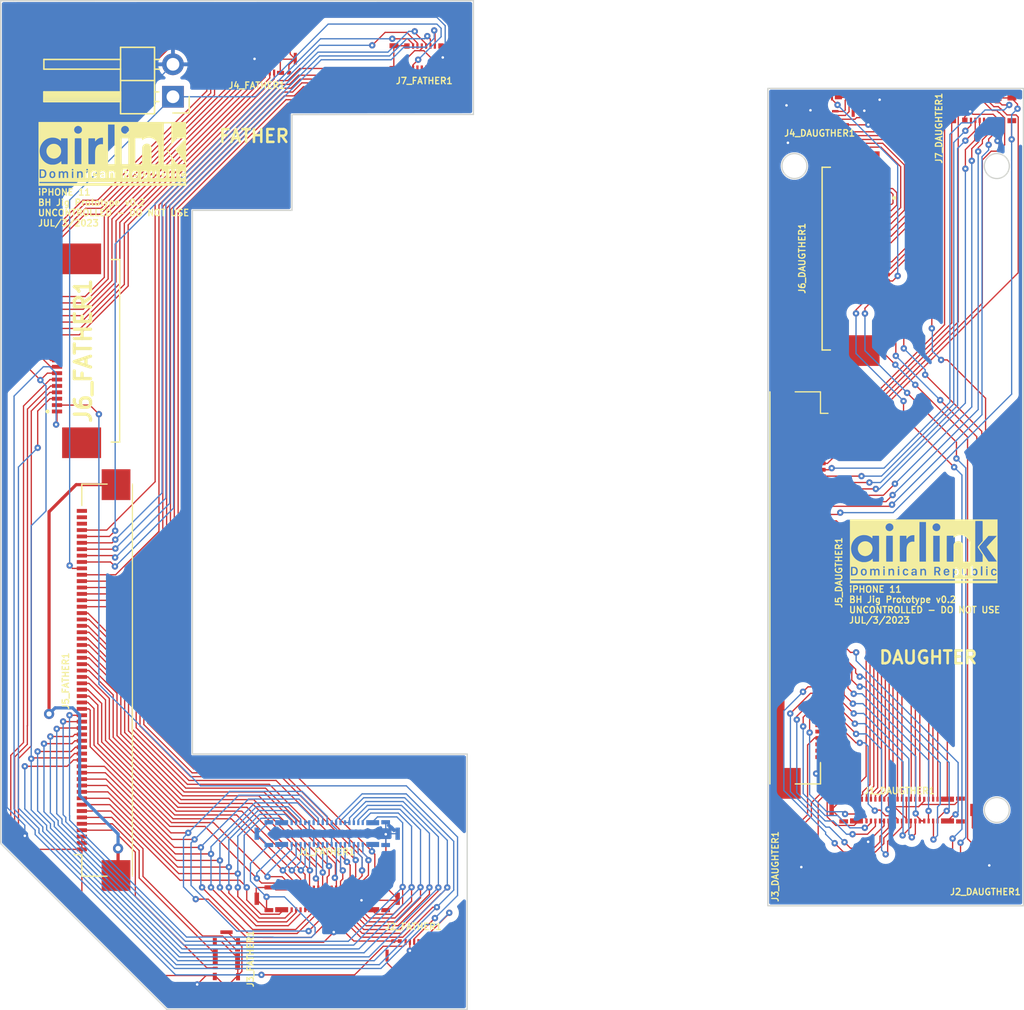
<source format=kicad_pcb>
(kicad_pcb (version 20221018) (generator pcbnew)
  (layers (0 "F.Cu" signal) (31 "B.Cu" signal) (34 "B.Paste" user) (35 "F.Paste" user) (36 "B.SilkS" user "B.Silkscreen") (37 "F.SilkS" user "F.Silkscreen") (38 "B.Mask" user) (39 "F.Mask" user) (44 "Edge.Cuts" user))
  (net 0 "")
  (footprint "IP11 Footprints KICAD:IP11_J7100_7_PCBA_WIRELESS_CHARGER_CONNECTOR" (layer "F.Cu") (at 167.91 134.335 90)
    (fp_text reference "J3_DAUGHTER1")
    (fp_text value "WIRELESS CHARGER CONNECTOR - FLEX MALE" hide)
  )
  (footprint "IP11 Footprints KICAD:ZIF 54pin" (layer "F.Cu") (at 169.42 112.235 -90)
    (fp_text reference "J5_DAUGTHER1")
    (fp_text value "Conn_02x27_Counter_Clockwise_MountingPin" hide)
  )
  (footprint "IP11 Footprints KICAD:IP11_J-LAT-K_14_PCBA_CHARGING_CONNECTOR_2" (layer "F.Cu") (at 137.61 141.01)
    (fp_text reference "J2_FATHER1")
    (fp_text value "CHARGING PORT CONNECTOR 2 - PCBA FEMALE" hide)
  )
  (footprint "IP11 Footprints KICAD:IP11_J7700_9_PCBA_POWER_KEY_FLEX_CONNECTOR" (layer "F.Cu") (at 138.39 70.675)
    (fp_text reference "J7_FATHER1")
    (fp_text value "POWER KEY CONNECTOR - PCBA FEMALE" hide)
  )
  (footprint "IP11 Footprints KICAD:IP11_J-UAT-K_1_PCBA_VOLUME_KEY_CONNECTOR" (layer "F.Cu") (at 125.32 70.815)
    (fp_text reference "J4_FATHER1")
    (fp_text value "VOLUME KEY CONNECTOR - PCBA FEMALE" hide)
  )
  (footprint "IP11 Footprints KICAD:IP11_J8200_13_PCBA_CHARGING_CONNECTOR_1" (layer "F.Cu") (at 130.81 136.57)
    (fp_text reference "J1_FATHER1")
    (fp_text value "CHARGING PORT CONNECTOR 1 - PCBA FEMALE" hide)
  )
  (footprint "Connector_PinHeader_2.54mm:PinHeader_1x02_P2.54mm_Horizontal" (layer "F.Cu") (at 118.745 73.78 180)
    (fp_text reference "J1" hide)
    (fp_text value "PUSH" hide)
  )
  (footprint "IP11 Footprints KICAD:IP11_J-UAT-K_1_PCBA_VOLUME_KEY_CONNECTOR" (layer "F.Cu") (at 168.98 74.905)
    (fp_text reference "J4_DAUGTHER1")
    (fp_text value "VOLUME KEY CONNECTOR -  FLEX MALE" hide)
  )
  (footprint "IP11 Footprints KICAD:IP11_J7100_7_PCBA_WIRELESS_CHARGER_CONNECTOR" (layer "F.Cu") (at 122.92 141.285 90)
    (fp_text reference "J3_FATHER1")
    (fp_text value "WIRELESS CHARGER CONNECTOR - PCBA FEMALE" hide)
  )
  (footprint "IP11 Footprints KICAD:ZIF 20pin" (layer "F.Cu") (at 112.422 93.6725 90)
    (fp_text reference "J6_FATHER1")
    (fp_text value "Conn_02x10_Counter_Clockwise" hide)
  )
  (footprint "IP11 Footprints KICAD:airlink_footprint" (layer "F.Cu") (at 114 78.255)
    (fp_text reference "G***" hide)
    (fp_text value "LOGO" hide)
  )
  (footprint "IP11 Footprints KICAD:IP11_J8200_13_PCBA_CHARGING_CONNECTOR_1" (layer "F.Cu") (at 175.795 129.62)
    (fp_text reference "J1_DAUGTHER1")
    (fp_text value "CHARGING PORT CONNECTOR 1 - FLEX MALE" hide)
  )
  (footprint "IP11 Footprints KICAD:ZIF 20pin" (layer "F.Cu") (at 171.695 86.455 -90)
    (fp_text reference "J6_DAUGTHER1")
    (fp_text value "Conn_02x10_Counter_Clockwise" hide)
  )
  (footprint "IP11 Footprints KICAD:IP11_J-LAT-K_14_PCBA_CHARGING_CONNECTOR_2" (layer "F.Cu") (at 182.6 134.06)
    (fp_text reference "J2_DAUGTHER1")
    (fp_text value "CHARGING PORT CONNECTOR 2 - FLEX MALE" hide)
  )
  (footprint "IP11 Footprints KICAD:IP11_J7700_9_PCBA_POWER_KEY_FLEX_CONNECTOR" (layer "F.Cu") (at 182.05 74.765)
    (fp_text reference "J7_DAUGHTER1")
    (fp_text value "POWER KEY CONNECTOR - FLEX MALE" hide)
  )
  (footprint "IP11 Footprints KICAD:airlink_footprint" (layer "F.Cu") (at 177.5 109.375)
    (fp_text reference "G***" hide)
    (fp_text value "LOGO" hide)
  )
  (footprint "IP11 Footprints KICAD:ZIF 54pin" (layer "F.Cu") (at 111.617 119.4575 90)
    (fp_text reference "J5_FATHER1")
    (fp_text value "Conn_02x27_Counter_Clockwise_MountingPin" hide)
  )
  (footprint "IP11 Footprints KICAD:IP11_J8200_13_PCBA_CHARGING_CONNECTOR_1" (layer "B.Cu") (at 130.81 131.485)
    (fp_text reference "J1_FATHER2" hide)
    (fp_text value "CHARGING PORT CONNECTOR 1 - PCBA FEMALE" hide)
  )
  (gr_line locked (start 141.77 145.245) (end 141.77 125.245) (stroke (width 0.1)) (layer "Edge.Cuts"))
  (gr_line locked (start 118.27 145.245) (end 141.77 145.245) (stroke (width 0.1)) (layer "Edge.Cuts"))
  (gr_line locked (start 120.27 125.245) (end 120.27 82.675) (stroke (width 0.1)) (layer "Edge.Cuts"))
  (gr_line locked (start 142.26 75.165) (end 142.26 66.255) (stroke (width 0.1)) (layer "Edge.Cuts"))
  (gr_circle locked (center 167.380811 79.205) (end 167.370811 78.225862) (stroke (width 0.1)) (fill none) (layer "Edge.Cuts"))
  (gr_line locked (start 105.26 132.245) (end 118.27 145.245) (stroke (width 0.1)) (layer "Edge.Cuts"))
  (gr_line locked (start 141.77 125.245) (end 120.27 125.245) (stroke (width 0.1)) (layer "Edge.Cuts"))
  (gr_rect locked (start 165.3 73.125) (end 185.3 137.125) (stroke (width 0.1)) (fill none) (layer "Edge.Cuts"))
  (gr_circle locked (center 183.220811 129.624138) (end 183.210811 128.645) (stroke (width 0.1)) (fill none) (layer "Edge.Cuts"))
  (gr_line locked (start 106.26 66.265) (end 105.26 66.265) (stroke (width 0.1)) (layer "Edge.Cuts"))
  (gr_line locked (start 142.26 66.255) (end 106.26 66.265) (stroke (width 0.1)) (layer "Edge.Cuts"))
  (gr_line locked (start 105.26 66.265) (end 105.26 132.245) (stroke (width 0.1)) (layer "Edge.Cuts"))
  (gr_line locked (start 120.27 82.675) (end 128.06 82.675) (stroke (width 0.1)) (layer "Edge.Cuts"))
  (gr_line locked (start 128.06 82.675) (end 128.06 75.175) (stroke (width 0.1)) (layer "Edge.Cuts"))
  (gr_line locked (start 128.06 75.175) (end 142.26 75.165) (stroke (width 0.1)) (layer "Edge.Cuts"))
  (gr_circle locked (center 183.220811 79.205) (end 183.210811 78.225862) (stroke (width 0.1)) (fill none) (layer "Edge.Cuts"))
  (gr_text locked "iPHONE 11\nBH Jig Prototype v0.2\nUNCONTROLLED - DO NOT USE\nJUL/3/2023" (at 108.13 83.965) (layer "F.SilkS") (effects (font (size 0.5 0.5) (thickness 0.1) bold) (justify left bottom)))
  (gr_text locked "DAUGHTER" (at 173.91 118.265) (layer "F.SilkS") (effects (font (size 1 1) (thickness 0.2) bold) (justify left bottom)))
  (gr_text locked "iPHONE 11\nBH Jig Prototype v0.2\nUNCONTROLLED - DO NOT USE\nJUL/3/2023" (at 171.6 115.055) (layer "F.SilkS") (effects (font (size 0.5 0.5) (thickness 0.1) bold) (justify left bottom)))
  (gr_text locked "FATHER" (at 122.24 77.445) (layer "F.SilkS") (effects (font (size 1 1) (thickness 0.2) bold) (justify left bottom)))
  (segment locked (start 184.725 133.385) (end 184.275 132.935) (width 0.1) (layer "F.Cu") (net 0))
  (segment locked (start 137.61 139.726238) (end 137.61 139.96) (width 0.1) (layer "F.Cu") (net 0))
  (segment locked (start 136.485 141.44) (end 137.285 140.64) (width 0.1) (layer "F.Cu") (net 0))
  (segment locked (start 113.9525 130.2075) (end 116.4 132.655) (width 0.1) (layer "F.Cu") (net 0))
  (segment locked (start 170.34 117.855) (end 169.97 117.485) (width 0.1) (layer "F.Cu") (net 0))
  (segment locked (start 174.42 128.630791) (end 174.795 128.255791) (width 0.1) (layer "F.Cu") (net 0))
  (segment locked (start 175.183265 130.0755) (end 175.445 130.337235) (width 0.1) (layer "F.Cu") (net 0))
  (segment locked (start 169.33 75.98) (end 169.33 75.535) (width 0.1) (layer "F.Cu") (net 0))
  (segment locked (start 115.8 136.385) (end 121.4 141.985) (width 0.1) (layer "F.Cu") (net 0))
  (segment locked (start 125.645 69.551075) (end 124.658925 68.565) (width 0.1) (layer "F.Cu") (net 0))
  (segment locked (start 138.118702 135.674603) (end 138.118702 136.499472) (width 0.1) (layer "F.Cu") (net 0))
  (segment locked (start 137.935685 70.880685) (end 137.53 71.28637) (width 0.1) (layer "F.Cu") (net 0))
  (segment locked (start 167.21 132.96) (end 167.935 132.235) (width 0.1) (layer "F.Cu") (net 0))
  (segment locked (start 175.095 115.657056) (end 175.095 128.77) (width 0.1) (layer "F.Cu") (net 0))
  (segment locked (start 118.508528 130.915) (end 121.25 130.915) (width 0.1) (layer "F.Cu") (net 0))
  (segment locked (start 173.250353 103.9855) (end 173.249853 103.985) (width 0.1) (layer "F.Cu") (net 0))
  (segment locked (start 124.32 71.89) (end 124.32 72.155621) (width 0.1) (layer "F.Cu") (net 0))
  (segment locked (start 133.555352 139.284616) (end 131.86 137.589264) (width 0.1) (layer "F.Cu") (net 0))
  (segment locked (start 118.632792 130.615) (end 121.914751 130.615) (width 0.1) (layer "F.Cu") (net 0))
  (segment locked (start 180.7595 76.445) (end 181.19 76.0145) (width 0.1) (layer "F.Cu") (net 0))
  (segment locked (start 115.267 123.430832) (end 119.751168 127.915) (width 0.1) (layer "F.Cu") (net 0))
  (segment locked (start 109.122 96.9225) (end 109.672 96.9225) (width 0.1) (layer "F.Cu") (net 0))
  (segment locked (start 111.720528 90.4225) (end 109.672 90.4225) (width 0.1) (layer "F.Cu") (net 0))
  (segment locked (start 181.95 135.11) (end 181.95 134.736386) (width 0.1) (layer "F.Cu") (net 0))
  (segment locked (start 125.866607 128.215) (end 131.4595 133.807893) (width 0.1) (layer "F.Cu") (net 0))
  (segment locked (start 109.172 96.4225) (end 107.36 98.2345) (width 0.1) (layer "F.Cu") (net 0))
  (segment locked (start 133.044519 133.545125) (end 133.044519 134.865008) (width 0.1) (layer "F.Cu") (net 0))
  (segment locked (start 177.88 129.695) (end 177.87 129.705) (width 0.1) (layer "F.Cu") (net 0))
  (segment locked (start 169.42 112.485) (end 171.074416 112.485) (width 0.1) (layer "F.Cu") (net 0))
  (segment locked (start 125.645 69.715) (end 125.645 69.551075) (width 0.1) (layer "F.Cu") (net 0))
  (segment locked (start 107.1525 131.647536) (end 108.212464 132.7075) (width 0.1) (layer "F.Cu") (net 0))
  (segment locked (start 111.617 113.2075) (end 113.956178 113.2075) (width 0.1) (layer "F.Cu") (net 0))
  (segment locked (start 169.42 126.435) (end 169.08 126.775) (width 0.1) (layer "F.Cu") (net 0))
  (segment locked (start 182.95 135.11) (end 182.95 134.375) (width 0.1) (layer "F.Cu") (net 0))
  (segment locked (start 182.6 131.036094) (end 182.6 133.01) (width 0.1) (layer "F.Cu") (net 0))
  (segment locked (start 125.629616 137.784616) (end 124.52 136.675) (width 0.1) (layer "F.Cu") (net 0))
  (segment locked (start 111.617 130.7075) (end 114.006764 130.7075) (width 0.1) (layer "F.Cu") (net 0))
  (segment locked (start 179.69 75.655) (end 179.69 91.492208) (width 0.1) (layer "F.Cu") (net 0))
  (segment locked (start 116.767 118.883236) (end 116.767 122.809512) (width 0.1) (layer "F.Cu") (net 0))
  (segment locked (start 139.26 68.656584) (end 139.26 69.815) (width 0.1) (layer "F.Cu") (net 0))
  (segment locked (start 109.022 85.398236) (end 111.90419 82.516046) (width 0.1) (layer "F.Cu") (net 0))
  (segment locked (start 109.122 92.9225) (end 109.022 92.8225) (width 0.1) (layer "F.Cu") (net 0))
  (segment locked (start 174.995 82.205) (end 175.095 82.105) (width 0.1) (layer "F.Cu") (net 0))
  (segment locked (start 165.99 75.755) (end 166.29 75.455) (width 0.1) (layer "F.Cu") (net 0))
  (segment locked (start 182.275 133.52) (end 182.275 133.61) (width 0.1) (layer "F.Cu") (net 0))
  (segment locked (start 181 133.345) (end 181 132.935) (width 0.1) (layer "F.Cu") (net 0))
  (segment locked (start 107.05 97.9945) (end 109.122 95.9225) (width 0.1) (layer "F.Cu") (net 0))
  (segment locked (start 171.364264 75.240736) (end 171.655 74.95) (width 0.1) (layer "F.Cu") (net 0))
  (segment locked (start 180.93 131.875) (end 180.93 100.425) (width 0.1) (layer "F.Cu") (net 0))
  (segment locked (start 172.055384 130.834616) (end 170.619616 130.834616) (width 0.1) (layer "F.Cu") (net 0))
  (segment locked (start 121.4 69.766472) (end 121.4 73.325) (width 0.1) (layer "F.Cu") (net 0))
  (segment locked (start 112.567 121.683236) (end 112.567 124.549208) (width 0.1) (layer "F.Cu") (net 0))
  (segment locked (start 168.053894 120.368894) (end 168.437788 119.985) (width 0.1) (layer "F.Cu") (net 0))
  (segment locked (start 176.895 78.757208) (end 174.662792 76.525) (width 0.1) (layer "F.Cu") (net 0))
  (segment locked (start 113.4525 126.7075) (end 118.675 131.93) (width 0.1) (layer "F.Cu") (net 0))
  (segment locked (start 174.995 90.705) (end 175.31742 91.02742) (width 0.1) (layer "F.Cu") (net 0))
  (segment locked (start 123.820497 136.399761) (end 123.820497 135.685) (width 0.1) (layer "F.Cu") (net 0))
  (segment locked (start 172.249754 75.415) (end 172.124018 75.540736) (width 0.1) (layer "F.Cu") (net 0))
  (segment locked (start 171.57 120.075) (end 171.57 118.847035) (width 0.1) (layer "F.Cu") (net 0))
  (segment locked (start 172.9 90.335) (end 173.53 89.705) (width 0.1) (layer "F.Cu") (net 0))
  (segment locked (start 166.745 127.54) (end 166.104013 126.899013) (width 1) (layer "F.Cu") (net 0))
  (segment locked (start 114.45 134.5945) (end 114.287 134.7575) (width 0.25) (layer "F.Cu") (net 0))
  (segment locked (start 112.167 116.7075) (end 115.267 119.8075) (width 0.1) (layer "F.Cu") (net 0))
  (segment locked (start 182.21 74.203557) (end 182.21 73.935) (width 0.1) (layer "F.Cu") (net 0))
  (segment locked (start 113.372 83.103621) (end 113.372 87.9225) (width 0.1) (layer "F.Cu") (net 0))
  (segment locked (start 183.525 134.06) (end 183.55 134.085) (width 0.1) (layer "F.Cu") (net 0))
  (segment locked (start 114.292 104.1525) (end 111.1725 104.1525) (width 0.25) (layer "F.Cu") (net 0))
  (segment locked (start 169.98 76.635) (end 169.98 75.98) (width 0.1) (layer "F.Cu") (net 0))
  (segment locked (start 110.07 105.255) (end 109.05 106.275) (width 0.25) (layer "F.Cu") (net 0))
  (segment locked (start 121.34 142.585) (end 120.64 143.285) (width 0.1) (layer "F.Cu") (net 0))
  (segment locked (start 173.13 88.205) (end 174.445 88.205) (width 0.1) (layer "F.Cu") (net 0))
  (segment locked (start 113 82.185) (end 121.7 73.485) (width 0.1) (layer "F.Cu") (net 0))
  (segment locked (start 110.470793 126.202235) (end 107.153 126.202235) (width 0.1) (layer "F.Cu") (net 0))
  (segment locked (start 171.26 117.688507) (end 171.26 117.199264) (width 0.1) (layer "F.Cu") (net 0))
  (segment locked (start 111.617 121.7075) (end 112.167 121.7075) (width 0.1) (layer "F.Cu") (net 0))
  (segment locked (start 170.095736 75.540736) (end 169.305 74.75) (width 0.1) (layer "F.Cu") (net 0))
  (segment locked (start 134.544019 134.910981) (end 134.544019 133.089019) (width 0.1) (layer "F.Cu") (net 0))
  (segment locked (start 183.378305 75.021833) (end 183.21243 74.855958) (width 0.1) (layer "F.Cu") (net 0))
  (segment locked (start 125.32 69.765) (end 125.32 70.625) (width 0.1) (layer "F.Cu") (net 0))
  (segment locked (start 169.24 133.445) (end 169.24 128.955) (width 0.1) (layer "F.Cu") (net 0))
  (segment locked (start 173.7495 104.485) (end 173.75 104.4855) (width 0.1) (layer "F.Cu") (net 0))
  (segment locked (start 131.16 137.205) (end 131.16 137.445) (width 0.1) (layer "F.Cu") (net 0))
  (segment locked (start 184.37 77.105) (end 184.38 77.115) (width 0.1) (layer "F.Cu") (net 0))
  (segment locked (start 181.79 77.315) (end 181.79 77.032864) (width 0.1) (layer "F.Cu") (net 0))
  (segment locked (start 169.22 77.425) (end 168.98 77.185) (width 0.1) (layer "F.Cu") (net 0))
  (segment locked (start 175.445 115.582792) (end 170.847208 110.985) (width 0.1) (layer "F.Cu") (net 0))
  (segment locked (start 122.02 142.585) (end 121.34 142.585) (width 0.1) (layer "F.Cu") (net 0))
  (segment locked (start 128.735 137.718072) (end 127.768456 138.684616) (width 0.1) (layer "F.Cu") (net 0))
  (segment locked (start 137.484753 72.095) (end 137.87 71.709753) (width 0.1) (layer "F.Cu") (net 0))
  (segment locked (start 133.235 135.098791) (end 133.304396 135.029395) (width 0.1) (layer "F.Cu") (net 0))
  (segment locked (start 113.672 88.046764) (end 113.672 83.227885) (width 0.1) (layer "F.Cu") (net 0))
  (segment locked (start 111.617 125.2075) (end 111.041264 125.2075) (width 0.1) (layer "F.Cu") (net 0))
  (segment locked (start 179.345 115.662944) (end 170.667056 106.985) (width 0.1) (layer "F.Cu") (net 0))
  (segment locked (start 122.945 139.185) (end 123.02 139.185) (width 0.1) (layer "F.Cu") (net 0))
  (segment locked (start 121.221988 135.892107) (end 124.624881 139.295) (width 0.1) (layer "F.Cu") (net 0))
  (segment locked (start 184.73 75.205) (end 184.893328 75.368328) (width 0.1) (layer "F.Cu") (net 0))
  (segment locked (start 175.31742 91.02742) (end 175.31742 94.066499) (width 0.1) (layer "F.Cu") (net 0))
  (segment locked (start 110.842035 124.432465) (end 111.067 124.2075) (width 0.1) (layer "F.Cu") (net 0))
  (segment locked (start 128.917628 73.877792) (end 138.437208 73.877792) (width 0.1) (layer "F.Cu") (net 0))
  (segment locked (start 112.091264 114.2075) (end 116.767 118.883236) (width 0.1) (layer "F.Cu") (net 0))
  (segment locked (start 180.5 134.085) (end 180.5 134.895) (width 0.1) (layer "F.Cu") (net 0))
  (segment locked (start 137.667407 68.660047) (end 137.667407 68.755074) (width 0.1) (layer "F.Cu") (net 0))
  (segment locked (start 174.945 85.205) (end 176.895 83.255) (width 0.1) (layer "F.Cu") (net 0))
  (segment locked (start 171.957064 121.297936) (end 171.27 120.610872) (width 0.1) (layer "F.Cu") (net 0))
  (segment locked (start 168.125 93.21) (end 173.13 88.205) (width 0.1) (layer "F.Cu") (net 0))
  (segment locked (start 111.617 129.2075) (end 113.8025 129.2075) (width 0.1) (layer "F.Cu") (net 0))
  (segment locked (start 177.26829 129.195) (end 177.09829 129.365) (width 0.1) (layer "F.Cu") (net 0))
  (segment locked (start 127.87 126.415) (end 134.32 132.865) (width 0.1) (layer "F.Cu") (net 0))
  (segment locked (start 136.51 139.885) (end 136.01 139.885) (width 0.1) (layer "F.Cu") (net 0))
  (segment locked (start 126.32 69.377547) (end 124.897453 67.955) (width 0.1) (layer "F.Cu") (net 0))
  (segment locked (start 120.248224 126.715) (end 127.345765 126.715) (width 0.1) (layer "F.Cu") (net 0))
  (segment locked (start 137.733281 72.695) (end 138.55 71.878281) (width 0.1) (layer "F.Cu") (net 0))
  (segment locked (start 174.522893 130.0755) (end 175.183265 130.0755) (width 0.1) (layer "F.Cu") (net 0))
  (segment locked (start 174.795 128.255791) (end 174.795 115.78132) (width 0.1) (layer "F.Cu") (net 0))
  (segment locked (start 122.92 143.36) (end 134.71 143.36) (width 0.1) (layer "F.Cu") (net 0))
  (segment locked (start 169.42 125.485) (end 169.42 124.485) (width 0.1) (layer "F.Cu") (net 0))
  (segment locked (start 182.275 133.91) (end 182.08 133.715) (width 0.1) (layer "F.Cu") (net 0))
  (segment locked (start 177.195 128.77) (end 177.195 115.21) (width 0.1) (layer "F.Cu") (net 0))
  (segment locked (start 174.995 86.705) (end 177.195 84.505) (width 0.1) (layer "F.Cu") (net 0))
  (segment locked (start 169.42 101.985) (end 170.045736 101.985) (width 0.1) (layer "F.Cu") (net 0))
  (segment locked (start 122.02 142.585) (end 122.795 143.36) (width 0.1) (layer "F.Cu") (net 0))
  (segment locked (start 111.49332 91.9225) (end 114.94 88.47582) (width 0.1) (layer "F.Cu") (net 0))
  (segment locked (start 172.47 119.185) (end 172.17 118.885) (width 0.1) (layer "F.Cu") (net 0))
  (segment locked (start 138.382262 70.172683) (end 138.046581 70.172683) (width 0.1) (layer "F.Cu") (net 0))
  (segment locked (start 121.721988 135.718813) (end 121.721988 135.685) (width 0.1) (layer "F.Cu") (net 0))
  (segment locked (start 182.08 133.715) (end 181.37 133.715) (width 0.1) (layer "F.Cu") (net 0))
  (segment locked (start 112.2375 97.9225) (end 112.95 98.635) (width 0.1) (layer "F.Cu") (net 0))
  (segment locked (start 136.19957 136.695) (end 136.32 136.57457) (width 0.1) (layer "F.Cu") (net 0))
  (segment locked (start 116.467 119.0075) (end 116.467 122.933776) (width 0.1) (layer "F.Cu") (net 0))
  (segment locked (start 181.54 73.736884) (end 181.33201 73.528894) (width 0.1) (layer "F.Cu") (net 0))
  (segment locked (start 169.52 80.306472) (end 169.52 78.720736) (width 0.1) (layer "F.Cu") (net 0))
  (segment locked (start 169.42 107.485) (end 170.742792 107.485) (width 0.1) (layer "F.Cu") (net 0))
  (segment locked (start 140.71 69.865) (end 140.74 69.835) (width 0.1) (layer "F.Cu") (net 0))
  (segment locked (start 174.745 128.795) (end 174.745 128.91007) (width 0.1) (layer "F.Cu") (net 0))
  (segment locked (start 132.9605 142.5345) (end 125.67 142.5345) (width 0.1) (layer "F.Cu") (net 0))
  (segment locked (start 138.55 69.637667) (end 138.55 69.845) (width 0.1) (layer "F.Cu") (net 0))
  (segment locked (start 168.01 132.235) (end 167.935 132.235) (width 0.1) (layer "F.Cu") (net 0))
  (segment locked (start 183.275 131.28683) (end 182.04 130.05183) (width 0.1) (layer "F.Cu") (net 0))
  (segment locked (start 184.838357 74.717394) (end 184.838357 74.363357) (width 0.1) (layer "F.Cu") (net 0))
  (segment locked (start 119.875432 127.615) (end 126.287767 127.615) (width 0.1) (layer "F.Cu") (net 0))
  (segment locked (start 167.13 77.125) (end 166.87 77.385) (width 0.1) (layer "F.Cu") (net 0))
  (segment locked (start 176.52 115.809264) (end 170.695736 109.985) (width 0.1) (layer "F.Cu") (net 0))
  (segment locked (start 136.485 142.085) (end 135.985 142.085) (width 0.1) (layer "F.Cu") (net 0))
  (segment locked (start 174.3408 104.985) (end 169.42 104.985) (width 0.1) (layer "F.Cu") (net 0))
  (segment locked (start 185.04 129.625) (end 185.04 135.685) (width 0.1) (layer "F.Cu") (net 0))
  (segment locked (start 113.651028 128.2075) (end 119.018528 133.575) (width 0.1) (layer "F.Cu") (net 0))
  (segment locked (start 174.07693 132.133806) (end 174.07693 131.683806) (width 0.1) (layer "F.Cu") (net 0))
  (segment locked (start 133.984946 138.384616) (end 133.26 137.65967) (width 0.1) (layer "F.Cu") (net 0))
  (segment locked (start 180.69 75.615) (end 180.69 75.375) (width 0.1) (layer "F.Cu") (net 0))
  (segment locked (start 174.445 84.205) (end 174.945 84.205) (width 0.1) (layer "F.Cu") (net 0))
  (segment locked (start 172.110664 122.864336) (end 170.67 121.423672) (width 0.1) (layer "F.Cu") (net 0))
  (segment locked (start 109.151 123.872359) (end 110.902141 123.872359) (width 0.1) (layer "F.Cu") (net 0))
  (segment locked (start 127.342792 73.412056) (end 128.110572 73.412056) (width 0.1) (layer "F.Cu") (net 0))
  (segment locked (start 113.876764 129.7075) (end 119.294264 135.125) (width 0.1) (layer "F.Cu") (net 0))
  (segment locked (start 136.485 142.085) (end 136.485 141.44) (width 0.1) (layer "F.Cu") (net 0))
  (segment locked (start 182.09 77.439264) (end 182.09 77.157128) (width 0.1) (layer "F.Cu") (net 0))
  (segment locked (start 140.216966 135.706472) (end 139.724597 136.198841) (width 0.1) (layer "F.Cu") (net 0))
  (segment locked (start 107.822 80.153) (end 107.822 93.5725) (width 0.1) (layer "F.Cu") (net 0))
  (segment locked (start 170.771472 110.485) (end 175.795 115.508528) (width 0.1) (layer "F.Cu") (net 0))
  (segment locked (start 126.67 71.89) (end 126.67 72.387792) (width 0.1) (layer "F.Cu") (net 0))
  (segment locked (start 137.4192 136.77471) (end 137.4192 135.675565) (width 0.1) (layer "F.Cu") (net 0))
  (segment locked (start 181.475 135.135) (end 180.975 135.135) (width 0.1) (layer "F.Cu") (net 0))
  (segment locked (start 168.948528 77.725) (end 168.68 77.456472) (width 0.1) (layer "F.Cu") (net 0))
  (segment locked (start 135.978735 144.565) (end 118.51 144.565) (width 0.1) (layer "F.Cu") (net 0))
  (segment locked (start 168.035 136.41) (end 167.91 136.41) (width 0.1) (layer "F.Cu") (net 0))
  (segment locked (start 126.07 137.305) (end 126.07 136.425) (width 0.1) (layer "F.Cu") (net 0))
  (segment locked (start 133.5 136.695) (end 136.19957 136.695) (width 0.1) (layer "F.Cu") (net 0))
  (segment locked (start 181.95 134.736386) (end 180.38 133.166386) (width 0.1) (layer "F.Cu") (net 0))
  (segment locked (start 179.345 128.795) (end 179.345 115.662944) (width 0.1) (layer "F.Cu") (net 0))
  (segment locked (start 126.97 72.512056) (end 127.73778 72.512056) (width 0.1) (layer "F.Cu") (net 0))
  (segment locked (start 136.730614 139.584616) (end 139.082811 137.232419) (width 0.1) (layer "F.Cu") (net 0))
  (segment locked (start 139.51749 135.698841) (end 139.51749 135.949212) (width 0.1) (layer "F.Cu") (net 0))
  (segment locked (start 139.191662 68.588246) (end 139.26 68.656584) (width 0.1) (layer "F.Cu") (net 0))
  (segment locked (start 137.857545 72.995) (end 128.951892 72.995) (width 0.1) (layer "F.Cu") (net 0))
  (segment locked (start 173.02 128.333735) (end 173.595 127.758735) (width 0.1) (layer "F.Cu") (net 0))
  (segment locked (start 171.3 114.985) (end 169.42 114.985) (width 0.1) (layer "F.Cu") (net 0))
  (segment locked (start 112.167 118.7075) (end 114.067 120.6075) (width 0.1) (layer "F.Cu") (net 0))
  (segment locked (start 111.617 118.2075) (end 112.091264 118.2075) (width 0.1) (layer "F.Cu") (net 0))
  (segment locked (start 169.98 73.83) (end 169.98 73.658842) (width 0.1) (layer "F.Cu") (net 0))
  (segment locked (start 138.71 139.885) (end 139.285 139.885) (width 0.1) (layer "F.Cu") (net 0))
  (segment locked (start 135.39 137.47) (end 135.42457 137.47) (width 0.1) (layer "F.Cu") (net 0))
  (segment locked (start 138.285 139.805548) (end 138.285 139.96) (width 0.1) (layer "F.Cu") (net 0))
  (segment locked (start 183.7 132.935) (end 184.275 132.935) (width 0.1) (layer "F.Cu") (net 0))
  (segment locked (start 114.201685 110.548229) (end 114.201685 110.552874) (width 0.1) (layer "F.Cu") (net 0))
  (segment locked (start 116.167 123.05804) (end 120.12396 127.015) (width 0.1) (layer "F.Cu") (net 0))
  (segment locked (start 174.945 82.705) (end 175.395 82.255) (width 0.1) (layer "F.Cu") (net 0))
  (segment locked (start 109.6505 123.271486) (end 109.714486 123.2075) (width 0.1) (layer "F.Cu") (net 0))
  (segment locked (start 128.760735 134.348571) (end 129.085 134.672836) (width 0.1) (layer "F.Cu") (net 0))
  (segment locked (start 167.355 74.18) (end 167.355 74.905) (width 0.1) (layer "F.Cu") (net 0))
  (segment locked (start 113.372 87.9225) (end 111.872 89.4225) (width 0.1) (layer "F.Cu") (net 0))
  (segment locked (start 114.967 120.083236) (end 114.967 123.555096) (width 0.1) (layer "F.Cu") (net 0))
  (segment locked (start 109.672 96.4225) (end 109.172 96.4225) (width 0.1) (layer "F.Cu") (net 0))
  (segment locked (start 132.56 137.865) (end 132.56 137.445) (width 0.1) (layer "F.Cu") (net 0))
  (segment locked (start 182.11 135.615) (end 182.275 135.45) (width 0.1) (layer "F.Cu") (net 0))
  (segment locked (start 127.070384 137.784616) (end 125.629616 137.784616) (width 0.1) (layer "F.Cu") (net 0))
  (segment locked (start 140.71 71.605) (end 140.71 69.865) (width 0.1) (layer "F.Cu") (net 0))
  (segment locked (start 124.987791 138.984616) (end 121.721988 135.718813) (width 0.1) (layer "F.Cu") (net 0))
  (segment locked (start 174.589584 73.464584) (end 178.06 76.935) (width 0.1) (layer "F.Cu") (net 0))
  (segment locked (start 137.985 140.46) (end 137.985 139.96) (width 0.1) (layer "F.Cu") (net 0))
  (segment locked (start 124.939881 129.115) (end 129.965585 134.140704) (width 0.1) (layer "F.Cu") (net 0))
  (segment locked (start 111.617 117.2075) (end 112.091264 117.2075) (width 0.1) (layer "F.Cu") (net 0))
  (segment locked (start 107.822 93.5725) (end 109.172 94.9225) (width 0.1) (layer "F.Cu") (net 0))
  (segment locked (start 137.662317 70.172683) (end 138.046581 70.172683) (width 0.1) (layer "F.Cu") (net 0))
  (segment locked (start 119.15 108.437942) (end 119.15 82.87764) (width 0.1) (layer "F.Cu") (net 0))
  (segment locked (start 137.88 69.795) (end 137.88 69.57904) (width 0.1) (layer "F.Cu") (net 0))
  (segment locked (start 171.655 74.42333) (end 171.797093 74.281237) (width 0.1) (layer "F.Cu") (net 0))
  (segment locked (start 171.87 119.455) (end 171.87 118.722771) (width 0.1) (layer "F.Cu") (net 0))
  (segment locked (start 126.67 72.387792) (end 115.24 83.817792) (width 0.1) (layer "F.Cu") (net 0))
  (segment locked (start 168.71 129.060736) (end 170.21 127.560736) (width 0.1) (layer "F.Cu") (net 0))
  (segment locked (start 134.044019 133.413254) (end 134.044019 133.554588) (width 0.1) (layer "F.Cu") (net 0))
  (segment locked (start 117.35 82.132056) (end 126.97 72.512056) (width 0.1) (layer "F.Cu") (net 0))
  (segment locked (start 174.082393 129.635) (end 174.522893 130.0755) (width 0.1) (layer "F.Cu") (net 0))
  (segment locked (start 127.287198 134.8455) (end 128.035 135.593302) (width 0.1) (layer "F.Cu") (net 0))
  (segment locked (start 165.66 79.819264) (end 165.66 73.795) (width 0.1) (layer "F.Cu") (net 0))
  (segment locked (start 180.38 132.595) (end 180.38 132.185) (width 0.1) (layer "F.Cu") (net 0))
  (segment locked (start 175.695 79.254264) (end 174.465736 78.025) (width 0.1) (layer "F.Cu") (net 0))
  (segment locked (start 114.967 123.555096) (end 119.626904 128.215) (width 0.1) (layer "F.Cu") (net 0))
  (segment locked (start 127.715584 74.312056) (end 128.483364 74.312056) (width 0.1) (layer "F.Cu") (net 0))
  (segment locked (start 129.41 137.445) (end 129.41 137.045) (width 0.1) (layer "F.Cu") (net 0))
  (segment locked (start 168.98 77.185) (end 168.98 75.98) (width 0.1) (layer "F.Cu") (net 0))
  (segment locked (start 111.617 118.7075) (end 112.167 118.7075) (width 0.1) (layer "F.Cu") (net 0))
  (segment locked (start 170.174258 73.464584) (end 174.589584 73.464584) (width 0.1) (layer "F.Cu") (net 0))
  (segment locked (start 114.22295 107.75795) (end 113.7734 108.2075) (width 0.1) (layer "F.Cu") (net 0))
  (segment locked (start 171.97 85.705) (end 165.99 79.725) (width 0.1) (layer "F.Cu") (net 0))
  (segment locked (start 108.422 93.1725) (end 109.172 93.9225) (width 0.1) (layer "F.Cu") (net 0))
  (segment locked (start 180.5 134.895) (end 180.74 135.135) (width 0.1) (layer "F.Cu") (net 0))
  (segment locked (start 181.2605 78.795) (end 181.2605 77.8445) (width 0.1) (layer "F.Cu") (net 0))
  (segment locked (start 174.538528 76.825) (end 170.17 76.825) (width 0.1) (layer "F.Cu") (net 0))
  (segment locked (start 183.39 77.115) (end 183.27 77.235) (width 0.1) (layer "F.Cu") (net 0))
  (segment locked (start 130.465085 134.21594) (end 130.465085 134.517282) (width 0.1) (layer "F.Cu") (net 0))
  (segment locked (start 137.655 141.01) (end 137.285 140.64) (width 0.1) (layer "F.Cu") (net 0))
  (segment locked (start 173.145 75.98) (end 173.16 75.965) (width 0.1) (layer "F.Cu") (net 0))
  (segment locked (start 174.9405 129.365) (end 174.73 129.5755) (width 0.1) (layer "F.Cu") (net 0))
  (segment locked (start 109.122 97.4225) (end 108.1595 98.385) (width 0.1) (layer "F.Cu") (net 0))
  (segment locked (start 170.52 76.525) (end 170.33 76.335) (width 0.1) (layer "F.Cu") (net 0))
  (segment locked (start 108.1595 98.385) (end 108.1595 101.265) (width 0.1) (layer "F.Cu") (net 0))
  (segment locked (start 179.69 91.492208) (end 170.697208 100.485) (width 0.1) (layer "F.Cu") (net 0))
  (segment locked (start 168.82 98.265) (end 168.48 98.605) (width 0.1) (layer "F.Cu") (net 0))
  (segment locked (start 170.34 118.041299) (end 170.34 117.855) (width 0.1) (layer "F.Cu") (net 0))
  (segment locked (start 182.09 77.157128) (end 182.54 76.707128) (width 0.1) (layer "F.Cu") (net 0))
  (segment locked (start 170.07 81.705) (end 168.92 80.555) (width 0.1) (layer "F.Cu") (net 0))
  (segment locked (start 169.98 73.658842) (end 170.174258 73.464584) (width 0.1) (layer "F.Cu") (net 0))
  (segment locked (start 107.715964 125.546501) (end 107.6525 125.609965) (width 0.1) (layer "F.Cu") (net 0))
  (segment locked (start 168.945736 121.485) (end 169.42 121.485) (width 0.1) (layer "F.Cu") (net 0))
  (segment locked (start 181.475 135.135) (end 181.475 135.51) (width 0.1) (layer "F.Cu") (net 0))
  (segment locked (start 169.87 77.125) (end 169.63 76.885) (width 0.1) (layer "F.Cu") (net 0))
  (segment locked (start 181.89 73.915) (end 181.89 74.175) (width 0.1) (layer "F.Cu") (net 0))
  (segment locked (start 128.035 137.569544) (end 127.519928 138.084616) (width 0.1) (layer "F.Cu") (net 0))
  (segment locked (start 170.07 105.845) (end 169.93 105.985) (width 0.1) (layer "F.Cu") (net 0))
  (segment locked (start 111.617 131.2075) (end 114.0825 131.2075) (width 0.1) (layer "F.Cu") (net 0))
  (segment locked (start 177.495 84.629264) (end 174.919264 87.205) (width 0.1) (layer "F.Cu") (net 0))
  (segment locked (start 174.07693 131.683806) (end 174.745 131.015736) (width 0.1) (layer "F.Cu") (net 0))
  (segment locked (start 115.567 119.683236) (end 115.567 123.306568) (width 0.1) (layer "F.Cu") (net 0))
  (segment locked (start 111.617 131.7075) (end 111.617 132.7075) (width 0.1) (layer "F.Cu") (net 0))
  (segment locked (start 111.067 124.2075) (end 111.617 124.2075) (width 0.1) (layer "F.Cu") (net 0))
  (segment locked (start 107.66 98.3845) (end 109.122 96.9225) (width 0.1) (layer "F.Cu") (net 0))
  (segment locked (start 175.095 82.105) (end 175.095 81.42) (width 0.1) (layer "F.Cu") (net 0))
  (segment locked (start 174.67693 132.93807) (end 174.67693 132.075478) (width 0.1) (layer "F.Cu") (net 0))
  (segment locked (start 176.845 131.49) (end 176.845 130.487) (width 0.1) (layer "F.Cu") (net 0))
  (segment locked (start 109.672 99.373) (end 109.672 98.4225) (width 0.1) (layer "F.Cu") (net 0))
  (segment locked (start 109.672 85.1725) (end 111.865143 82.979357) (width 0.1) (layer "F.Cu") (net 0))
  (segment locked (start 137.87 71.709753) (end 137.87 71.505) (width 0.1) (layer "F.Cu") (net 0))
  (segment locked (start 127.92 70.44) (end 128.295 70.815) (width 0.1) (layer "F.Cu") (net 0))
  (segment locked (start 113.767 120.883236) (end 113.767 124.052152) (width 0.1) (layer "F.Cu") (net 0))
  (segment locked (start 182.275 133.52) (end 182.08 133.715) (width 0.1) (layer "F.Cu") (net 0))
  (segment locked (start 128.385 137.445) (end 128.385 137.643808) (width 0.1) (layer "F.Cu") (net 0))
  (segment locked (start 111.617 111.2075) (end 114.259122 111.2075) (width 0.1) (layer "F.Cu") (net 0))
  (segment locked (start 126.145251 134.8455) (end 127.287198 134.8455) (width 0.1) (layer "F.Cu") (net 0))
  (segment locked (start 169.42 103.485) (end 172.6295 103.485) (width 0.1) (layer "F.Cu") (net 0))
  (segment locked (start 137.03 70.805) (end 137.662317 70.172683) (width 0.1) (layer "F.Cu") (net 0))
  (segment locked (start 174.445 85.705) (end 171.97 85.705) (width 0.1) (layer "F.Cu") (net 0))
  (segment locked (start 111.617 110.7075) (end 111.067 110.7075) (width 0.1) (layer "F.Cu") (net 0))
  (segment locked (start 110.6525 122.2075) (end 110.65 122.205) (width 0.1) (layer "F.Cu") (net 0))
  (segment locked (start 126.814394 127.315) (end 133.044519 133.545125) (width 0.1) (layer "F.Cu") (net 0))
  (segment locked (start 138.535 141.01) (end 137.655 141.01) (width 0.1) (layer "F.Cu") (net 0))
  (segment locked (start 122.87 71.965) (end 122.795 71.89) (width 0.1) (layer "F.Cu") (net 0))
  (segment locked (start 122.02 139.91) (end 122.52 139.91) (width 0.1) (layer "F.Cu") (net 0))
  (segment locked (start 123.31234 130.315) (end 127.346923 134.349583) (width 0.1) (layer "F.Cu") (net 0))
  (segment locked (start 180.4905 130.4045) (end 180.4905 128.8155) (width 0.1) (layer "F.Cu") (net 0))
  (segment locked (start 111.067 123.7075) (end 111.617 123.7075) (width 0.1) (layer "F.Cu") (net 0))
  (segment locked (start 168.81 133.035) (end 168.01 132.235) (width 0.1) (layer "F.Cu") (net 0))
  (segment locked (start 112.267 121.8075) (end 112.267 124.673472) (width 0.1) (layer "F.Cu") (net 0))
  (segment locked (start 179.13 91.627944) (end 172.492944 98.265) (width 0.1) (layer "F.Cu") (net 0))
  (segment locked (start 111.872 89.4225) (end 109.672 89.4225) (width 0.1) (layer "F.Cu") (net 0))
  (segment locked (start 125.995 69.476811) (end 125.995 69.74) (width 0.1) (layer "F.Cu") (net 0))
  (segment locked (start 133.044519 134.865008) (end 132.91 134.999527) (width 0.1) (layer "F.Cu") (net 0))
  (segment locked (start 111.617 109.2075) (end 114.189374 109.2075) (width 0.1) (layer "F.Cu") (net 0))
  (segment locked (start 171.145 128.745) (end 170.245 129.645) (width 0.1) (layer "F.Cu") (net 0))
  (segment locked (start 182.78 133.965) (end 182.63 133.965) (width 0.1) (layer "F.Cu") (net 0))
  (segment locked (start 137.96 142.06) (end 137.96 141.585) (width 0.1) (layer "F.Cu") (net 0))
  (segment locked (start 171.87 118.722771) (end 170.94 117.792771) (width 0.1) (layer "F.Cu") (net 0))
  (segment locked (start 123.57 69.79) (end 123.495 69.715) (width 0.1) (layer "F.Cu") (net 0))
  (segment locked (start 123.495 69.715) (end 122.82 69.715) (width 0.1) (layer "F.Cu") (net 0))
  (segment locked (start 137.04 69.785) (end 136.05 69.785) (width 0.1) (layer "F.Cu") (net 0))
  (segment locked (start 123.82 139.985) (end 124.141429 140.306429) (width 0.1) (layer "F.Cu") (net 0))
  (segment locked (start 124.773189 68.255) (end 125.995 69.476811) (width 0.1) (layer "F.Cu") (net 0))
  (segment locked (start 125.79 139.595) (end 125.8 139.605) (width 0.1) (layer "F.Cu") (net 0))
  (segment locked (start 136.03 69.805) (end 136.04 69.795) (width 0.1) (layer "F.Cu") (net 0))
  (segment locked (start 122.82 69.715) (end 122.82 71.865) (width 0.1) (layer "F.Cu") (net 0))
  (segment locked (start 168.87 121.985) (end 169.42 121.985) (width 0.1) (layer "F.Cu") (net 0))
  (segment locked (start 181.5 132.935) (end 181 132.935) (width 0.1) (layer "F.Cu") (net 0))
  (segment locked (start 181.19 76.0145) (end 181.19 75.635) (width 0.1) (layer "F.Cu") (net 0))
  (segment locked (start 114.45 132.635) (end 114.45 134.5945) (width 0.25) (layer "F.Cu") (net 0))
  (segment locked (start 128.035 137.42) (end 128.035 137.569544) (width 0.1) (layer "F.Cu") (net 0))
  (segment locked (start 180.74 135.135) (end 180.975 135.135) (width 0.1) (layer "F.Cu") (net 0))
  (segment locked (start 167.566628 122.288372) (end 168.87 120.985) (width 0.1) (layer "F.Cu") (net 0))
  (segment locked (start 181.53 75.595) (end 181.53 76.444336) (width 0.1) (layer "F.Cu") (net 0))
  (segment locked (start 168.33 77.530736) (end 168.33 75.98) (width 0.1) (layer "F.Cu") (net 0))
  (segment locked (start 182.578971 77.092421) (end 182.88 76.791392) (width 0.1) (layer "F.Cu") (net 0))
  (segment locked (start 171.26 117.199264) (end 170.045736 115.985) (width 0.1) (layer "F.Cu") (net 0))
  (segment locked (start 171.225888 113.485) (end 173.895 116.154112) (width 0.1) (layer "F.Cu") (net 0))
  (segment locked (start 178.86 94.385) (end 179.34 94.385) (width 0.1) (layer "F.Cu") (net 0))
  (segment locked (start 181.305 131.01) (end 182.275 131.98) (width 0.1) (layer "F.Cu") (net 0))
  (segment locked (start 183.41338 75.021833) (end 183.378305 75.021833) (width 0.1) (layer "F.Cu") (net 0))
  (segment locked (start 135.98503 137.784616) (end 136.72 137.049646) (width 0.1) (layer "F.Cu") (net 0))
  (segment locked (start 132.885 137.445) (end 132.885 137.708934) (width 0.1) (layer "F.Cu") (net 0))
  (segment locked (start 114.189374 109.2075) (end 114.240023 109.156851) (width 0.1) (layer "F.Cu") (net 0))
  (segment locked (start 168.81 135.635) (end 168.785 135.66) (width 0.1) (layer "F.Cu") (net 0))
  (segment locked (start 111.617 114.2075) (end 112.091264 114.2075) (width 0.1) (layer "F.Cu") (net 0))
  (segment locked (start 137.609017 72.395) (end 128.703364 72.395) (width 0.1) (layer "F.Cu") (net 0))
  (segment locked (start 175.064264 80.965) (end 170.178528 80.965) (width 0.1) (layer "F.Cu") (net 0))
  (segment locked (start 177.09829 129.365) (end 174.9405 129.365) (width 0.1) (layer "F.Cu") (net 0))
  (segment locked (start 113.111047 82.516046) (end 122 73.627093) (width 0.1) (layer "F.Cu") (net 0))
  (segment locked (start 167.98 75.205) (end 167.98 73.855) (width 0.1) (layer "F.Cu") (net 0))
  (segment locked (start 169.894264 122.485) (end 169.42 122.485) (width 0.1) (layer "F.Cu") (net 0))
  (segment locked (start 124.658925 68.565) (end 122.601472 68.565) (width 0.1) (layer "F.Cu") (net 0))
  (segment locked (start 179.7 75.645) (end 179.69 75.655) (width 0.1) (layer "F.Cu") (net 0))
  (segment locked (start 177.87 129.705) (end 177.87 130.495) (width 0.1) (layer "F.Cu") (net 0))
  (segment locked (start 184.893328 87.561672) (end 169.97 102.485) (width 0.1) (layer "F.Cu") (net 0))
  (segment locked (start 168.41 124.535) (end 168.96 123.985) (width 0.1) (layer "F.Cu") (net 0))
  (segment locked (start 109.172 94.9225) (end 109.672 94.9225) (width 0.1) (layer "F.Cu") (net 0))
  (segment locked (start 106.053 132.108) (end 106.053 125.342) (width 0.1) (layer "F.Cu") (net 0))
  (segment locked (start 170.345 129.645) (end 171.22 130.52) (width 0.1) (layer "F.Cu") (net 0))
  (segment locked (start 172.7 89.965) (end 172.200586 90.464414) (width 0.1) (layer "F.Cu") (net 0))
  (segment locked (start 182.92 74.065029) (end 182.92 73.905) (width 0.1) (layer "F.Cu") (net 0))
  (segment locked (start 123.995 72.056357) (end 123.995 71.89) (width 0.1) (layer "F.Cu") (net 0))
  (segment locked (start 121.022485 135.685) (end 121.221988 135.884503) (width 0.1) (layer "F.Cu") (net 0))
  (segment locked (start 171.93 131.521486) (end 173.096666 131.521486) (width 0.1) (layer "F.Cu") (net 0))
  (segment locked (start 166.48 73.805) (end 166.012585 74.272415) (width 0.1) (layer "F.Cu") (net 0))
  (segment locked (start 174.995 90.205) (end 174.445 90.205) (width 0.1) (layer "F.Cu") (net 0))
  (segment locked (start 108.722 93.0225) (end 108.722 85.273972) (width 0.1) (layer "F.Cu") (net 0))
  (segment locked (start 134.71 143.36) (end 135.985 142.085) (width 0.1) (layer "F.Cu") (net 0))
  (segment locked (start 171.355 74.055) (end 171.58 73.83) (width 0.1) (layer "F.Cu") (net 0))
  (segment locked (start 181.305 129.62457) (end 181.305 131.01) (width 0.1) (layer "F.Cu") (net 0))
  (segment locked (start 136.05 69.785) (end 136.04 69.795) (width 0.1) (layer "F.Cu") (net 0))
  (segment locked (start 131.8595 133.783629) (end 131.8595 134.185705) (width 0.1) (layer "F.Cu") (net 0))
  (segment locked (start 179.7 73.885) (end 179.7 75.645) (width 0.1) (layer "F.Cu") (net 0))
  (segment locked (start 113.467 124.176416) (end 119.005584 129.715) (width 0.1) (layer "F.Cu") (net 0))
  (segment locked (start 135.51 141.035) (end 135.51 141.61) (width 0.1) (layer "F.Cu") (net 0))
  (segment locked (start 116.4 134.825) (end 121.06668 139.49168) (width 0.1) (layer "F.Cu") (net 0))
  (segment locked (start 168.635 74.84) (end 168.98 74.495) (width 0.1) (layer "F.Cu") (net 0))
  (segment locked (start 182.578971 77.541283) (end 182.578971 77.092421) (width 0.1) (layer "F.Cu") (net 0))
  (segment locked (start 131.535 135.72) (end 131.535 135.05295) (width 0.1) (layer "F.Cu") (net 0))
  (segment locked (start 184.020811 75.205) (end 184.73 75.205) (width 0.1) (layer "F.Cu") (net 0))
  (segment locked (start 125.68 135.345) (end 126.985 135.345) (width 0.1) (layer "F.Cu") (net 0))
  (segment locked (start 182.975 133.01) (end 182.975 133.77) (width 0.1) (layer "F.Cu") (net 0))
  (segment locked (start 169.42 114.485) (end 171.37736 114.485) (width 0.1) (layer "F.Cu") (net 0))
  (segment locked (start 169.42 108.485) (end 170.894264 108.485) (width 0.1) (layer "F.Cu") (net 0))
  (segment locked (start 114.031914 112.7075) (end 111.617 112.7075) (width 0.1) (layer "F.Cu") (net 0))
  (segment locked (start 172.200586 90.464414) (end 172.200586 90.743898) (width 0.1) (layer "F.Cu") (net 0))
  (segment locked (start 137.54 69.835) (end 137.54 69.663304) (width 0.1) (layer "F.Cu") (net 0))
  (segment locked (start 180.761 77.919736) (end 181.49 77.190736) (width 0.1) (layer "F.Cu") (net 0))
  (segment locked (start 134.544019 133.089019) (end 134.32 132.865) (width 0.1) (layer "F.Cu") (net 0))
  (segment locked (start 180.38 133.166386) (end 180.38 132.595) (width 0.1) (layer "F.Cu") (net 0))
  (segment locked (start 172.124018 75.540736) (end 170.095736 75.540736) (width 0.1) (layer "F.Cu") (net 0))
  (segment locked (start 170.045736 101.985) (end 182.084228 89.946508) (width 0.1) (layer "F.Cu") (net 0))
  (segment locked (start 118.55 108.189414) (end 114.031914 112.7075) (width 0.1) (layer "F.Cu") (net 0))
  (segment locked (start 167.98 77.605) (end 167.98 75.98) (width 0.1) (layer "F.Cu") (net 0))
  (segment locked (start 180.2 91.406472) (end 170.621472 100.985) (width 0.1) (layer "F.Cu") (net 0))
  (segment locked (start 165.990416 73.464584) (end 168.461081 73.464584) (width 0.1) (layer "F.Cu") (net 0))
  (segment locked (start 125.67 71.89) (end 125.67 71.355) (width 0.1) (layer "F.Cu") (net 0))
  (segment locked (start 170.83 106.485) (end 169.42 106.485) (width 0.1) (layer "F.Cu") (net 0))
  (segment locked (start 110.702263 125.546501) (end 107.715964 125.546501) (width 0.1) (layer "F.Cu") (net 0))
  (segment locked (start 135.2 140.295) (end 132.9605 142.5345) (width 0.1) (layer "F.Cu") (net 0))
  (segment locked (start 128.234836 73.712056) (end 127.467056 73.712056) (width 0.1) (layer "F.Cu") (net 0))
  (segment locked (start 109.122 95.9225) (end 109.672 95.9225) (width 0.1) (layer "F.Cu") (net 0))
  (segment locked (start 183.336694 74.555958) (end 183.502569 74.721833) (width 0.1) (layer "F.Cu") (net 0))
  (segment locked (start 123.045 143.36) (end 123.795 142.61) (width 0.1) (layer "F.Cu") (net 0))
  (segment locked (start 125.505352 138.084616) (end 123.820497 136.399761) (width 0.1) (layer "F.Cu") (net 0))
  (segment locked (start 183.55 134.085) (end 184.725 134.085) (width 0.1) (layer "F.Cu") (net 0))
  (segment locked (start 174.86 87.705) (end 174.445 87.705) (width 0.1) (layer "F.Cu") (net 0))
  (segment locked (start 167.73 75.455) (end 167.98 75.205) (width 0.1) (layer "F.Cu") (net 0))
  (segment locked (start 107.05 124.345) (end 107.05 97.9945) (width 0.1) (layer "F.Cu") (net 0))
  (segment locked (start 137.88 69.57904) (end 137.041531 68.740571) (width 0.1) (layer "F.Cu") (net 0))
  (segment locked (start 171.655 74.95) (end 171.655 74.42333) (width 0.1) (layer "F.Cu") (net 0))
  (segment locked (start 170.245 129.645) (end 170.345 129.645) (width 0.1) (layer "F.Cu") (net 0))
  (segment locked (start 171.250736 74.93) (end 171.355 74.825736) (width 0.1) (layer "F.Cu") (net 0))
  (segment locked (start 129.965585 134.140704) (end 129.965585 134.955898) (width 0.1) (layer "F.Cu") (net 0))
  (segment locked (start 184.893328 75.368328) (end 184.893328 87.561672) (width 0.1) (layer "F.Cu") (net 0))
  (segment locked (start 181.350958 75.155958) (end 181.13 74.935) (width 0.1) (layer "F.Cu") (net 0))
  (segment locked (start 133.679616 138.984616) (end 132.56 137.865) (width 0.1) (layer "F.Cu") (net 0))
  (segment locked (start 174.495 115.905584) (end 174.495 128.131527) (width 0.1) (layer "F.Cu") (net 0))
  (segment locked (start 167.85 133.495) (end 167.85 134.725) (width 0.1) (layer "F.Cu") (net 0))
  (segment locked (start 175.445 128.77) (end 175.445 115.582792) (width 0.1) (layer "F.Cu") (net 0))
  (segment locked (start 135.41543 135.67) (end 136.32 136.57457) (width 0.1) (layer "F.Cu") (net 0))
  (segment locked (start 169.305 74.75) (end 169.305 73.805) (width 0.1) (layer "F.Cu") (net 0))
  (segment locked (start 118.25 108.06515) (end 118.25 82.504848) (width 0.1) (layer "F.Cu") (net 0))
  (segment locked (start 128.035 135.593302) (end 128.035 135.72) (width 0.1) (layer "F.Cu") (net 0))
  (segment locked (start 106.653 125.602) (end 107.66 124.595) (width 0.1) (layer "F.Cu") (net 0))
  (segment locked (start 117.65 82.25632) (end 127.094264 72.812056) (width 0.1) (layer "F.Cu") (net 0))
  (segment locked (start 111.617 122.2075) (end 110.6525 122.2075) (width 0.1) (layer "F.Cu") (net 0))
  (segment locked (start 176.295 79.005736) (end 174.414264 77.125) (width 0.1) (layer "F.Cu") (net 0))
  (segment locked (start 174.445 86.205) (end 172.045736 86.205) (width 0.1) (layer "F.Cu") (net 0))
  (segment locked (start 107.522 95.117) (end 107.522 80.028736) (width 0.1) (layer "F.Cu") (net 0))
  (segment locked (start 171.074416 112.485) (end 174.495 115.905584) (width 0.1) (layer "F.Cu") (net 0))
  (segment locked (start 175.795 130.957408) (end 175.795 130.495) (width 0.1) (layer "F.Cu") (net 0))
  (segment locked (start 123.695 70.815) (end 125.13 70.815) (width 0.1) (layer "F.Cu") (net 0))
  (segment locked (start 170.922944 111.485) (end 175.095 115.657056) (width 0.1) (layer "F.Cu") (net 0))
  (segment locked (start 174.445 85.205) (end 174.945 85.205) (width 0.1) (layer "F.Cu") (net 0))
  (segment locked (start 136.357822 138.684616) (end 138.818054 136.224384) (width 0.1) (layer "F.Cu") (net 0))
  (segment locked (start 121.4 73.325) (end 112.84 81.885) (width 0.1) (layer "F.Cu") (net 0))
  (segment locked (start 169.33 75.535) (end 168.635 74.84) (width 0.1) (layer "F.Cu") (net 0))
  (segment locked (start 116.467 122.933776) (end 120.248224 126.715) (width 0.1) (layer "F.Cu") (net 0))
  (segment locked (start 183.333717 78.041283) (end 183.83 77.545) (width 0.1) (layer "F.Cu") (net 0))
  (segment locked (start 119.378376 128.815) (end 125.064145 128.815) (width 0.1) (layer "F.Cu") (net 0))
  (segment locked (start 134.044019 134.720981) (end 133.61 135.155) (width 0.1) (layer "F.Cu") (net 0))
  (segment locked (start 123.82 139.985) (end 130.53 139.985) (width 0.1) (layer "F.Cu") (net 0))
  (segment locked (start 112.567 124.549208) (end 118.632792 130.615) (width 0.1) (layer "F.Cu") (net 0))
  (segment locked (start 135.42457 137.47) (end 136.32 136.57457) (width 0.1) (layer "F.Cu") (net 0))
  (segment locked (start 124.141429 140.306429) (end 124.141429 142.263571) (width 0.1) (layer "F.Cu") (net 0))
  (segment locked (start 170.94 117.455) (end 169.97 116.485) (width 0.1) (layer "F.Cu") (net 0))
  (segment locked (start 130.81 135.72) (end 130.81 134.879474) (width 0.1) (layer "F.Cu") (net 0))
  (segment locked (start 182.55 73.945) (end 182.55 74.119293) (width 0.1) (layer "F.Cu") (net 0))
  (segment locked (start 128.735 137.445) (end 128.735 137.718072) (width 0.1) (layer "F.Cu") (net 0))
  (segment locked (start 183.110929 74.255958) (end 182.92 74.065029) (width 0.1) (layer "F.Cu") (net 0))
  (segment locked (start 133.304396 135.029395) (end 133.544019 134.789772) (width 0.1) (layer "F.Cu") (net 0))
  (segment locked (start 110.1505 122.695) (end 110.163 122.7075) (width 0.1) (layer "F.Cu") (net 0))
  (segment locked (start 171.27 120.610872) (end 171.27 118.971299) (width 0.1) (layer "F.Cu") (net 0))
  (segment locked (start 111.617 119.2075) (end 112.091264 119.2075) (width 0.1) (layer "F.Cu") (net 0))
  (segment locked (start 113.575292 127.7075) (end 118.932792 133.065) (width 0.1) (layer "F.Cu") (net 0))
  (segment locked (start 131.51 137.42) (end 131.51 137.663528) (width 0.1) (layer "F.Cu") (net 0))
  (segment locked (start 137.46 141.625) (end 137.92 141.625) (width 0.1) (layer "F.Cu") (net 0))
  (segment locked (start 169.42 117.985) (end 168.87 117.985) (width 0.1) (layer "F.Cu") (net 0))
  (segment locked (start 114.067 123.927888) (end 119.254112 129.115) (width 0.1) (layer "F.Cu") (net 0))
  (segment locked (start 179.71 73.875) (end 179.7 73.885) (width 0.1) (layer "F.Cu") (net 0))
  (segment locked (start 112.84 81.885) (end 111.686708 81.885) (width 0.1) (layer "F.Cu") (net 0))
  (segment locked (start 170.67 121.423672) (end 170.67 119.249264) (width 0.1) (layer "F.Cu") (net 0))
  (segment locked (start 135.605633 144.265) (end 137.635 142.235633) (width 0.1) (layer "F.Cu") (net 0))
  (segment locked (start 126.87 70.815) (end 126.895 70.84) (width 0.1) (layer "F.Cu") (net 0))
  (segment locked (start 171.245 128.745) (end 171.145 128.745) (width 0.1) (layer "F.Cu") (net 0))
  (segment locked (start 175.795 115.508528) (end 175.795 128.77) (width 0.1) (layer "F.Cu") (net 0))
  (segment locked (start 173.72 128.77) (end 173.72 128.482263) (width 0.1) (layer "F.Cu") (net 0))
  (segment locked (start 180.06 102.105) (end 180.06 100.825) (width 0.1) (layer "F.Cu") (net 0))
  (segment locked (start 107.36 123.025) (end 107.35 123.035) (width 0.1) (layer "F.Cu") (net 0))
  (segment locked (start 134.10921 138.084616) (end 136.109294 138.084616) (width 0.1) (layer "F.Cu") (net 0))
  (segment locked (start 113.972 83.352149) (end 113.972 88.171028) (width 0.1) (layer "F.Cu") (net 0))
  (segment locked (start 127.768456 138.684616) (end 125.252187 138.684616) (width 0.1) (layer "F.Cu") (net 0))
  (segment locked (start 130.46 137.42) (end 130.46 138.00386) (width 0.1) (layer "F.Cu") (net 0))
  (segment locked (start 121.914751 130.615) (end 126.145251 134.8455) (width 0.1) (layer "F.Cu") (net 0))
  (segment locked (start 134.5 134.955) (end 134.544019 134.910981) (width 0.1) (layer "F.Cu") (net 0))
  (segment locked (start 181.89 74.175) (end 181.13 74.935) (width 0.1) (layer "F.Cu") (net 0))
  (segment locked (start 170.045736 115.985) (end 169.42 115.985) (width 0.1) (layer "F.Cu") (net 0))
  (segment locked (start 132.235 137.445) (end 132.21 137.42) (width 0.1) (layer "F.Cu") (net 0))
  (segment locked (start 181.95 132.890164) (end 181.705365 132.645529) (width 0.1) (layer "F.Cu") (net 0))
  (segment locked (start 131.4595 133.807893) (end 131.4595 134.894392) (width 0.1) (layer "F.Cu") (net 0))
  (segment locked (start 112.091264 120.2075) (end 113.167 121.283236) (width 0.1) (layer "F.Cu") (net 0))
  (segment locked (start 139.735 141.61) (end 139.26 142.085) (width 0.1) (layer "F.Cu") (net 0))
  (segment locked (start 173.595 127.758735) (end 173.595 116.278376) (width 0.1) (layer "F.Cu") (net 0))
  (segment locked (start 172.38 119.965) (end 171.87 119.455) (width 0.1) (layer "F.Cu") (net 0))
  (segment locked (start 114.067 120.6075) (end 114.067 123.927888) (width 0.1) (layer "F.Cu") (net 0))
  (segment locked (start 181.76 78.0632) (end 181.76 77.769264) (width 0.1) (layer "F.Cu") (net 0))
  (segment locked (start 170.174834 102.985) (end 169.42 102.985) (width 0.1) (layer "F.Cu") (net 0))
  (segment locked (start 128.054335 134.348571) (end 128.735 135.029236) (width 0.1) (layer "F.Cu") (net 0))
  (segment locked (start 112.867 121.4075) (end 112.867 124.424944) (width 0.1) (layer "F.Cu") (net 0))
  (segment locked (start 173.02 128.77) (end 173.02 128.333735) (width 0.1) (layer "F.Cu") (net 0))
  (segment locked (start 171.37736 114.485) (end 173.295 116.40264) (width 0.1) (layer "F.Cu") (net 0))
  (segment locked (start 170.97 121.017272) (end 170.97 119.125) (width 0.1) (layer "F.Cu") (net 0))
  (segment locked (start 112.091264 116.2075) (end 115.567 119.683236) (width 0.1) (layer "F.Cu") (net 0))
  (segment locked (start 170.97 106.345) (end 170.83 106.485) (width 0.1) (layer "F.Cu") (net 0))
  (segment locked (start 109.672 89.9225) (end 111.796264 89.9225) (width 0.1) (layer "F.Cu") (net 0))
  (segment locked (start 182.275 133.91) (end 182.575 133.91) (width 0.1) (layer "F.Cu") (net 0))
  (segment locked (start 115.867 119.4075) (end 115.867 123.182304) (width 0.1) (layer "F.Cu") (net 0))
  (segment locked (start 137.285 141.8) (end 137.46 141.625) (width 0.1) (layer "F.Cu") (net 0))
  (segment locked (start 139.082811 137.232419) (end 139.397419 137.232419) (width 0.1) (layer "F.Cu") (net 0))
  (segment locked (start 122.601472 68.565) (end 121.4 69.766472) (width 0.1) (layer "F.Cu") (net 0))
  (segment locked (start 170.21 127.560736) (end 170.21 123.725) (width 0.1) (layer "F.Cu") (net 0))
  (segment locked (start 113.972 88.171028) (end 111.720528 90.4225) (width 0.1) (layer "F.Cu") (net 0))
  (segment locked (start 175.4632 87.8082) (end 175.0664 88.205) (width 0.1) (layer "F.Cu") (net 0))
  (segment locked (start 169.42 111.485) (end 170.922944 111.485) (width 0.1) (layer "F.Cu") (net 0))
  (segment locked (start 169.85 118.985) (end 169.42 118.985) (width 0.1) (layer "F.Cu") (net 0))
  (segment locked (start 176.495 130.964515) (end 176.495 130.47) (width 0.1) (layer "F.Cu") (net 0))
  (segment locked (start 129.465585 134.346314) (end 129.465585 134.347811) (width 0.1) (layer "F.Cu") (net 0))
  (segment locked (start 172.17 118.598507) (end 171.26 117.688507) (width 0.1) (layer "F.Cu") (net 0))
  (segment locked (start 118.85 108.313678) (end 118.85 82.753376) (width 0.1) (layer "F.Cu") (net 0))
  (segment locked (start 170.17 76.825) (end 169.98 76.635) (width 0.1) (layer "F.Cu") (net 0))
  (segment locked (start 118.88132 130.015) (end 123.720764 130.015) (width 0.1) (layer "F.Cu") (net 0))
  (segment locked (start 115.24 88.600084) (end 111.417584 92.4225) (width 0.1) (layer "F.Cu") (net 0))
  (segment locked (start 180.7 73.875) (end 179.71 73.875) (width 0.1) (layer "F.Cu") (net 0))
  (segment locked (start 172.9 90.755) (end 172.9 90.335) (width 0.1) (layer "F.Cu") (net 0))
  (segment locked (start 174.5472 105.485) (end 175.065217 104.966983) (width 0.1) (layer "F.Cu") (net 0))
  (segment locked (start 113.567 107.7075) (end 117.35 103.9245) (width 0.1) (layer "F.Cu") (net 0))
  (segment locked (start 184.725 134.085) (end 184.725 133.385) (width 0.1) (layer "F.Cu") (net 0))
  (segment locked (start 174.07 128.556527) (end 174.07 128.795) (width 0.1) (layer "F.Cu") (net 0))
  (segment locked (start 174.414264 77.125) (end 169.87 77.125) (width 0.1) (layer "F.Cu") (net 0))
  (segment locked (start 121.25 130.915) (end 125.31 134.975) (width 0.1) (layer "F.Cu") (net 0))
  (segment locked (start 173.895 127.882999) (end 173.37 128.407999) (width 0.1) (layer "F.Cu") (net 0))
  (segment locked (start 125.322893 135.695) (end 125.26 135.757893) (width 0.1) (layer "F.Cu") (net 0))
  (segment locked (start 112.167 119.7075) (end 113.467 121.0075) (width 0.1) (layer "F.Cu") (net 0))
  (segment locked (start 114.94 88.47582) (end 114.94 83.693528) (width 0.1) (layer "F.Cu") (net 0))
  (segment locked (start 170.178528 80.965) (end 169.52 80.306472) (width 0.1) (layer "F.Cu") (net 0))
  (segment locked (start 123.02 139.185) (end 123.82 139.985) (width 0.1) (layer "F.Cu") (net 0))
  (segment locked (start 132.21 135.72) (end 132.21 135.275263) (width 0.1) (layer "F.Cu") (net 0))
  (segment locked (start 111.417584 92.4225) (end 109.672 92.4225) (width 0.1) (layer "F.Cu") (net 0))
  (segment locked (start 167.13 76.055) (end 167.13 77.125) (width 0.1) (layer "F.Cu") (net 0))
  (segment locked (start 138.31 142.06) (end 138.31 142.233735) (width 0.1) (layer "F.Cu") (net 0))
  (segment locked (start 169.97 116.485) (end 169.42 116.485) (width 0.1) (layer "F.Cu") (net 0))
  (segment locked (start 172.72 128.209471) (end 172.72 128.395) (width 0.1) (layer "F.Cu") (net 0))
  (segment locked (start 129.76 137.573196) (end 128.34858 138.984616) (width 0.1) (layer "F.Cu") (net 0))
  (segment locked (start 125.97 72.239264) (end 114.59 83.619264) (width 0.1) (layer "F.Cu") (net 0))
  (segment locked (start 127.094264 72.812056) (end 127.862044 72.812056) (width 0.1) (layer "F.Cu") (net 0))
  (segment locked (start 170.53 132.225) (end 171.22 132.915) (width 0.1) (layer "F.Cu") (net 0))
  (segment locked (start 114.231495 108.4574) (end 113.981395 108.7075) (width 0.1) (layer "F.Cu") (net 0))
  (segment locked (start 170.054264 81.265) (end 169.22 80.430736) (width 0.1) (layer "F.Cu") (net 0))
  (segment locked (start 173.46 89.205) (end 172.7 89.965) (width 0.1) (layer "F.Cu") (net 0))
  (segment locked (start 167.785 136.41) (end 167.91 136.41) (width 0.1) (layer "F.Cu") (net 0))
  (segment locked (start 125.064145 128.815) (end 130.465085 134.21594) (width 0.1) (layer "F.Cu") (net 0))
  (segment locked (start 173.53 89.705) (end 174.445 89.705) (width 0.1) (layer "F.Cu") (net 0))
  (segment locked (start 129.565967 139.605) (end 130.81 138.360967) (width 0.1) (layer "F.Cu") (net 0))
  (segment locked (start 170.99868 111.985) (end 169.42 111.985) (width 0.1) (layer "F.Cu") (net 0))
  (segment locked (start 174.67693 132.075478) (end 175.795 130.957408) (width 0.1) (layer "F.Cu") (net 0))
  (segment locked (start 127.145 71.84) (end 127.195 71.89) (width 0.1) (layer "F.Cu") (net 0))
  (segment locked (start 137.53 71.28637) (end 137.53 71.545) (width 0.1) (layer "F.Cu") (net 0))
  (segment locked (start 111.617 129.7075) (end 113.876764 129.7075) (width 0.1) (layer "F.Cu") (net 0))
  (segment locked (start 114.59 88.401556) (end 111.569056 91.4225) (width 0.1) (layer "F.Cu") (net 0))
  (segment locked (start 123.995 69.79) (end 123.57 69.79) (width 0.1) (layer "F.Cu") (net 0))
  (segment locked (start 111.617 125.7075) (end 110.965528 125.7075) (width 0.1) (layer "F.Cu") (net 0))
  (segment locked (start 113.767 124.052152) (end 119.129848 129.415) (width 0.1) (layer "F.Cu") (net 0))
  (segment locked (start 120.02 67.955) (end 107.822 80.153) (width 0.1) (layer "F.Cu") (net 0))
  (segment locked (start 128.46246 139.295) (end 130.11 137.64746) (width 0.1) (layer "F.Cu") (net 0))
  (segment locked (start 170.37 121.830072) (end 170.37 119.505) (width 0.1) (layer "F.Cu") (net 0))
  (segment locked (start 136.96 142.136565) (end 135.131565 143.965) (width 0.1) (layer "F.Cu") (net 0))
  (segment locked (start 111.617 112.2075) (end 114.10765 112.2075) (width 0.1) (layer "F.Cu") (net 0))
  (segment locked (start 174.29 77.425) (end 169.22 77.425) (width 0.1) (layer "F.Cu") (net 0))
  (segment locked (start 111.644792 90.9225) (end 114.29 88.277292) (width 0.1) (layer "F.Cu") (net 0))
  (segment locked (start 182.275 135.45) (end 182.275 135.11) (width 0.1) (layer "F.Cu") (net 0))
  (segment locked (start 174.945 83.705) (end 175.995 82.655) (width 0.1) (layer "F.Cu") (net 0))
  (segment locked (start 131.69329 136.735) (end 131.63 136.735) (width 0.1) (layer "F.Cu") (net 0))
  (segment locked (start 127.218528 73.112056) (end 117.95 82.380584) (width 0.1) (layer "F.Cu") (net 0))
  (segment locked (start 183.39 75.615) (end 183.39 75.610421) (width 0.1) (layer "F.Cu") (net 0))
  (segment locked (start 171.22 132.915) (end 173.72 132.915) (width 0.1) (layer "F.Cu") (net 0))
  (segment locked (start 114.367 123.803624) (end 119.378376 128.815) (width 0.1) (layer "F.Cu") (net 0))
  (segment locked (start 119.50264 128.515) (end 125.4595 128.515) (width 0.1) (layer "F.Cu") (net 0))
  (segment locked (start 138.046581 70.172683) (end 138.23 69.989264) (width 0.1) (layer "F.Cu") (net 0))
  (segment locked (start 174.42 128.795) (end 174.42 128.630791) (width 0.1) (layer "F.Cu") (net 0))
  (segment locked (start 137.667407 68.755074) (end 138.55 69.637667) (width 0.1) (layer "F.Cu") (net 0))
  (segment locked (start 172.995 126.995) (end 172.995 116.68) (width 0.1) (layer "F.Cu") (net 0))
  (segment locked (start 173.67 129.675) (end 173.71 129.635) (width 0.1) (layer "F.Cu") (net 0))
  (segment locked (start 112.167 114.7075) (end 116.467 119.0075) (width 0.1) (layer "F.Cu") (net 0))
  (segment locked (start 183.21243 74.855958) (end 182.862401 74.855958) (width 0.1) (layer "F.Cu") (net 0))
  (segment locked (start 118.51 144.565) (end 106.053 132.108) (width 0.1) (layer "F.Cu") (net 0))
  (segment locked (start 107.36 98.2345) (end 107.36 123.025) (width 0.1) (layer "F.Cu") (net 0))
  (segment locked (start 168.87 120.985) (end 169.42 120.985) (width 0.1) (layer "F.Cu") (net 0))
  (segment locked (start 172.4955 119.185) (end 172.47 119.185) (width 0.1) (layer "F.Cu") (net 0))
  (segment locked (start 113.880442 113.7075) (end 119.15 108.437942) (width 0.1) (layer "F.Cu") (net 0))
  (segment locked (start 182.084228 78.736378) (end 182.779323 78.041283) (width 0.1) (layer "F.Cu") (net 0))
  (segment locked (start 171.245 128.745) (end 172.995 126.995) (width 0.1) (layer "F.Cu") (net 0))
  (segment locked (start 172.492944 98.265) (end 168.82 98.265) (width 0.1) (layer "F.Cu") (net 0))
  (segment locked (start 109.672 92.9225) (end 109.122 92.9225) (width 0.1) (layer "F.Cu") (net 0))
  (segment locked (start 107.522 80.028736) (end 119.895736 67.655) (width 0.1) (layer "F.Cu") (net 0))
  (segment locked (start 113.167 121.283236) (end 113.167 124.30068) (width 0.1) (layer "F.Cu") (net 0))
  (segment locked (start 139.73 71.525) (end 139.73 71.520421) (width 0.1) (layer "F.Cu") (net 0))
  (segment locked (start 136.60635 139.284616) (end 133.555352 139.284616) (width 0.1) (layer "F.Cu") (net 0))
  (segment locked (start 184.725 134.085) (end 184.725 134.66) (width 0.1) (layer "F.Cu") (net 0))
  (segment locked (start 122.795 143.36) (end 122.92 143.36) (width 0.1) (layer "F.Cu") (net 0))
  (segment locked (start 133.585 137.560406) (end 134.10921 138.084616) (width 0.1) (layer "F.Cu") (net 0))
  (segment locked (start 125.4595 128.515) (end 130.9595 134.015) (width 0.1) (layer "F.Cu") (net 0))
  (segment locked (start 127.862044 72.812056) (end 128.5791 72.095) (width 0.1) (layer "F.Cu") (net 0))
  (segment locked (start 175.018136 105.720464) (end 174.8936 105.845) (width 0.1) (layer "F.Cu") (net 0))
  (segment locked (start 111.617 114.7075) (end 112.167 114.7075) (width 0.1) (layer "F.Cu") (net 0))
  (segment locked (start 176.87 130.015) (end 177.35 130.495) (width 0.1) (layer "F.Cu") (net 0))
  (segment locked (start 132.0345 135.026499) (end 131.86 135.200999) (width 0.1) (layer "F.Cu") (net 0))
  (segment locked (start 132.91 134.999527) (end 132.91 135.72) (width 0.1) (layer "F.Cu") (net 0))
  (segment locked (start 174.445 81.705) (end 170.07 81.705) (width 0.1) (layer "F.Cu") (net 0))
  (segment locked (start 138.535 141.01) (end 139.71 141.01) (width 0.1) (layer "F.Cu") (net 0))
  (segment locked (start 167.21 74.905) (end 166.76 74.455) (width 0.1) (layer "F.Cu") (net 0))
  (segment locked (start 173.72 130.898152) (end 173.72 130.495) (width 0.1) (layer "F.Cu") (net 0))
  (segment locked (start 173.37 128.407999) (end 173.37 128.77) (width 0.1) (layer "F.Cu") (net 0))
  (segment locked (start 118.634264 144.265) (end 135.605633 144.265) (width 0.1) (layer "F.Cu") (net 0))
  (segment locked (start 176.595 83.055) (end 176.595 78.881472) (width 0.1) (layer "F.Cu") (net 0))
  (segment locked (start 117.35 103.9245) (end 117.35 82.132056) (width 0.1) (layer "F.Cu") (net 0))
  (segment locked (start 127.145 69.74) (end 127.145 71.84) (width 0.1) (layer "F.Cu") (net 0))
  (segment locked (start 174.395 130.8705) (end 174.395 130.495) (width 0.1) (layer "F.Cu") (net 0))
  (segment locked (start 176.87 129.895) (end 176.87 130.015) (width 0.1) (layer "F.Cu") (net 0))
  (segment locked (start 181.49 77.190736) (end 181.49 76.9086) (width 0.1) (layer "F.Cu") (net 0))
  (segment locked (start 111.117 124.7075) (end 110.777999 125.046501) (width 0.1) (layer "F.Cu") (net 0))
  (segment locked (start 177.195 84.505) (end 177.195 78.632944) (width 0.1) (layer "F.Cu") (net 0))
  (segment locked (start 132.56 137.445) (end 132.235 137.445) (width 0.1) (layer "F.Cu") (net 0))
  (segment locked (start 176.145 130.31007) (end 176.145 130.495) (width 0.1) (layer "F.Cu") (net 0))
  (segment locked (start 182.21 76.612864) (end 182.21 75.565) (width 0.1) (layer "F.Cu") (net 0))
  (segment locked (start 173.72 132.915) (end 174.37693 132.25807) (width 0.1) (layer "F.Cu") (net 0))
  (segment locked (start 131.16 135.72) (end 131.16 137.445) (width 0.1) (layer "F.Cu") (net 0))
  (segment locked (start 124.32 69.563606) (end 124.32 69.765) (width 0.1) (layer "F.Cu") (net 0))
  (segment locked (start 117.95 82.380584) (end 117.95 107.940886) (width 0.1) (layer "F.Cu") (net 0))
  (segment locked (start 125.32 72.465) (end 125.32 71.89) (width 0.1) (layer "F.Cu") (net 0))
  (segment locked (start 178.57 130.320618) (end 178.57 130.495) (width 0.1) (layer "F.Cu") (net 0))
  (segment locked (start 134.335 137.47) (end 134.649616 137.784616) (width 0.1) (layer "F.Cu") (net 0))
  (segment locked (start 119.018528 133.575) (end 122.421491 133.575) (width 0.1) (layer "F.Cu") (net 0))
  (segment locked (start 122.02 142.585) (end 117.802792 142.585) (width 0.1) (layer "F.Cu") (net 0))
  (segment locked (start 174.495 128.131527) (end 174.07 128.556527) (width 0.1) (layer "F.Cu") (net 0))
  (segment locked (start 169.97 122.985) (end 169.42 122.985) (width 0.1) (layer "F.Cu") (net 0))
  (segment locked (start 184.189772 74.421833) (end 183.626833 74.421833) (width 0.1) (layer "F.Cu") (net 0))
  (segment locked (start 182.34 126.925) (end 185.04 129.625) (width 0.1) (layer "F.Cu") (net 0))
  (segment locked (start 183.83 77.545) (end 183.83 75.438453) (width 0.1) (layer "F.Cu") (net 0))
  (segment locked (start 114.667 123.67936) (end 119.50264 128.515) (width 0.1) (layer "F.Cu") (net 0))
  (segment locked (start 183.265 134.06) (end 183.525 134.06) (width 0.1) (layer "F.Cu") (net 0))
  (segment locked (start 128.735 135.029236) (end 128.735 135.72) (width 0.1) (layer "F.Cu") (net 0))
  (segment locked (start 127.345765 126.715) (end 134.044019 133.413254) (width 0.1) (layer "F.Cu") (net 0))
  (segment locked (start 114.94 83.693528) (end 126.32 72.313528) (width 0.1) (layer "F.Cu") (net 0))
  (segment locked (start 172.4955 119.965) (end 172.38 119.965) (width 0.1) (layer "F.Cu") (net 0))
  (segment locked (start 108.9156 95.4225) (end 109.672 95.4225) (width 0.1) (layer "F.Cu") (net 0))
  (segment locked (start 180.31 136.235) (end 182.06 136.235) (width 0.1) (layer "F.Cu") (net 0))
  (segment locked (start 121.511128 136.605511) (end 124.500617 139.595) (width 0.1) (layer "F.Cu") (net 0))
  (segment locked (start 114.216521 109.855958) (end 114.068063 109.7075) (width 0.1) (layer "F.Cu") (net 0))
  (segment locked (start 127.82 71.89) (end 127.82 71.29) (width 0.1) (layer "F.Cu") (net 0))
  (segment locked (start 118.847056 132.555) (end 120.93 132.555) (width 0.1) (layer "F.Cu") (net 0))
  (segment locked (start 183.626833 74.421833) (end 183.460958 74.255958) (width 0.1) (layer "F.Cu") (net 0))
  (segment locked (start 139.735 141.035) (end 139.735 141.61) (width 0.1) (layer "F.Cu") (net 0))
  (segment locked (start 111.617 117.7075) (end 112.167 117.7075) (width 0.1) (layer "F.Cu") (net 0))
  (segment locked (start 175.28 94.765) (end 174.445 93.93) (width 0.1) (layer "F.Cu") (net 0))
  (segment locked (start 114.667 120.2075) (end 114.667 123.67936) (width 0.1) (layer "F.Cu") (net 0))
  (segment locked (start 169.945 128.674264) (end 170.81 127.809264) (width 0.1) (layer "F.Cu") (net 0))
  (segment locked (start 175.095 131.09) (end 175.095 130.495) (width 0.1) (layer "F.Cu") (net 0))
  (segment locked (start 175.89 88.705) (end 174.445 88.705) (width 0.1) (layer "F.Cu") (net 0))
  (segment locked (start 137.285 140.64) (end 137.285 139.96) (width 0.1) (layer "F.Cu") (net 0))
  (segment locked (start 171.355 74.825736) (end 171.355 74.055) (width 0.1) (layer "F.Cu") (net 0))
  (segment locked (start 113.860956 110.2075) (end 114.201685 110.548229) (width 0.1) (layer "F.Cu") (net 0))
  (segment locked (start 168.33 73.855) (end 168.33 74.535) (width 0.1) (layer "F.Cu") (net 0))
  (segment locked (start 179.75939 135.68439) (end 180.31 136.235) (width 0.1) (layer "F.Cu") (net 0))
  (segment locked (start 169.52 78.720736) (end 168.33 77.530736) (width 0.1) (layer "F.Cu") (net 0))
  (segment locked (start 178.06 84.505) (end 174.86 87.705) (width 0.1) (layer "F.Cu") (net 0))
  (segment locked (start 136.78 140.295) (end 135.2 140.295) (width 0.1) (layer "F.Cu") (net 0))
  (segment locked (start 181.95 133.035) (end 181.95 132.890164) (width 0.1) (layer "F.Cu") (net 0))
  (segment locked (start 107.66 124.595) (end 107.66 98.3845) (width 0.1) (layer "F.Cu") (net 0))
  (segment locked (start 167.85 134.025) (end 167.92 134.095) (width 0.1) (layer "F.Cu") (net 0))
  (segment locked (start 169.894264 116.985) (end 169.42 116.985) (width 0.1) (layer "F.Cu") (net 0))
  (segment locked (start 166.67 135.035) (end 166.17 134.535) (width 0.1) (layer "F.Cu") (net 0))
  (segment locked (start 127.59132 74.012056) (end 128.3591 74.012056) (width 0.1) (layer "F.Cu") (net 0))
  (segment locked (start 122.421491 135.85392) (end 122.421491 135.685) (width 0.1) (layer "F.Cu") (net 0))
  (segment locked (start 127.73778 72.512056) (end 128.684836 71.565) (width 0.1) (layer "F.Cu") (net 0))
  (segment locked (start 169.97 115.485) (end 169.42 115.485) (width 0.1) (layer "F.Cu") (net 0))
  (segment locked (start 173.977056 75.415) (end 172.249754 75.415) (width 0.1) (layer "F.Cu") (net 0))
  (segment locked (start 119.999696 127.315) (end 126.814394 127.315) (width 0.1) (layer "F.Cu") (net 0))
  (segment locked (start 170.697208 100.485) (end 169.42 100.485) (width 0.1) (layer "F.Cu") (net 0))
  (segment locked (start 170.94 117.792771) (end 170.94 117.455) (width 0.1) (layer "F.Cu") (net 0))
  (segment locked (start 177.195 115.21) (end 170.97 108.985) (width 0.1) (layer "F.Cu") (net 0))
  (segment locked (start 111.067 110.7075) (end 110.8825 110.7075) (width 0.1) (layer "F.Cu") (net 0))
  (segment locked (start 173.249853 103.985) (end 169.42 103.985) (width 0.1) (layer "F.Cu") (net 0))
  (segment locked (start 169.42 125.485) (end 169.42 126.435) (width 0.1) (layer "F.Cu") (net 0))
  (segment locked (start 182.55 74.119293) (end 182.986665 74.555958) (width 0.1) (layer "F.Cu") (net 0))
  (segment locked (start 185.04 135.685) (end 184.69 136.035) (width 0.1) (layer "F.Cu") (net 0))
  (segment locked (start 172.198528 124.365) (end 170.07 122.236472) (width 0.1) (layer "F.Cu") (net 0))
  (segment locked (start 121.7 73.485) (end 121.7 69.890736) (width 0.1) (layer "F.Cu") (net 0))
  (segment locked (start 118.85 82.753376) (end 127.59132 74.012056) (width 0.1) (layer "F.Cu") (net 0))
  (segment locked (start 112.867 124.424944) (end 118.757056 130.315) (width 0.1) (layer "F.Cu") (net 0))
  (segment locked (start 169.63 76.885) (end 169.63 75.955) (width 0.1) (layer "F.Cu") (net 0))
  (segment locked (start 118.25 82.504848) (end 127.342792 73.412056) (width 0.1) (layer "F.Cu") (net 0))
  (segment locked (start 172.02 120.525) (end 171.57 120.075) (width 0.1) (layer "F.Cu") (net 0))
  (segment locked (start 109.672 90.9225) (end 111.644792 90.9225) (width 0.1) (layer "F.Cu") (net 0))
  (segment locked (start 170.695736 109.985) (end 169.42 109.985) (width 0.1) (layer "F.Cu") (net 0))
  (segment locked (start 126.235 137.47) (end 126.135 137.47) (width 0.1) (layer "F.Cu") (net 0))
  (segment locked (start 166.47 133.875) (end 166.47 132.365) (width 0.1) (layer "F.Cu") (net 0))
  (segment locked (start 132.56 135.72) (end 132.56 135.86829) (width 0.1) (layer "F.Cu") (net 0))
  (segment locked (start 132.611463 134.8738) (end 132.611463 133.938696) (width 0.1) (layer "F.Cu") (net 0))
  (segment locked (start 118.55 82.629112) (end 118.55 108.189414) (width 0.1) (layer "F.Cu") (net 0))
  (segment locked (start 108.122 80.307365) (end 120.174365 68.255) (width 0.1) (layer "F.Cu") (net 0))
  (segment locked (start 170.21 123.725) (end 169.97 123.485) (width 0.1) (layer "F.Cu") (net 0))
  (segment locked (start 182.54 76.707128) (end 182.54 75.575) (width 0.1) (layer "F.Cu") (net 0))
  (segment locked (start 180.395 128.72) (end 179.92 129.195) (width 0.1) (layer "F.Cu") (net 0))
  (segment locked (start 124.32 72.155621) (end 113.372 83.103621) (width 0.1) (layer "F.Cu") (net 0))
  (segment locked (start 123.645 70.765) (end 123.695 70.815) (width 0.1) (layer "F.Cu") (net 0))
  (segment locked (start 111.617 119.7075) (end 112.167 119.7075) (width 0.1) (layer "F.Cu") (net 0))
  (segment locked (start 182.275 135.11) (end 182.275 133.91) (width 0.1) (layer "F.Cu") (net 0))
  (segment locked (start 132.21 135.275263) (end 132.611463 134.8738) (width 0.1) (layer "F.Cu") (net 0))
  (segment locked (start 182.95 134.375) (end 183.265 134.06) (width 0.1) (layer "F.Cu") (net 0))
  (segment locked (start 112.167 117.7075) (end 114.667 120.2075) (width 0.1) (layer "F.Cu") (net 0))
  (segment locked (start 182.986665 74.555958) (end 183.336694 74.555958) (width 0.1) (layer "F.Cu") (net 0))
  (segment locked (start 111.617 128.2075) (end 113.651028 128.2075) (width 0.1) (layer "F.Cu") (net 0))
  (segment locked (start 182.084228 89.946508) (end 182.084228 78.736378) (width 0.1) (layer "F.Cu") (net 0))
  (segment locked (start 118.758528 143.965) (end 106.653 131.859472) (width 0.1) (layer "F.Cu") (net 0))
  (segment locked (start 128.110572 73.412056) (end 128.827628 72.695) (width 0.1) (layer "F.Cu") (net 0))
  (segment locked (start 170.667056 106.985) (end 169.42 106.985) (width 0.1) (layer "F.Cu") (net 0))
  (segment locked (start 177.895 115.485736) (end 177.895 128.77) (width 0.1) (layer "F.Cu") (net 0))
  (segment locked (start 179.294572 73.528894) (end 179.13 73.693466) (width 0.1) (layer "F.Cu") (net 0))
  (segment locked (start 181.2605 77.8445) (end 181.79 77.315) (width 0.1) (layer "F.Cu") (net 0))
  (segment locked (start 173.595736 132.615) (end 174.07693 132.133806) (width 0.1) (layer "F.Cu") (net 0))
  (segment locked (start 168.33 74.535) (end 168.635 74.84) (width 0.1) (layer "F.Cu") (net 0))
  (segment locked (start 169.42 104.485) (end 173.7495 104.485) (width 0.1) (layer "F.Cu") (net 0))
  (segment locked (start 178.22 115.386472) (end 170.818528 107.985) (width 0.1) (layer "F.Cu") (net 0))
  (segment locked (start 174.919264 87.205) (end 174.445 87.205) (width 0.1) (layer "F.Cu") (net 0))
  (segment locked (start 183.502569 74.721833) (end 183.537644 74.721833) (width 0.1) (layer "F.Cu") (net 0))
  (segment locked (start 174.8936 105.845) (end 170.07 105.845) (width 0.1) (layer "F.Cu") (net 0))
  (segment locked (start 184.69 136.035) (end 183.72 136.035) (width 0.1) (layer "F.Cu") (net 0))
  (segment locked (start 133.544019 134.789772) (end 133.544019 134.355) (width 0.1) (layer "F.Cu") (net 0))
  (segment locked (start 124.52 136.675) (end 124.52 135.685) (width 0.1) (layer "F.Cu") (net 0))
  (segment locked (start 131.4595 134.894392) (end 131.417971 134.935921) (width 0.1) (layer "F.Cu") (net 0))
  (segment locked (start 176.845 115.71) (end 176.845 128.77) (width 0.1) (layer "F.Cu") (net 0))
  (segment locked (start 120.529489 136.605511) (end 121.511128 136.605511) (width 0.1) (layer "F.Cu") (net 0))
  (segment locked (start 170.619616 130.834616) (end 169.945 130.16) (width 0.1) (layer "F.Cu") (net 0))
  (segment locked (start 167.01 132.96) (end 167.21 132.96) (width 0.1) (layer "F.Cu") (net 0))
  (segment locked (start 171.3 132.145) (end 171.77 132.615) (width 0.1) (layer "F.Cu") (net 0))
  (segment locked (start 168.125 117.24) (end 168.125 93.21) (width 0.1) (layer "F.Cu") (net 0))
  (segment locked (start 135.51 141.61) (end 135.985 142.085) (width 0.1) (layer "F.Cu") (net 0))
  (segment locked (start 174.07 130.495) (end 174.395 130.495) (width 0.1) (layer "F.Cu") (net 0))
  (segment locked (start 170.97 119.125) (end 169.83 117.985) (width 0.1) (layer "F.Cu") (net 0))
  (segment locked (start 117.95 107.940886) (end 114.183386 111.7075) (width 0.1) (layer "F.Cu") (net 0))
  (segment locked (start 128.27 70.84) (end 126.895 70.84) (width 0.1) (layer "F.Cu") (net 0))
  (segment locked (start 177.495 78.50868) (end 177.495 84.629264) (width 0.1) (layer "F.Cu") (net 0))
  (segment locked (start 111.617 130.2075) (end 113.9525 130.2075) (width 0.1) (layer "F.Cu") (net 0))
  (segment locked (start 109.672 91.9225) (end 111.49332 91.9225) (width 0.1) (layer "F.Cu") (net 0))
  (segment locked (start 111.041264 125.2075) (end 110.702263 125.546501) (width 0.1) (layer "F.Cu") (net 0))
  (segment locked (start 140.216966 135.692769) (end 140.216966 135.706472) (width 0.1) (layer "F.Cu") (net 0))
  (segment locked (start 174.745 131.015736) (end 174.745 130.495) (width 0.1) (layer "F.Cu") (net 0))
  (segment locked (start 111.617 126.7075) (end 113.4525 126.7075) (width 0.1) (layer "F.Cu") (net 0))
  (segment locked (start 112.167 120.7075) (end 112.867 121.4075) (width 0.1) (layer "F.Cu") (net 0))
  (segment locked (start 110.163 122.7075) (end 111.617 122.7075) (width 0.1) (layer "F.Cu") (net 0))
  (segment locked (start 126.32 69.74) (end 126.32 69.377547) (width 0.1) (layer "F.Cu") (net 0))
  (segment locked (start 134.649616 137.784616) (end 135.98503 137.784616) (width 0.1) (layer "F.Cu") (net 0))
  (segment locked (start 111.617 115.2075) (end 112.091264 115.2075) (width 0.1) (layer "F.Cu") (net 0))
  (segment locked (start 123.720764 130.015) (end 128.054335 134.348571) (width 0.1) (layer "F.Cu") (net 0))
  (segment locked (start 180.93 100.425) (end 176.84 96.335) (width 0.1) (layer "F.Cu") (net 0))
  (segment locked (start 119.129848 129.415) (end 124.534271 129.415) (width 0.1) (layer "F.Cu") (net 0))
  (segment locked (start 174.37693 131.80807) (end 175.095 131.09) (width 0.1) (layer "F.Cu") (net 0))
  (segment locked (start 119.254112 129.115) (end 124.939881 129.115) (width 0.1) (layer "F.Cu") (net 0))
  (segment locked (start 169.42 113.485) (end 171.225888 113.485) (width 0.1) (layer "F.Cu") (net 0))
  (segment locked (start 124.897453 67.955) (end 120.02 67.955) (width 0.1) (layer "F.Cu") (net 0))
  (segment locked (start 125.13 70.815) (end 126.87 70.815) (width 0.1) (layer "F.Cu") (net 0))
  (segment locked (start 174.745 128.91007) (end 176.145 130.31007) (width 0.1) (layer "F.Cu") (net 0))
  (segment locked (start 112.091264 119.2075) (end 113.767 120.883236) (width 0.1) (layer "F.Cu") (net 0))
  (segment locked (start 165.98 74.855) (end 167.305 74.855) (width 0.1) (layer "F.Cu") (net 0))
  (segment locked (start 173.71 129.635) (end 174.082393 129.635) (width 0.1) (layer "F.Cu") (net 0))
  (segment locked (start 116.767 122.809512) (end 120.372488 126.415) (width 0.1) (layer "F.Cu") (net 0))
  (segment locked (start 109.05 106.275) (end 109.05 122.105) (width 0.25) (layer "F.Cu") (net 0))
  (segment locked (start 128.703364 72.395) (end 127.986308 73.112056) (width 0.1) (layer "F.Cu") (net 0))
  (segment locked (start 113.467 121.0075) (end 113.467 124.176416) (width 0.1) (layer "F.Cu") (net 0))
  (segment locked (start 168.066128 123.08032) (end 168.066128 122.364608) (width 0.1) (layer "F.Cu") (net 0))
  (segment locked (start 139.245619 138.090619) (end 137.61 139.726238) (width 0.1) (layer "F.Cu") (net 0))
  (segment locked (start 109.022 92.8225) (end 109.022 85.398236) (width 0.1) (layer "F.Cu") (net 0))
  (segment locked (start 126.135 137.47) (end 125.26 136.595) (width 0.1) (layer "F.Cu") (net 0))
  (segment locked (start 182.04 99.975) (end 177.6132 95.5482) (width 0.1) (layer "F.Cu") (net 0))
  (segment locked (start 129.76 136.695) (end 129.76 135.745) (width 0.1) (layer "F.Cu") (net 0))
  (segment locked (start 174.445 93.93) (end 174.445 91.205) (width 0.1) (layer "F.Cu") (net 0))
  (segment locked (start 131.86 137.589264) (end 131.86 137.437) (width 0.1) (layer "F.Cu") (net 0))
  (segment locked (start 171.27 118.971299) (end 170.34 118.041299) (width 0.1) (layer "F.Cu") (net 0))
  (segment locked (start 181.58 135.615) (end 182.11 135.615) (width 0.1) (layer "F.Cu") (net 0))
  (segment locked (start 177.52 130.47) (end 177.545 130.495) (width 0.1) (layer "F.Cu") (net 0))
  (segment locked (start 113.7734 108.2075) (end 111.617 108.2075) (width 0.1) (layer "F.Cu") (net 0))
  (segment locked (start 138.23 69.989264) (end 138.23 69.825) (width 0.1) (layer "F.Cu") (net 0))
  (segment locked (start 136.96 142.06) (end 136.96 142.136565) (width 0.1) (layer "F.Cu") (net 0))
  (segment locked (start 128.34858 138.984616) (end 124.987791 138.984616) (width 0.1) (layer "F.Cu") (net 0))
  (segment locked (start 111.617 128.7075) (end 113.726764 128.7075) (width 0.1) (layer "F.Cu") (net 0))
  (segment locked (start 181.54 73.885) (end 181.54 73.736884) (width 0.1) (layer "F.Cu") (net 0))
  (segment locked (start 124.291497 68.865) (end 124.995 69.568503) (width 0.1) (layer "F.Cu") (net 0))
  (segment locked (start 123.47 71.965) (end 122.87 71.965) (width 0.1) (layer "F.Cu") (net 0))
  (segment locked (start 172.995 116.68) (end 171.3 114.985) (width 0.1) (layer "F.Cu") (net 0))
  (segment locked (start 172.4955 124.365) (end 172.198528 124.365) (width 0.1) (layer "F.Cu") (net 0))
  (segment locked (start 139.73 71.525) (end 139.73 70.835) (width 0.1) (layer "F.Cu") (net 0))
  (segment locked (start 127.346923 134.349583) (end 128.385 135.38766) (width 0.1) (layer "F.Cu") (net 0))
  (segment locked (start 172.82 74.905) (end 171.955 74.905) (width 0.1) (layer "F.Cu") (net 0))
  (segment locked (start 125.990871 127.915) (end 131.8595 133.783629) (width 0.1) (layer "F.Cu") (net 0))
  (segment locked (start 124.534271 129.415) (end 129.465585 134.346314) (width 0.1) (layer "F.Cu") (net 0))
  (segment locked (start 123.967604 135.125) (end 124.52 135.677396) (width 0.1) (layer "F.Cu") (net 0))
  (segment locked (start 121.06668 139.49168) (end 122.62668 139.49168) (width 0.1) (layer "F.Cu") (net 0))
  (segment locked (start 170.818528 107.985) (end 169.42 107.985) (width 0.1) (layer "F.Cu") (net 0))
  (segment locked (start 172.17 118.885) (end 172.17 118.598507) (width 0.1) (layer "F.Cu") (net 0))
  (segment locked (start 176.295 82.855) (end 176.295 79.005736) (width 0.1) (layer "F.Cu") (net 0))
  (segment locked (start 167.01 135.035) (end 166.67 135.035) (width 0.1) (layer "F.Cu") (net 0))
  (segment locked (start 174.662792 76.525) (end 170.52 76.525) (width 0.1) (layer "F.Cu") (net 0))
  (segment locked (start 123.82 141.21) (end 123.82 142.585) (width 0.1) (layer "F.Cu") (net 0))
  (segment locked (start 168.437788 119.985) (end 169.42 119.985) (width 0.1) (layer "F.Cu") (net 0))
  (segment locked (start 126.985 135.345) (end 127.36 135.72) (width 0.1) (layer "F.Cu") (net 0))
  (segment locked (start 130.46 135.72) (end 130.46 134.522367) (width 0.1) (layer "F.Cu") (net 0))
  (segment locked (start 169.655 74.675736) (end 170.22 75.240736) (width 0.1) (layer "F.Cu") (net 0))
  (segment locked (start 175.995 82.655) (end 175.995 79.13) (width 0.1) (layer "F.Cu") (net 0))
  (segment locked (start 113.981395 108.7075) (end 111.617 108.7075) (width 0.1) (layer "F.Cu") (net 0))
  (segment locked (start 170.07 122.236472) (end 170.07 119.695) (width 0.1) (layer "F.Cu") (net 0))
  (segment locked (start 106.053 125.342) (end 107.05 124.345) (width 0.1) (layer "F.Cu") (net 0))
  (segment locked (start 132.065 139.05) (end 131.465 139.05) (width 0.1) (layer "F.Cu") (net 0))
  (segment locked (start 136.482086 138.984616) (end 133.679616 138.984616) (width 0.1) (layer "F.Cu") (net 0))
  (segment locked (start 139.51749 135.949212) (end 136.482086 138.984616) (width 0.1) (layer "F.Cu") (net 0))
  (segment locked (start 178.133272 90.948272) (end 175.89 88.705) (width 0.1) (layer "F.Cu") (net 0))
  (segment locked (start 169.86 119.485) (end 169.42 119.485) (width 0.1) (layer "F.Cu") (net 0))
  (segment locked (start 138.88 71.485) (end 138.88 71.972545) (width 0.1) (layer "F.Cu") (net 0))
  (segment locked (start 168.655 73.658503) (end 168.655 73.88) (width 0.1) (layer "F.Cu") (net 0))
  (segment locked (start 132.885 137.708934) (end 133.860682 138.684616) (width 0.1) (layer "F.Cu") (net 0))
  (segment locked (start 170.555 74.93) (end 171.250736 74.93) (width 0.1) (layer "F.Cu") (net 0))
  (segment locked (start 174.945 84.205) (end 176.295 82.855) (width 0.1) (layer "F.Cu") (net 0))
  (segment locked (start 122.725736 68.865) (end 124.291497 68.865) (width 0.1) (layer "F.Cu") (net 0))
  (segment locked (start 113.8025 129.2075) (end 119.2 134.605) (width 0.1) (layer "F.Cu") (net 0))
  (segment locked (start 168.48 98.605) (end 168.48 101.095) (width 0.1) (layer "F.Cu") (net 0))
  (segment locked (start 168.066128 122.364608) (end 168.945736 121.485) (width 0.1) (layer "F.Cu") (net 0))
  (segment locked (start 168.92 78.969264) (end 167.655 77.704264) (width 0.1) (layer "F.Cu") (net 0))
  (segment locked (start 133.860682 138.684616) (end 136.357822 138.684616) (width 0.1) (layer "F.Cu") (net 0))
  (segment locked (start 137.041531 68.740571) (end 135.350829 68.740571) (width 0.1) (layer "F.Cu") (net 0))
  (segment locked (start 166.17 132.240736) (end 168.41 130.000736) (width 0.1) (layer "F.Cu") (net 0))
  (segment locked (start 171.48 75.98) (end 170.855 75.98) (width 0.1) (layer "F.Cu") (net 0))
  (segment locked (start 113.167 124.30068) (end 118.88132 130.015) (width 0.1) (layer "F.Cu") (net 0))
  (segment locked (start 113.072 82.979357) (end 123.995 72.056357) (width 0.1) (layer "F.Cu") (net 0))
  (segment locked (start 167.655 77.704264) (end 167.655 75.98) (width 0.1) (layer "F.Cu") (net 0))
  (segment locked (start 111.617 120.2075) (end 112.091264 120.2075) (width 0.1) (layer "F.Cu") (net 0))
  (segment locked (start 112.091264 121.2075) (end 112.567 121.683236) (width 0.1) (layer "F.Cu") (net 0))
  (segment locked (start 123.921394 69.165) (end 124.32 69.563606) (width 0.1) (layer "F.Cu") (net 0))
  (segment locked (start 128.827628 72.695) (end 137.733281 72.695) (width 0.1) (layer "F.Cu") (net 0))
  (segment locked (start 115.867 123.182304) (end 119.999696 127.315) (width 0.1) (layer "F.Cu") (net 0))
  (segment locked (start 119.005584 129.715) (end 124.127164 129.715) (width 0.1) (layer "F.Cu") (net 0))
  (segment locked (start 168.98 74.495) (end 168.98 73.855) (width 0.1) (layer "F.Cu") (net 0))
  (segment locked (start 113.672 83.227885) (end 124.67 72.229885) (width 0.1) (layer "F.Cu") (net 0))
  (segment locked (start 182.34 97.385) (end 182.34 126.925) (width 0.1) (layer "F.Cu") (net 0))
  (segment locked (start 111.617 110.2075) (end 113.860956 110.2075) (width 0.1) (layer "F.Cu") (net 0))
  (segment locked (start 177.195 130.47) (end 177.52 130.47) (width 0.1) (layer "F.Cu") (net 0))
  (segment locked (start 109.672 97.4225) (end 109.122 97.4225) (width 0.1) (layer "F.Cu") (net 0))
  (segment locked (start 167.01 132.96) (end 167.315 132.96) (width 0.1) (layer "F.Cu") (net 0))
  (segment locked (start 170.621472 100.985) (end 169.42 100.985) (width 0.1) (layer "F.Cu") (net 0))
  (segment locked (start 132.0345 134.360705) (end 132.0345 135.026499) (width 0.1) (layer "F.Cu") (net 0))
  (segment locked (start 167.85 134.725) (end 168.785 135.66) (width 0.1) (layer "F.Cu") (net 0))
  (segment locked (start 168.735 133.66) (end 169.025 133.66) (width 0.1) (layer "F.Cu") (net 0))
  (segment locked (start 140.369172 137.721376) (end 138.285 139.805548) (width 0.1) (layer "F.Cu") (net 0))
  (segment locked (start 170.67 119.249264) (end 169.905736 118.485) (width 0.1) (layer "F.Cu") (net 0))
  (segment locked (start 121.7 69.890736) (end 122.725736 68.865) (width 0.1) (layer "F.Cu") (net 0))
  (segment locked (start 182.275 131.98) (end 182.275 133.01) (width 0.1) (layer "F.Cu") (net 0))
  (segment locked (start 127.82 71.29) (end 128.295 70.815) (width 0.1) (layer "F.Cu") (net 0))
  (segment locked (start 167.035 134.135) (end 166.73 134.135) (width 0.1) (layer "F.Cu") (net 0))
  (segment locked (start 175.2454 104.0804) (end 174.3408 104.985) (width 0.1) (layer "F.Cu") (net 0))
  (segment locked (start 182.975 133.77) (end 182.78 133.965) (width 0.1) (layer "F.Cu") (net 0))
  (segment locked (start 181.76 77.769264) (end 182.09 77.439264) (width 0.1) (layer "F.Cu") (net 0))
  (segment locked (start 139.71 141.01) (end 139.735 141.035) (width 0.1) (layer "F.Cu") (net 0))
  (segment locked (start 110.777999 125.046501) (end 108.152 125.046501) (width 0.1) (layer "F.Cu") (net 0))
  (segment locked (start 110.8825 110.7075) (end 110.66 110.485) (width 0.1) (layer "F.Cu") (net 0))
  (segment locked (start 130.965814 134.72366) (end 130.965814 134.021314) (width 0.1) (layer "F.Cu") (net 0))
  (segment locked (start 170.62 109.485) (end 176.845 115.71) (width 0.1) (layer "F.Cu") (net 0))
  (segment locked (start 111.617 126.2075) (end 113.376764 126.2075) (width 0.1) (layer "F.Cu") (net 0))
  (segment locked (start 176.57 131.765) (end 176.845 131.49) (width 0.1) (layer "F.Cu") (net 0))
  (segment locked (start 169.42 109.485) (end 170.62 109.485) (width 0.1) (layer "F.Cu") (net 0))
  (segment locked (start 106.353 131.983736) (end 118.634264 144.265) (width 0.1) (layer "F.Cu") (net 0))
  (segment locked (start 168.461081 73.464584) (end 168.655 73.658503) (width 0.1) (layer "F.Cu") (net 0))
  (segment locked (start 109.6 99.445) (end 109.672 99.373) (width 0.1) (layer "F.Cu") (net 0))
  (segment locked (start 111.617 136.399208) (end 111.617 132.7075) (width 0.1) (layer "F.Cu") (net 0))
  (segment locked (start 130.81 134.879474) (end 130.965814 134.72366) (width 0.1) (layer "F.Cu") (net 0))
  (segment locked (start 167.01 135.635) (end 167.785 136.41) (width 0.1) (layer "F.Cu") (net 0))
  (segment locked (start 182.935537 75.155958) (end 181.350958 75.155958) (width 0.1) (layer "F.Cu") (net 0))
  (segment locked (start 171.301624 113.985) (end 169.42 113.985) (width 0.1) (layer "F.Cu") (net 0))
  (segment locked (start 107.35 124.480736) (end 106.353 125.477736) (width 0.1) (layer "F.Cu") (net 0))
  (segment locked (start 134.36 135.745) (end 134.36 135.095) (width 0.1) (layer "F.Cu") (net 0))
  (segment locked (start 135.41 131.535) (end 135.4 131.525) (width 0.1) (layer "F.Cu") (net 0))
  (segment locked (start 114.183386 111.7075) (end 111.617 111.7075) (width 0.1) (layer "F.Cu") (net 0))
  (segment locked (start 127.92 69.74) (end 127.92 70.44) (width 0.1) (layer "F.Cu") (net 0))
  (segment locked (start 173.37 130.495) (end 173.37 130.62594) (width 0.1) (layer "F.Cu") (net 0))
  (segment locked (start 172.6295 103.485) (end 172.63 103.4855) (width 0.1) (layer "F.Cu") (net 0))
  (segment locked (start 181.2 73.925) (end 181.2 74.041667) (width 0.1) (layer "F.Cu") (net 0))
  (segment locked (start 183.3 135.615) (end 183.3 135.11) (width 0.1) (layer "F.Cu") (net 0))
  (segment locked (start 120.372488 126.415) (end 127.87 126.415) (width 0.1) (layer "F.Cu") (net 0))
  (segment locked (start 131.465 139.05) (end 131.33 139.185) (width 0.1) (layer "F.Cu") (net 0))
  (segment locked (start 133.61 135.155) (end 133.61 135.72) (width 0.1) (layer "F.Cu") (net 0))
  (segment locked (start 140.69 69.785) (end 140.74 69.835) (width 0.1) (layer "F.Cu") (net 0))
  (segment locked (start 130.46 134.522367) (end 130.465085 134.517282) (width 0.1) (layer "F.Cu") (net 0))
  (segment locked (start 183.460958 74.255958) (end 183.110929 74.255958) (width 0.1) (layer "F.Cu") (net 0))
  (segment locked (start 111.617 127.2075) (end 113.499556 127.2075) (width 0.1) (layer "F.Cu") (net 0))
  (segment locked (start 168.785 135.66) (end 168.035 136.41) (width 0.1) (layer "F.Cu") (net 0))
  (segment locked (start 174.795 115.78132) (end 170.99868 111.985) (width 0.1) (layer "F.Cu") (net 0))
  (segment locked (start 125.97 71.865) (end 125.97 72.239264) (width 0.1) (layer "F.Cu") (net 0))
  (segment locked (start 133.235 135.72) (end 133.235 135.098791) (width 0.1) (layer "F.Cu") (net 0))
  (segment locked (start 176.595 78.881472) (end 174.538528 76.825) (width 0.1) (layer "F.Cu") (net 0))
  (segment locked (start 174.745 128.795) (end 174.745 129.5605) (width 0.1) (layer "F.Cu") (net 0))
  (segment locked (start 129.76 137.445) (end 129.76 137.573196) (width 0.1) (layer "F.Cu") (net 0))
  (segment locked (start 125.02 72.304149) (end 113.972 83.352149) (width 0.1) (layer "F.Cu") (net 0))
  (segment locked (start 166.104013 126.899013) (end 166.104013 97.580987) (width 1) (layer "F.Cu") (net 0))
  (segment locked (start 172.72 128.395) (end 172.345 128.77) (width 0.1) (layer "F.Cu") (net 0))
  (segment locked (start 114.0825 131.2075) (end 115.8 132.925) (width 0.1) (layer "F.Cu") (net 0))
  (segment locked (start 122.82 71.865) (end 122.795 71.89) (width 0.1) (layer "F.Cu") (net 0))
  (segment locked (start 182.779323 78.041283) (end 183.333717 78.041283) (width 0.1) (layer "F.Cu") (net 0))
  (segment locked (start 139.72 69.785) (end 140.69 69.785) (width 0.1) (layer "F.Cu") (net 0))
  (segment locked (start 175.919676 98.824176) (end 179.8805 102.785) (width 0.1) (layer "F.Cu") (net 0))
  (segment locked (start 135.131565 143.965) (end 118.758528 143.965) (width 0.1) (layer "F.Cu") (net 0))
  (segment locked (start 128.684836 71.565) (end 136.03 71.565) (width 0.1) (layer "F.Cu") (net 0))
  (segment locked (start 168.87 117.985) (end 168.125 117.24) (width 0.1) (layer "F.Cu") (net 0))
  (segment locked (start 114.367 120.483236) (end 114.367 123.803624) (width 0.1) (layer "F.Cu") (net 0))
  (segment locked (start 179.34 94.385) (end 182.34 97.385) (width 0.1) (layer "F.Cu") (net 0))
  (segment locked (start 182.275 133.01) (end 182.275 133.52) (width 0.1) (layer "F.Cu") (net 0))
  (segment locked (start 175.919676 97.60486) (end 175.919676 98.824176) (width 0.1) (layer "F.Cu") (net 0))
  (segment locked (start 125.67 71.355) (end 125.13 70.815) (width 0.1) (layer "F.Cu") (net 0))
  (segment locked (start 183.537644 74.721833) (end 184.020811 75.205) (width 0.1) (layer "F.Cu") (net 0))
  (segment locked (start 118.584264 131.415) (end 119.94 131.415) (width 0.1) (layer "F.Cu") (net 0))
  (segment locked (start 122 70.015) (end 122.85 69.165) (width 0.1) (layer "F.Cu") (net 0))
  (segment locked (start 130.53 139.985) (end 131.33 139.185) (width 0.1) (layer "F.Cu") (net 0))
  (segment locked (start 114.259122 111.2075) (end 117.65 107.816622) (width 0.1) (layer "F.Cu") (net 0))
  (segment locked (start 122 73.627093) (end 122 70.015) (width 0.1) (layer "F.Cu") (net 0))
  (segment locked (start 169.83 117.985) (end 169.42 117.985) (width 0.1) (layer "F.Cu") (net 0))
  (segment locked (start 120.12396 127.015) (end 127.221501 127.015) (width 0.1) (layer "F.Cu") (net 0))
  (segment locked (start 175.695 82.455) (end 175.695 79.254264) (width 0.1) (layer "F.Cu") (net 0))
  (segment locked (start 111.617 115.7075) (end 112.167 115.7075) (width 0.1) (layer "F.Cu") (net 0))
  (segment locked (start 169.945 130.16) (end 169.945 128.674264) (width 0.1) (layer "F.Cu") (net 0))
  (segment locked (start 166.29 75.455) (end 167.73 75.455) (width 0.1) (layer "F.Cu") (net 0))
  (segment locked (start 173.37 130.62594) (end 172.973954 131.021986) (width 0.1) (layer "F.Cu") (net 0))
  (segment locked (start 183.38 73.875) (end 184.35 73.875) (width 0.1) (layer "F.Cu") (net 0))
  (segment locked (start 171.58 73.83) (end 173.865 73.83) (width 0.1) (layer "F.Cu") (net 0))
  (segment locked (start 168.68 77.456472) (end 168.68 75.955) (width 0.1) (layer "F.Cu") (net 0))
  (segment locked (start 131.8595 134.185705) (end 132.0345 134.360705) (width 0.1) (layer "F.Cu") (net 0))
  (segment locked (start 124.624881 139.295) (end 128.46246 139.295) (width 0.1) (layer "F.Cu") (net 0))
  (segment locked (start 172.85 74.875) (end 172.82 74.905) (width 0.1) (layer "F.Cu") (net 0))
  (segment locked (start 112.167 121.7075) (end 112.267 121.8075) (width 0.1) (layer "F.Cu") (net 0))
  (segment locked (start 131.63 136.735) (end 131.16 137.205) (width 0.1) (layer "F.Cu") (net 0))
  (segment locked (start 175.94 91.15) (end 174.995 90.205) (width 0.1) (layer "F.Cu") (net 0))
  (segment locked (start 168.41 130.000736) (end 168.41 124.535) (width 0.1) (layer "F.Cu") (net 0))
  (segment locked (start 174.465736 78.025) (end 174.46 78.025) (width 0.1) (layer "F.Cu") (net 0))
  (segment locked (start 170.37 119.505) (end 169.85 118.985) (width 0.1) (layer "F.Cu") (net 0))
  (segment locked (start 119.15 82.87764) (end 127.715584 74.312056) (width 0.1) (layer "F.Cu") (net 0))
  (segment locked (start 124.995 69.568503) (end 124.995 69.79) (width 0.1) (layer "F.Cu") (net 0))
  (segment locked (start 174.445 89.205) (end 173.46 89.205) (width 0.1) (layer "F.Cu") (net 0))
  (segment locked (start 120.174365 68.255) (end 124.773189 68.255) (width 0.1) (layer "F.Cu") (net 0))
  (segment locked (start 182.88 76.791392) (end 182.88 75.635) (width 0.1) (layer "F.Cu") (net 0))
  (segment locked (start 124.127164 129.715) (end 128.760735 134.348571) (width 0.1) (layer "F.Cu") (net 0))
  (segment locked (start 170.64 117.730736) (end 169.894264 116.985) (width 0.1) (layer "F.Cu") (net 0))
  (segment locked (start 177.545 128.77) (end 177.545 128.91829) (width 0.1) (layer "F.Cu") (net 0))
  (segment locked (start 175.395 81.295736) (end 175.064264 80.965) (width 0.1) (layer "F.Cu") (net 0))
  (segment locked (start 131.86 135.200999) (end 131.86 135.72) (width 0.1) (layer "F.Cu") (net 0))
  (segment locked (start 113.376764 126.2075) (end 118.584264 131.415) (width 0.1) (layer "F.Cu") (net 0))
  (segment locked (start 182.625 135.67) (end 182.625 135.11) (width 0.1) (layer "F.Cu") (net 0))
  (segment locked (start 179.865 129.975) (end 179.32 130.52) (width 0.1) (layer "F.Cu") (net 0))
  (segment locked (start 125.02 71.865) (end 125.02 72.304149) (width 0.1) (layer "F.Cu") (net 0))
  (segment locked (start 172.045736 86.205) (end 165.66 79.819264) (width 0.1) (layer "F.Cu") (net 0))
  (segment locked (start 122.045 140.894264) (end 122.045 141.085) (width 0.1) (layer "F.Cu") (net 0))
  (segment locked (start 130.46 138.00386) (end 129.35943 139.10443) (width 0.1) (layer "F.Cu") (net 0))
  (segment locked (start 172.42 130.47) (end 172.055384 130.834616) (width 0.1) (layer "F.Cu") (net 0))
  (segment locked (start 168.570498 122.284502) (end 168.87 121.985) (width 0.1) (layer "F.Cu") (net 0))
  (segment locked (start 127.644192 138.384616) (end 125.376451 138.384616) (width 0.1) (layer "F.Cu") (net 0))
  (segment locked (start 122.92 143.36) (end 120.715 143.36) (width 0.1) (layer "F.Cu") (net 0))
  (segment locked (start 111.617 127.7075) (end 113.575292 127.7075) (width 0.1) (layer "F.Cu") (net 0))
  (segment locked (start 175.395 82.255) (end 175.395 81.295736) (width 0.1) (layer "F.Cu") (net 0))
  (segment locked (start 175.095 81.42) (end 174.94 81.265) (width 0.1) (layer "F.Cu") (net 0))
  (segment locked (start 167.054013 122.075176) (end 168.644189 120.485) (width 0.1) (layer "F.Cu") (net 0))
  (segment locked (start 123.82 142.585) (end 123.795 142.61) (width 0.1) (layer "F.Cu") (net 0))
  (segment locked (start 108.6515 124.432465) (end 110.842035 124.432465) (width 0.1) (layer "F.Cu") (net 0))
  (segment locked (start 121.4 141.985) (end 122.02 141.985) (width 0.1) (layer "F.Cu") (net 0))
  (segment locked (start 136.01 139.885) (end 132.9 139.885) (width 0.1) (layer "F.Cu") (net 0))
  (segment locked (start 108.722 85.273972) (end 111.810972 82.185) (width 0.1) (layer "F.Cu") (net 0))
  (segment locked (start 181.87 76.5286) (end 181.87 75.585) (width 0.1) (layer "F.Cu") (net 0))
  (segment locked (start 111.865143 82.979357) (end 113.072 82.979357) (width 0.1) (layer "F.Cu") (net 0))
  (segment locked (start 173.72 128.482263) (end 174.195 128.007263) (width 0.1) (layer "F.Cu") (net 0))
  (segment locked (start 115.567 123.306568) (end 119.875432 127.615) (width 0.1) (layer "F.Cu") (net 0))
  (segment locked (start 106.353 125.477736) (end 106.353 131.983736) (width 0.1) (layer "F.Cu") (net 0))
  (segment locked (start 126.235 137.47) (end 126.07 137.305) (width 0.1) (layer "F.Cu") (net 0))
  (segment locked (start 168.48 101.095) (end 168.87 101.485) (width 0.1) (layer "F.Cu") (net 0))
  (segment locked (start 178.595 115.337208) (end 178.595 128.77) (width 0.1) (layer "F.Cu") (net 0))
  (segment locked (start 178.26 130.51) (end 178.245 130.495) (width 0.1) (layer "F.Cu") (net 0))
  (segment locked (start 129.076156 73.295) (end 137.981809 73.295) (width 0.1) (layer "F.Cu") (net 0))
  (segment locked (start 137.03 71.525) (end 137.03 70.805) (width 0.1) (layer "F.Cu") (net 0))
  (segment locked (start 168.87 101.485) (end 169.42 101.485) (width 0.1) (layer "F.Cu") (net 0))
  (segment locked (start 138.89 69.271267) (end 138.651866 69.033133) (width 0.1) (layer "F.Cu") (net 0))
  (segment locked (start 167.355 74.905) (end 167.21 74.905) (width 0.1) (layer "F.Cu") (net 0))
  (segment locked (start 175.995 79.13) (end 174.29 77.425) (width 0.1) (layer "F.Cu") (net 0))
  (segment locked (start 127.519928 138.084616) (end 125.505352 138.084616) (width 0.1) (layer "F.Cu") (net 0))
  (segment locked (start 180.06 100.825) (end 176.1982 96.9632) (width 0.1) (layer "F.Cu") (net 0))
  (segment locked (start 138.89 69.855) (end 138.89 69.271267) (width 0.1) (layer "F.Cu") (net 0))
  (segment locked (start 183.7 135.135) (end 184.25 135.135) (width 0.1) (layer "F.Cu") (net 0))
  (segment locked (start 114.29 83.495) (end 125.32 72.465) (width 0.1) (layer "F.Cu") (net 0))
  (segment locked (start 122.92 143.36) (end 123.045 143.36) (width 0.1) (layer "F.Cu") (net 0))
  (segment locked (start 168.96 123.985) (end 169.42 123.985) (width 0.1) (layer "F.Cu") (net 0))
  (segment locked (start 174.195 128.007263) (end 174.195 116.029848) (width 0.1) (layer "F.Cu") (net 0))
  (segment locked (start 169.42 110.485) (end 170.771472 110.485) (width 0.1) (layer "F.Cu") (net 0))
  (segment locked (start 111.617 120.7075) (end 112.167 120.7075) (width 0.1) (layer "F.Cu") (net 0))
  (segment locked (start 139.724597 136.198841) (end 139.692125 136.198841) (width 0.1) (layer "F.Cu") (net 0))
  (segment locked (start 128.483364 74.312056) (end 128.917628 73.877792) (width 0.1) (layer "F.Cu") (net 0))
  (segment locked (start 111.617 116.2075) (end 112.091264 116.2075) (width 0.1) (layer "F.Cu") (net 0))
  (segment locked (start 172.206188 123.66626) (end 170.37 121.830072) (width 0.1) (layer "F.Cu") (net 0))
  (segment locked (start 127.986308 73.112056) (end 127.218528 73.112056) (width 0.1) (layer "F.Cu") (net 0))
  (segment locked (start 181.475 135.51) (end 181.58 135.615) (width 0.1) (layer "F.Cu") (net 0))
  (segment locked (start 181.65 100.395) (end 181.65 130.086094) (width 0.1) (layer "F.Cu") (net 0))
  (segment locked (start 131.51 137.663528) (end 133.431088 139.584616) (width 0.1) (layer "F.Cu") (net 0))
  (segment locked (start 133.544019 133.337518) (end 133.544019 134.355) (width 0.1) (layer "F.Cu") (net 0))
  (segment locked (start 174.945 83.205) (end 175.695 82.455) (width 0.1) (layer "F.Cu") (net 0))
  (segment locked (start 182.862401 74.855958) (end 182.21 74.203557) (width 0.1) (layer "F.Cu") (net 0))
  (segment locked (start 124.67 70.355) (end 125.13 70.815) (width 0.1) (layer "F.Cu") (net 0))
  (segment locked (start 113.956178 113.2075) (end 118.85 108.313678) (width 0.1) (layer "F.Cu") (net 0))
  (segment locked (start 170.51 127.685) (end 170.51 123.525) (width 0.1) (layer "F.Cu") (net 0))
  (segment locked (start 170.22 75.240736) (end 171.364264 75.240736) (width 0.1) (layer "F.Cu") (net 0))
  (segment locked (start 169.24 128.955) (end 170.51 127.685) (width 0.1) (layer "F.Cu") (net 0))
  (segment locked (start 139.73 70.835) (end 139.86 70.705) (width 0.1) (layer "F.Cu") (net 0))
  (segment locked (start 125.8 139.605) (end 129.565967 139.605) (width 0.1) (layer "F.Cu") (net 0))
  (segment locked (start 113.726764 128.7075) (end 119.114264 134.095) (width 0.1) (layer "F.Cu") (net 0))
  (segment locked (start 181.705365 132.645529) (end 181.700529 132.645529) (width 0.1) (layer "F.Cu") (net 0))
  (segment locked (start 116.1 134.949264) (end 122.045 140.894264) (width 0.1) (layer "F.Cu") (net 0))
  (segment locked (start 170.742792 107.485) (end 178.595 115.337208) (width 0.1) (layer "F.Cu") (net 0))
  (segment locked (start 129.41 137.045) (end 129.76 136.695) (width 0.1) (layer "F.Cu") (net 0))
  (segment locked (start 167.85 133.495) (end 167.85 134.025) (width 0.1) (layer "F.Cu") (net 0))
  (segment locked (start 167.13 76.055) (end 167.055 75.98) (width 0.1) (layer "F.Cu") (net 0))
  (segment locked (start 166.73 134.135) (end 166.47 133.875) (width 0.1) (layer "F.Cu") (net 0))
  (segment locked (start 108.422 85.149708) (end 108.422 93.1725) (width 0.1) (layer "F.Cu") (net 0))
  (segment locked (start 135.41 135.67) (end 135.41 131.535) (width 0.1) (layer "F.Cu") (net 0))
  (segment locked (start 127.221501 127.015) (end 133.544019 133.337518) (width 0.1) (layer "F.Cu") (net 0))
  (segment locked (start 124.67 72.229885) (end 124.67 71.89) (width 0.1) (layer "F.Cu") (net 0))
  (segment locked (start 130.11 137.64746) (end 130.11 137.445) (width 0.1) (layer "F.Cu") (net 0))
  (segment locked (start 125.31 134.975) (end 125.68 135.345) (width 0.1) (layer "F.Cu") (net 0))
  (segment locked (start 110.965528 125.7075) (end 110.470793 126.202235) (width 0.1) (layer "F.Cu") (net 0))
  (segment locked (start 165.99 79.725) (end 165.99 75.755) (width 0.1) (layer "F.Cu") (net 0))
  (segment locked (start 119.294264 135.125) (end 123.967604 135.125) (width 0.1) (layer "F.Cu") (net 0))
  (segment locked (start 133.585 137.445) (end 133.585 137.560406) (width 0.1) (layer "F.Cu") (net 0))
  (segment locked (start 183.83 75.438453) (end 183.41338 75.021833) (width 0.1) (layer "F.Cu") (net 0))
  (segment locked (start 173.267557 74.281237) (end 177.495 78.50868) (width 0.1) (layer "F.Cu") (net 0))
  (segment locked (start 167.315 132.96) (end 167.85 133.495) (width 0.1) (layer "F.Cu") (net 0))
  (segment locked (start 124.52 135.677396) (end 124.52 135.685) (width 0.1) (layer "F.Cu") (net 0))
  (segment locked (start 182.575 133.91) (end 182.63 133.965) (width 0.1) (layer "F.Cu") (net 0))
  (segment locked (start 130.11 135.162483) (end 129.9345 134.986983) (width 0.1) (layer "F.Cu") (net 0))
  (segment locked (start 169.655 73.83) (end 169.655 74.675736) (width 0.1) (layer "F.Cu") (net 0))
  (segment locked (start 114.068063 109.7075) (end 111.617 109.7075) (width 0.1) (layer "F.Cu") (net 0))
  (segment locked (start 128.385 137.643808) (end 127.644192 138.384616) (width 0.1) (layer "F.Cu") (net 0))
  (segment locked (start 116.167 119.283236) (end 116.167 123.05804) (width 0.1) (layer "F.Cu") (net 0))
  (segment locked (start 177.545 128.91829) (end 177.09829 129.365) (width 0.1) (layer "F.Cu") (net 0))
  (segment locked (start 125.26 135.757893) (end 125.26 136.595) (width 0.1) (layer "F.Cu") (net 0))
  (segment locked (start 139.735 140.335) (end 139.285 139.885) (width 0.1) (layer "F.Cu") (net 0))
  (segment locked (start 126.645 69.278283) (end 126.645 69.74) (width 0.1) (layer "F.Cu") (net 0))
  (segment locked (start 138.535 141.01) (end 137.985 140.46) (width 0.1) (layer "F.Cu") (net 0))
  (segment locked (start 137.285 142.06) (end 137.285 141.8) (width 0.1) (layer "F.Cu") (net 0))
  (segment locked (start 127.467056 73.712056) (end 118.55 82.629112) (width 0.1) (layer "F.Cu") (net 0))
  (segment locked (start 170.81 127.809264) (end 170.81 123.400736) (width 0.1) (layer "F.Cu") (net 0))
  (segment locked (start 174.445 82.705) (end 174.945 82.705) (width 0.1) (layer "F.Cu") (net 0))
  (segment locked (start 132.56 135.86829) (end 131.69329 136.735) (width 0.1) (layer "F.Cu") (net 0))
  (segment locked (start 111.617 113.7075) (end 113.880442 113.7075) (width 0.1) (layer "F.Cu") (net 0))
  (segment locked (start 169.97 102.485) (end 169.42 102.485) (width 0.1) (layer "F.Cu") (net 0))
  (segment locked (start 171.77 132.615) (end 173.595736 132.615) (width 0.1) (layer "F.Cu") (net 0))
  (segment locked (start 126.32 72.313528) (end 126.32 71.89) (width 0.1) (layer "F.Cu") (net 0))
  (segment locked (start 173.865 73.83) (end 174.05 74.015) (width 0.1) (layer "F.Cu") (net 0))
  (segment locked (start 169.22 78.845) (end 167.98 77.605) (width 0.1) (layer "F.Cu") (net 0))
  (segment locked (start 139.22 72.056809) (end 139.22 71.545) (width 0.1) (layer "F.Cu") (net 0))
  (segment locked (start 111.617 116.7075) (end 112.167 116.7075) (width 0.1) (layer "F.Cu") (net 0))
  (segment locked (start 170.847208 110.985) (end 169.42 110.985) (width 0.1) (layer "F.Cu") (net 0))
  (segment locked (start 106.653 131.859472) (end 106.653 125.602) (width 0.1) (layer "F.Cu") (net 0))
  (segment locked (start 173.096666 131.521486) (end 173.72 130.898152) (width 0.1) (layer "F.Cu") (net 0))
  (segment locked (start 181.53 76.444336) (end 180.759071 77.215265) (width 0.1) (layer "F.Cu") (net 0))
  (segment locked (start 109.672 97.9225) (end 112.2375 97.9225) (width 0.1) (layer "F.Cu") (net 0))
  (segment locked (start 174.445 84.705) (end 174.945 84.705) (width 0.1) (layer "F.Cu") (net 0))
  (segment locked (start 170.64 117.917035) (end 170.64 117.730736) (width 0.1) (layer "F.Cu") (net 0))
  (segment locked (start 138.21 71.794017) (end 137.609017 72.395) (width 0.1) (layer "F.Cu") (net 0))
  (segment locked (start 181.700529 132.645529) (end 180.93 131.875) (width 0.1) (layer "F.Cu") (net 0))
  (segment locked (start 139.692125 136.198841) (end 136.60635 139.284616) (width 0.1) (layer "F.Cu") (net 0))
  (segment locked (start 176.52 128.77) (end 176.52 115.809264) (width 0.1) (layer "F.Cu") (net 0))
  (segment locked (start 134.044019 133.554588) (end 134.044019 134.720981) (width 0.1) (layer "F.Cu") (net 0))
  (segment locked (start 169.905736 118.485) (end 169.42 118.485) (width 0.1) (layer "F.Cu") (net 0))
  (segment locked (start 167.055 75.98) (end 166.465364 75.98) (width 0.1) (layer "F.Cu") (net 0))
  (segment locked (start 174.945 84.705) (end 176.595 83.055) (width 0.1) (layer "F.Cu") (net 0))
  (segment locked (start 172.21 117.285) (end 171.77 117.285) (width 0.1) (layer "F.Cu") (net 0))
  (segment locked (start 119.895736 67.655) (end 125.021717 67.655) (width 0.1) (layer "F.Cu") (net 0))
  (segment locked (start 111.617 107.7075) (end 113.567 107.7075) (width 0.1) (layer "F.Cu") (net 0))
  (segment locked (start 173.295 116.40264) (end 173.295 127.634471) (width 0.1) (layer "F.Cu") (net 0))
  (segment locked (start 175.0664 88.205) (end 174.445 88.205) (width 0.1) (layer "F.Cu") (net 0))
  (segment locked (start 184.35 73.875) (end 184.4 73.925) (width 0.1) (layer "F.Cu") (net 0))
  (segment locked (start 123.120994 136.129159) (end 123.120994 135.685) (width 0.1) (layer "F.Cu") (net 0))
  (segment locked (start 119.751168 127.915) (end 125.990871 127.915) (width 0.1) (layer "F.Cu") (net 0))
  (segment locked (start 140.369172 137.674173) (end 140.369172 137.721376) (width 0.1) (layer "F.Cu") (net 0))
  (segment locked (start 166.104013 97.580987) (end 166.75 96.935) (width 1) (layer "F.Cu") (net 0))
  (segment locked (start 165.66 73.795) (end 165.990416 73.464584) (width 0.1) (layer "F.Cu") (net 0))
  (segment locked (start 122.62668 139.49168) (end 123.745 140.61) (width 0.1) (layer "F.Cu") (net 0))
  (segment locked (start 182.975 133.77) (end 183.265 134.06) (width 0.1) (layer "F.Cu") (net 0))
  (segment locked (start 132.065 139.05) (end 131.16 138.145) (width 0.1) (layer "F.Cu") (net 0))
  (segment locked (start 131.535 135.05295) (end 131.417971 134.935921) (width 0.1) (layer "F.Cu") (net 0))
  (segment locked (start 136.96 139.985) (end 136.96 140.115) (width 0.1) (layer "F.Cu") (net 0))
  (segment locked (start 117.802792 142.585) (end 111.617 136.399208) (width 0.1) (layer "F.Cu") (net 0))
  (segment locked (start 167.305 74.855) (end 167.355 74.905) (width 0.1) (layer "F.Cu") (net 0))
  (segment locked (start 128.3591 74.012056) (end 129.076156 73.295) (width 0.1) (layer "F.Cu") (net 0))
  (segment locked (start 168.81 134.26) (end 168.81 135.635) (width 0.1) (layer "F.Cu") (net 0))
  (segment locked (start 129.435 134.378396) (end 129.435 135.745) (width 0.1) (layer "F.Cu") (net 0))
  (segment locked (start 131.16 138.145) (end 131.16 137.445) (width 0.1) (layer "F.Cu") (net 0))
  (segment locked (start 121.221988 135.884503) (end 121.221988 135.892107) (width 0.1) (layer "F.Cu") (net 0))
  (segment locked (start 114.10765 112.2075) (end 118.25 108.06515) (width 0.1) (layer "F.Cu") (net 0))
  (segment locked (start 118.757056 130.315) (end 123.31234 130.315) (width 0.1) (layer "F.Cu") (net 0))
  (segment locked (start 115.8 132.925) (end 115.8 136.385) (width 0.1) (layer "F.Cu") (net 0))
  (segment locked (start 130.11 135.72) (end 130.11 135.162483) (width 0.1) (layer "F.Cu") (net 0))
  (segment locked (start 184.725 134.66) (end 184.25 135.135) (width 0.1) (layer "F.Cu") (net 0))
  (segment locked (start 174.445 83.205) (end 174.945 83.205) (width 0.1) (layer "F.Cu") (net 0))
  (segment locked (start 134.36 135.095) (end 134.5 134.955) (width 0.1) (layer "F.Cu") (net 0))
  (segment locked (start 179.92 129.195) (end 177.26829 129.195) (width 0.1) (layer "F.Cu") (net 0))
  (segment locked (start 135.41 135.67) (end 135.41543 135.67) (width 0.1) (layer "F.Cu") (net 0))
  (segment locked (start 136.109294 138.084616) (end 137.4192 136.77471) (width 0.1) (layer "F.Cu") (net 0))
  (segment locked (start 178.79 97.535) (end 181.65 100.395) (width 0.1) (layer "F.Cu") (net 0))
  (segment locked (start 181.2 74.041667) (end 180.2 75.041667) (width 0.1) (layer "F.Cu") (net 0))
  (segment locked (start 111.90419 82.516046) (end 113.111047 82.516046) (width 0.1) (layer "F.Cu") (net 0))
  (segment locked (start 174.37693 132.25807) (end 174.37693 131.80807) (width 0.1) (layer "F.Cu") (net 0))
  (segment locked (start 179.9905 129.975) (end 179.865 129.975) (width 0.1) (layer "F.Cu") (net 0))
  (segment locked (start 178.133272 91.918272) (end 178.133272 90.948272) (width 0.1) (layer "F.Cu") (net 0))
  (segment locked (start 136.03 71.565) (end 136.03 69.805) (width 0.1) (layer "F.Cu") (net 0))
  (segment locked (start 181.79 77.032864) (end 182.21 76.612864) (width 0.1) (layer "F.Cu") (net 0))
  (segment locked (start 138.118702 136.499472) (end 136.233558 138.384616) (width 0.1) (layer "F.Cu") (net 0))
  (segment locked (start 138.818054 136.224384) (end 138.818054 135.689159) (width 0.1) (layer "F.Cu") (net 0))
  (segment locked (start 174.46 78.025) (end 174.16 77.725) (width 0.1) (layer "F.Cu") (net 0))
  (segment locked (start 111.1725 104.1525) (end 110.07 105.255) (width 0.25) (layer "F.Cu") (net 0))
  (segment locked (start 182.04 130.05183) (end 182.04 128.485) (width 0.1) (layer "F.Cu") (net 0))
  (segment locked (start 114.201685 110.552874) (end 114.204163 110.555352) (width 0.1) (layer "F.Cu") (net 0))
  (segment locked (start 180.761 79.415) (end 180.761 77.919736) (width 0.1) (layer "F.Cu") (net 0))
  (segment locked (start 167.655 73.88) (end 167.355 74.18) (width 0.1) (layer "F.Cu") (net 0))
  (segment locked (start 174.445 82.205) (end 174.995 82.205) (width 0.1) (layer "F.Cu") (net 0))
  (segment locked (start 171.48 75.98) (end 173.145 75.98) (width 0.1) (layer "F.Cu") (net 0))
  (segment locked (start 137.54 69.663304) (end 137.117267 69.240571) (width 0.1) (layer "F.Cu") (net 0))
  (segment locked (start 125.021717 67.655) (end 126.645 69.278283) (width 0.1) (layer "F.Cu") (net 0))
  (segment locked (start 114.29 88.277292) (end 114.29 83.495) (width 0.1) (layer "F.Cu") (net 0))
  (segment locked (start 138.31 142.233735) (end 135.978735 144.565) (width 0.1) (layer "F.Cu") (net 0))
  (segment locked (start 173.02 130.47) (end 173.02 130.347602) (width 0.1) (layer "F.Cu") (net 0))
  (segment locked (start 170.97 108.985) (end 169.42 108.985) (width 0.1) (layer "F.Cu") (net 0))
  (segment locked (start 176.145 128.77) (end 176.145 130.495) (width 0.1) (layer "F.Cu") (net 0))
  (segment locked (start 137.96 141.585) (end 138.535 141.01) (width 0.1) (layer "F.Cu") (net 0))
  (segment locked (start 173.295 127.634471) (end 172.72 128.209471) (width 0.1) (layer "F.Cu") (net 0))
  (segment locked (start 129.76 136.695) (end 133.5 136.695) (width 0.1) (layer "F.Cu") (net 0))
  (segment locked (start 174.16 77.725) (end 168.948528 77.725) (width 0.1) (layer "F.Cu") (net 0))
  (segment locked (start 133.26 137.65967) (end 133.26 137.445) (width 0.1) (layer "F.Cu") (net 0))
  (segment locked (start 171.58 73.83) (end 170.805 73.83) (width 0.1) (layer "F.Cu") (net 0))
  (segment locked (start 126.287767 127.615) (end 132.3595 133.686733) (width 0.1) (layer "F.Cu") (net 0))
  (segment locked (start 181.65 130.086094) (end 182.6 131.036094) (width 0.1) (layer "F.Cu") (net 0))
  (segment locked (start 138.55 71.878281) (end 138.55 71.475) (width 0.1) (layer "F.Cu") (net 0))
  (segment locked (start 110.902141 123.872359) (end 111.067 123.7075) (width 0.1) (layer "F.Cu") (net 0))
  (segment locked (start 182.06 136.235) (end 182.625 135.67) (width 0.1) (layer "F.Cu") (net 0))
  (segment locked (start 170.81 123.400736) (end 169.894264 122.485) (width 0.1) (layer "F.Cu") (net 0))
  (segment locked (start 172.018864 122.066136) (end 170.97 121.017272) (width 0.1) (layer "F.Cu") (net 0))
  (segment locked (start 108.122 93.3725) (end 108.122 80.307365) (width 0.1) (layer "F.Cu") (net 0))
  (segment locked (start 128.951892 72.995) (end 128.234836 73.712056) (width 0.1) (layer "F.Cu") (net 0))
  (segment locked (start 179.13 73.693466) (end 179.13 91.627944) (width 0.1) (layer "F.Cu") (net 0))
  (segment locked (start 174.195 116.029848) (end 171.150152 112.985) (width 0.1) (layer "F.Cu") (net 0))
  (segment locked (start 181.33201 73.528894) (end 179.294572 73.528894) (width 0.1) (layer "F.Cu") (net 0))
  (segment locked (start 129.085 137.445) (end 129.41 137.445) (width 0.1) (layer "F.Cu") (net 0))
  (segment locked (start 133.431088 139.584616) (end 136.730614 139.584616) (width 0.1) (layer "F.Cu") (net 0))
  (segment locked (start 135.350829 68.740571) (end 134.3382 69.7532) (width 0.1) (layer "F.Cu") (net 0))
  (segment locked (start 120.715 143.36) (end 120.64 143.285) (width 0.1) (layer "F.Cu") (net 0))
  (segment locked (start 180.69 75.375) (end 181.13 74.935) (width 0.1) (layer "F.Cu") (net 0))
  (segment locked (start 177.195 78.632944) (end 173.977056 75.415) (width 0.1) (layer "F.Cu") (net 0))
  (segment locked (start 128.5791 72.095) (end 137.484753 72.095) (width 0.1) (layer "F.Cu") (net 0))
  (segment locked (start 167.155 73.805) (end 166.48 73.805) (width 0.1) (layer "F.Cu") (net 0))
  (segment locked (start 174.445 83.705) (end 174.945 83.705) (width 0.1) (layer "F.Cu") (net 0))
  (segment locked (start 169.025 133.66) (end 169.24 133.445) (width 0.1) (layer "F.Cu") (net 0))
  (segment locked (start 168.92 80.555) (end 168.92 78.969264) (width 0.1) (layer "F.Cu") (net 0))
  (segment locked (start 169.42 105.485) (end 174.5472 105.485) (width 0.1) (layer "F.Cu") (net 0))
  (segment locked (start 128.295 70.815) (end 128.27 70.84) (width 0.1) (layer "F.Cu") (net 0))
  (segment locked (start 172.973954 131.021986) (end 172.889059 131.021986) (width 0.1) (layer "F.Cu") (net 0))
  (segment locked (start 184.37 75.695) (end 184.37 77.105) (width 0.1) (layer "F.Cu") (net 0))
  (segment locked (start 171.797093 74.281237) (end 173.267557 74.281237) (width 0.1) (layer "F.Cu") (net 0))
  (segment locked (start 183.275 133.01) (end 183.275 131.28683) (width 0.1) (layer "F.Cu") (net 0))
  (segment locked (start 168.71 130.125) (end 168.71 129.060736) (width 0.1) (layer "F.Cu") (net 0))
  (segment locked (start 173.895 116.154112) (end 173.895 127.882999) (width 0.1) (layer "F.Cu") (net 0))
  (segment locked (start 119.114264 134.095) (end 123.120994 134.095) (width 0.1) (layer "F.Cu") (net 0))
  (segment locked (start 177.35 130.495) (end 177.545 130.495) (width 0.1) (layer "F.Cu") (net 0))
  (segment locked (start 111.796264 89.9225) (end 113.672 88.046764) (width 0.1) (layer "F.Cu") (net 0))
  (segment locked (start 138.437208 73.877792) (end 140.71 71.605) (width 0.1) (layer "F.Cu") (net 0))
  (segment locked (start 166.17 134.535) (end 166.17 132.240736) (width 0.1) (layer "F.Cu") (net 0))
  (segment locked (start 174.52 133.095) (end 174.67693 132.93807) (width 0.1) (layer "F.Cu") (net 0))
  (segment locked (start 176.895 83.255) (end 176.895 78.757208) (width 0.1) (layer "F.Cu") (net 0))
  (segment locked (start 112.091264 117.2075) (end 114.967 120.083236) (width 0.1) (layer "F.Cu") (net 0))
  (segment locked (start 138.88 71.972545) (end 137.857545 72.995) (width 0.1) (layer "F.Cu") (net 0))
  (segment locked (start 111.686708 81.885) (end 108.422 85.149708) (width 0.1) (layer "F.Cu") (net 0))
  (segment locked (start 182.04 128.485) (end 182.04 99.975) (width 0.1) (layer "F.Cu") (net 0))
  (segment locked (start 137.981809 73.295) (end 139.22 72.056809) (width 0.1) (layer "F.Cu") (net 0))
  (segment locked (start 122.32 70.765) (end 123.645 70.765) (width 0.1) (layer "F.Cu") (net 0))
  (segment locked (start 130.81 138.360967) (end 130.81 137.445) (width 0.1) (layer "F.Cu") (net 0))
  (segment locked (start 119.2 134.605) (end 123.820497 134.605) (width 0.1) (layer "F.Cu") (net 0))
  (segment locked (start 173.15 132.1155) (end 174.395 130.8705) (width 0.1) (layer "F.Cu") (net 0))
  (segment locked (start 125.376451 138.384616) (end 123.120994 136.129159) (width 0.1) (layer "F.Cu") (net 0))
  (segment locked (start 169.97 123.485) (end 169.42 123.485) (width 0.1) (layer "F.Cu") (net 0))
  (segment locked (start 136.96 140.115) (end 136.78 140.295) (width 0.1) (layer "F.Cu") (net 0))
  (segment locked (start 116.1 132.800736) (end 116.1 134.949264) (width 0.1) (layer "F.Cu") (net 0))
  (segment locked (start 125.32 70.625) (end 125.13 70.815) (width 0.1) (layer "F.Cu") (net 0))
  (segment locked (start 119.626904 128.215) (end 125.866607 128.215) (width 0.1) (layer "F.Cu") (net 0))
  (segment locked (start 172.612651 129.940253) (end 171.346653 129.940253) (width 0.1) (layer "F.Cu") (net 0))
  (segment locked (start 122.52 139.91) (end 123.82 141.21) (width 0.1) (layer "F.Cu") (net 0))
  (segment locked (start 136.72 137.049646) (end 136.72 135.655) (width 0.1) (layer "F.Cu") (net 0))
  (segment locked (start 178.06 76.935) (end 178.06 84.505) (width 0.1) (layer "F.Cu") (net 0))
  (segment locked (start 126.26 135.695) (end 125.322893 135.695) (width 0.1) (layer "F.Cu") (net 0))
  (segment locked (start 115.267 119.8075) (end 115.267 123.430832) (width 0.1) (layer "F.Cu") (net 0))
  (segment locked (start 178.22 128.77) (end 178.22 115.386472) (width 0.1) (layer "F.Cu") (net 0))
  (segment locked (start 108.37155 95.96655) (end 108.9156 95.4225) (width 0.1) (layer "F.Cu") (net 0))
  (segment locked (start 139.73 71.520421) (end 138.382262 70.172683) (width 0.1) (layer "F.Cu") (net 0))
  (segment locked (start 111.617 121.2075) (end 112.091264 121.2075) (width 0.1) (layer "F.Cu") (net 0))
  (segment locked (start 124.141429 142.263571) (end 123.795 142.61) (width 0.1) (layer "F.Cu") (net 0))
  (segment locked (start 128.385 135.38766) (end 128.385 135.72) (width 0.1) (layer "F.Cu") (net 0))
  (segment locked (start 111.810972 82.185) (end 113 82.185) (width 0.1) (layer "F.Cu") (net 0))
  (segment locked (start 171.77 117.285) (end 169.97 115.485) (width 0.1) (layer "F.Cu") (net 0))
  (segment locked (start 112.091264 115.2075) (end 116.167 119.283236) (width 0.1) (layer "F.Cu") (net 0))
  (segment locked (start 137.117267 69.240571) (end 135.909939 69.240571) (width 0.1) (layer "F.Cu") (net 0))
  (segment locked (start 179.299099 129.696872) (end 179.193746 129.696872) (width 0.1) (layer "F.Cu") (net 0))
  (segment locked (start 118.932792 133.065) (end 121.721988 133.065) (width 0.1) (layer "F.Cu") (net 0))
  (segment locked (start 169.97 117.485) (end 169.42 117.485) (width 0.1) (layer "F.Cu") (net 0))
  (segment locked (start 109.672 88.9225) (end 109.672 85.1725) (width 0.1) (layer "F.Cu") (net 0))
  (segment locked (start 109.172 93.9225) (end 109.672 93.9225) (width 0.1) (layer "F.Cu") (net 0))
  (segment locked (start 112.267 124.673472) (end 118.508528 130.915) (width 0.1) (layer "F.Cu") (net 0))
  (segment locked (start 183.72 136.035) (end 183.3 135.615) (width 0.1) (layer "F.Cu") (net 0))
  (segment locked (start 139.735 141.035) (end 139.735 140.335) (width 0.1) (layer "F.Cu") (net 0))
  (segment locked (start 169.93 105.985) (end 169.42 105.985) (width 0.1) (layer "F.Cu") (net 0))
  (segment locked (start 170.305 73.97) (end 170.305 73.83) (width 0.1) (layer "F.Cu") (net 0))
  (segment locked (start 178.26 131.935) (end 178.26 130.51) (width 0.1) (layer "F.Cu") (net 0))
  (segment locked (start 182.275 133.61) (end 182.63 133.965) (width 0.1) (layer "F.Cu") (net 0))
  (segment locked (start 137.92 141.625) (end 137.96 141.585) (width 0.1) (layer "F.Cu") (net 0))
  (segment locked (start 181.37 133.715) (end 181 133.345) (width 0.1) (layer "F.Cu") (net 0))
  (segment locked (start 174.445 90.705) (end 174.995 90.705) (width 0.1) (layer "F.Cu") (net 0))
  (segment locked (start 127.435 137.42) (end 127.070384 137.784616) (width 0.1) (layer "F.Cu") (net 0))
  (segment locked (start 180.2 75.041667) (end 180.2 91.406472) (width 0.1) (layer "F.Cu") (net 0))
  (segment locked (start 109.672 93.4225) (end 109.122 93.4225) (width 0.1) (layer "F.Cu") (net 0))
  (segment locked (start 111.617 124.7075) (end 111.117 124.7075) (width 0.1) (layer "F.Cu") (net 0))
  (segment locked (start 113.499556 127.2075) (end 118.847056 132.555) (width 0.1) (layer "F.Cu") (net 0))
  (segment locked (start 173.595 116.278376) (end 171.301624 113.985) (width 0.1) (layer "F.Cu") (net 0))
  (segment locked (start 180.4905 128.8155) (end 180.395 128.72) (width 0.1) (layer "F.Cu") (net 0))
  (segment locked (start 132.9 139.885) (end 132.065 139.05) (width 0.1) (layer "F.Cu") (net 0))
  (segment locked (start 116.4 132.655) (end 116.4 134.825) (width 0.1) (layer "F.Cu") (net 0))
  (segment locked (start 125.252187 138.684616) (end 122.421491 135.85392) (width 0.1) (layer "F.Cu") (net 0))
  (segment locked (start 174.745 129.5605) (end 174.73 129.5755) (width 0.1) (layer "F.Cu") (net 0))
  (segment locked (start 114.59 83.619264) (end 114.59 88.401556) (width 0.1) (layer "F.Cu") (net 0))
  (segment locked (start 108.212464 132.7075) (end 111.617 132.7075) (width 0.1) (layer "F.Cu") (net 0))
  (segment locked (start 122.85 69.165) (end 123.921394 69.165) (width 0.1) (layer "F.Cu") (net 0))
  (segment locked (start 114.006764 130.7075) (end 116.1 132.800736) (width 0.1) (layer "F.Cu") (net 0))
  (segment locked (start 112.167 115.7075) (end 115.867 119.4075) (width 0.1) (layer "F.Cu") (net 0))
  (segment locked (start 109.172 94.4225) (end 108.122 93.3725) (width 0.1) (layer "F.Cu") (net 0))
  (segment locked (start 166.012585 74.272415) (end 166.012585 74.855) (width 0.1) (layer "F.Cu") (net 0))
  (segment locked (start 179.75939 131.862283) (end 179.75939 135.68439) (width 0.1) (layer "F.Cu") (net 0))
  (segment locked (start 111.569056 91.4225) (end 109.672 91.4225) (width 0.1) (layer "F.Cu") (net 0))
  (segment locked (start 137.635 142.235633) (end 137.635 142.06) (width 0.1) (layer "F.Cu") (net 0))
  (segment locked (start 130.965814 134.021314) (end 130.9595 134.015) (width 0.1) (layer "F.Cu") (net 0))
  (segment locked (start 169.22 80.430736) (end 169.22 78.845) (width 0.1) (layer "F.Cu") (net 0))
  (segment locked (start 138.21 71.495) (end 138.21 71.794017) (width 0.1) (layer "F.Cu") (net 0))
  (segment locked (start 109.122 93.4225) (end 108.722 93.0225) (width 0.1) (layer "F.Cu") (net 0))
  (segment locked (start 170.07 119.695) (end 169.86 119.485) (width 0.1) (layer "F.Cu") (net 0))
  (segment locked (start 170.894264 108.485) (end 177.895 115.485736) (width 0.1) (layer "F.Cu") (net 0))
  (segment locked (start 180.375 130.52) (end 180.4905 130.4045) (width 0.1) (layer "F.Cu") (net 0))
  (segment locked (start 132.611463 133.938696) (end 132.3595 133.686733) (width 0.1) (layer "F.Cu") (net 0))
  (segment locked (start 124.500617 139.595) (end 125.79 139.595) (width 0.1) (layer "F.Cu") (net 0))
  (segment locked (start 174.94 81.265) (end 170.054264 81.265) (width 0.1) (layer "F.Cu") (net 0))
  (segment locked (start 175.94 93.485) (end 175.94 91.15) (width 0.1) (layer "F.Cu") (net 0))
  (segment locked (start 112.091264 118.2075) (end 114.367 120.483236) (width 0.1) (layer "F.Cu") (net 0))
  (segment locked (start 171.57 118.847035) (end 170.64 117.917035) (width 0.1) (layer "F.Cu") (net 0))
  (segment locked (start 107.35 123.035) (end 107.35 124.480736) (width 0.1) (layer "F.Cu") (net 0))
  (segment locked (start 109.714486 123.2075) (end 111.617 123.2075) (width 0.1) (layer "F.Cu") (net 0))
  (segment locked (start 138.71 142.085) (end 139.26 142.085) (width 0.1) (layer "F.Cu") (net 0))
  (segment locked (start 174.445 86.705) (end 174.995 86.705) (width 0.1) (layer "F.Cu") (net 0))
  (segment locked (start 167.566628 122.551127) (end 167.566628 122.288372) (width 0.1) (layer "F.Cu") (net 0))
  (segment locked (start 118.675 131.93) (end 120.435 131.93) (width 0.1) (layer "F.Cu") (net 0))
  (segment locked (start 129.085 134.672836) (end 129.085 135.745) (width 0.1) (layer "F.Cu") (net 0))
  (segment locked (start 166.47 132.365) (end 168.71 130.125) (width 0.1) (layer "F.Cu") (net 0))
  (segment locked (start 173.02 130.347602) (end 172.612651 129.940253) (width 0.1) (layer "F.Cu") (net 0))
  (segment locked (start 124.67 69.765) (end 124.67 70.355) (width 0.1) (layer "F.Cu") (net 0))
  (segment locked (start 175.846612 131.612903) (end 176.495 130.964515) (width 0.1) (layer "F.Cu") (net 0))
  (segment locked (start 170.298905 102.860929) (end 170.174834 102.985) (width 0.1) (layer "F.Cu") (net 0))
  (segment locked (start 183.39 75.615) (end 183.39 77.115) (width 0.1) (layer "F.Cu") (net 0))
  (segment locked (start 109.672 94.4225) (end 109.172 94.4225) (width 0.1) (layer "F.Cu") (net 0))
  (segment locked (start 183.39 75.610421) (end 182.935537 75.155958) (width 0.1) (layer "F.Cu") (net 0))
  (segment locked (start 171.150152 112.985) (end 169.42 112.985) (width 0.1) (layer "F.Cu") (net 0))
  (segment locked (start 175.445 130.337235) (end 175.445 130.47) (width 0.1) (layer "F.Cu") (net 0))
  (segment locked (start 168.644189 120.485) (end 169.42 120.485) (width 0.1) (layer "F.Cu") (net 0))
  (segment locked (start 170.51 123.525) (end 169.97 122.985) (width 0.1) (layer "F.Cu") (net 0))
  (segment locked (start 129.965585 134.955898) (end 129.9345 134.986983) (width 0.1) (layer "F.Cu") (net 0))
  (segment locked (start 136.233558 138.384616) (end 133.984946 138.384616) (width 0.1) (layer "F.Cu") (net 0))
  (segment locked (start 108.37155 95.96655) (end 107.522 95.117) (width 0.1) (layer "F.Cu") (net 0))
  (segment locked (start 170.33 76.335) (end 170.33 75.98) (width 0.1) (layer "F.Cu") (net 0))
  (segment locked (start 170.755 74.42) (end 170.305 73.97) (width 0.1) (layer "F.Cu") (net 0))
  (segment locked (start 184.838357 74.363357) (end 184.4 73.925) (width 0.1) (layer "F.Cu") (net 0))
  (segment locked (start 181.49 76.9086) (end 181.87 76.5286) (width 0.1) (layer "F.Cu") (net 0))
  (segment locked (start 117.65 107.816622) (end 117.65 82.25632) (width 0.1) (layer "F.Cu") (net 0))
  (segment locked (start 115.24 83.817792) (end 115.24 88.600084) (width 0.1) (layer "F.Cu") (net 0))
  (segment locked (start 129.465585 134.347811) (end 129.435 134.378396) (width 0.1) (layer "F.Cu") (net 0))
  (segment locked (start 168.570498 123.565) (end 168.570498 122.284502) (width 0.1) (layer "F.Cu") (net 0))
  (segment locked (start 179.193746 129.696872) (end 178.57 130.320618) (width 0.1) (layer "F.Cu") (net 0))
  (via locked (at 137.667407 68.660047) (size 0.5) (drill 0.2) (layers "F.Cu" "B.Cu") (net 0))
  (via locked (at 125.31 134.975) (size 0.5) (drill 0.2) (layers "F.Cu" "B.Cu") (net 0))
  (via locked (at 168.635 74.84) (size 0.5) (drill 0.2) (layers "F.Cu" "B.Cu") (net 0))
  (via locked (at 170.298905 102.860929) (size 0.5) (drill 0.2) (layers "F.Cu" "B.Cu") (net 0))
  (via locked (at 171.957064 121.297936) (size 0.5) (drill 0.2) (layers "F.Cu" "B.Cu") (net 0))
  (via locked (at 175.28 94.765) (size 0.5) (drill 0.2) (layers "F.Cu" "B.Cu") (net 0))
  (via locked (at 166.76 74.455) (size 0.5) (drill 0.2) (layers "F.Cu" "B.Cu") (net 0))
  (via locked (at 170.53 132.225) (size 0.5) (drill 0.2) (layers "F.Cu" "B.Cu") (net 0))
  (via locked (at 172.4955 119.185) (size 0.5) (drill 0.2) (layers "F.Cu" "B.Cu") (net 0))
  (via locked (at 175.846612 131.612903) (size 0.5) (drill 0.2) (layers "F.Cu" "B.Cu") (net 0))
  (via locked (at 138.651866 69.033133) (size 0.5) (drill 0.2) (layers "F.Cu" "B.Cu") (net 0))
  (via locked (at 123.120994 135.685) (size 0.5) (drill 0.2) (layers "F.Cu" "B.Cu") (net 0))
  (via locked (at 120.529489 136.605511) (size 0.5) (drill 0.2) (layers "F.Cu" "B.Cu") (net 0))
  (via locked (at 134.044019 133.554588) (size 0.5) (drill 0.2) (layers "F.Cu" "B.Cu") (net 0))
  (via locked (at 177.88 129.695) (size 0.5) (drill 0.2) (layers "F.Cu" "B.Cu") (net 0))
  (via locked (at 181.13 74.935) (size 0.5) (drill 0.2) (layers "F.Cu" "B.Cu") (net 0))
  (via locked (at 172.02 120.525) (size 0.5) (drill 0.2) (layers "F.Cu" "B.Cu") (net 0))
  (via locked (at 184.38 77.115) (size 0.5) (drill 0.2) (layers "F.Cu" "B.Cu") (net 0))
  (via locked (at 132.0345 134.360705) (size 0.5) (drill 0.2) (layers "F.Cu" "B.Cu") (net 0))
  (via locked (at 166.87 77.385) (size 0.5) (drill 0.2) (layers "F.Cu" "B.Cu") (net 0))
  (via locked (at 175.065217 104.966983) (size 0.5) (drill 0.2) (layers "F.Cu" "B.Cu") (net 0))
  (via locked (at 180.761 79.415) (size 0.5) (drill 0.2) (layers "F.Cu" "B.Cu") (net 0))
  (via locked (at 171.346653 129.940253) (size 0.5) (drill 0.2) (layers "F.Cu" "B.Cu") (net 0))
  (via locked (at 114.231495 108.4574) (size 0.5) (drill 0.2) (layers "F.Cu" "B.Cu") (net 0))
  (via locked (at 121.022485 135.685) (size 0.5) (drill 0.2) (layers "F.Cu" "B.Cu") (net 0))
  (via locked (at 183.27 77.235) (size 0.5) (drill 0.2) (layers "F.Cu" "B.Cu") (net 0))
  (via locked (at 181.76 78.0632) (size 0.5) (drill 0.2) (layers "F.Cu" "B.Cu") (net 0))
  (via locked (at 108.1595 101.265) (size 0.5) (drill 0.2) (layers "F.Cu" "B.Cu") (net 0))
  (via locked (at 114.22295 107.75795) (size 0.5) (drill 0.2) (layers "F.Cu" "B.Cu") (net 0))
  (via locked (at 128.760735 134.348571) (size 0.5) (drill 0.2) (layers "F.Cu" "B.Cu") (net 0))
  (via locked (at 175.94 93.485) (size 0.5) (drill 0.2) (layers "F.Cu" "B.Cu") (net 0))
  (via locked (at 125.67 142.5345) (size 0.5) (drill 0.2) (layers "F.Cu" "B.Cu") (net 0))
  (via locked (at 136.72 135.655) (size 0.5) (drill 0.2) (layers "F.Cu" "B.Cu") (net 0))
  (via locked (at 109.151 123.872359) (size 0.5) (drill 0.2) (layers "F.Cu" "B.Cu") (net 0))
  (via locked (at 133.5 136.695) (size 0.5) (drill 0.2) (layers "F.Cu" "B.Cu") (net 0))
  (via locked (at 129.465585 134.347811) (size 0.5) (drill 0.2) (layers "F.Cu" "B.Cu") (net 0))
  (via locked (at 109.05 122.105) (size 0.8) (drill 0.4) (layers "F.Cu" "B.Cu") (net 0))
  (via locked (at 124.52 135.685) (size 0.5) (drill 0.2) (layers "F.Cu" "B.Cu") (net 0))
  (via locked (at 180.06 102.105) (size 0.5) (drill 0.2) (layers "F.Cu" "B.Cu") (net 0))
  (via locked (at 137.285 140.64) (size 0.5) (drill 0.2) (layers "F.Cu" "B.Cu") (net 0))
  (via locked (at 176.84 96.335) (size 0.5) (drill 0.2) (layers "F.Cu" "B.Cu") (net 0))
  (via locked (at 174.52 133.095) (size 0.5) (drill 0.2) (layers "F.Cu" "B.Cu") (net 0))
  (via locked (at 120.435 131.93) (size 0.5) (drill 0.2) (layers "F.Cu" "B.Cu") (net 0))
  (via locked (at 107.153 126.202235) (size 0.5) (drill 0.2) (layers "F.Cu" "B.Cu") (net 0))
  (via locked (at 122.421491 135.685) (size 0.5) (drill 0.2) (layers "F.Cu" "B.Cu") (net 0))
  (via locked (at 122.421491 133.575) (size 0.5) (drill 0.2) (layers "F.Cu" "B.Cu") (net 0))
  (via locked (at 179.299099 129.696872) (size 0.5) (drill 0.2) (layers "F.Cu" "B.Cu") (net 0))
  (via locked (at 173.67 129.675) (size 0.5) (drill 0.2) (layers "F.Cu" "B.Cu") (net 0))
  (via locked (at 176.1982 96.9632) (size 0.5) (drill 0.2) (layers "F.Cu" "B.Cu") (net 0))
  (via locked (at 135.4 131.525) (size 0.5) (drill 0.2) (layers "F.Cu" "B.Cu") (net 0))
  (via locked (at 168.570498 123.565) (size 0.5) (drill 0.2) (layers "F.Cu" "B.Cu") (net 0))
  (via locked (at 130.465085 134.517282) (size 0.5) (drill 0.2) (layers "F.Cu" "B.Cu") (net 0))
  (via locked (at 173.15 132.1155) (size 0.5) (drill 0.2) (layers "F.Cu" "B.Cu") (net 0))
  (via locked (at 139.86 70.705) (size 0.5) (drill 0.2) (layers "F.Cu" "B.Cu") (net 0))
  (via locked (at 126.07 136.425) (size 0.5) (drill 0.2) (layers "F.Cu" "B.Cu") (net 0))
  (via locked (at 120.93 132.555) (size 0.5) (drill 0.2) (layers "F.Cu" "B.Cu") (net 0))
  (via locked (at 175.31742 94.066499) (size 0.5) (drill 0.2) (layers "F.Cu" "B.Cu") (net 0))
  (via locked (at 137.4192 135.675565) (size 0.5) (drill 0.2) (layers "F.Cu" "B.Cu") (net 0))
  (via locked (at 182.63 133.965) (size 0.5) (drill 0.2) (layers "F.Cu" "B.Cu") (net 0))
  (via locked (at 174.05 74.015) (size 0.5) (drill 0.2) (layers "F.Cu" "B.Cu") (net 0))
  (via locked (at 167.566628 122.551127) (size 0.5) (drill 0.2) (layers "F.Cu" "B.Cu") (net 0))
  (via locked (at 172.110664 122.864336) (size 0.5) (drill 0.2) (layers "F.Cu" "B.Cu") (net 0))
  (via locked (at 179.9905 129.975) (size 0.5) (drill 0.2) (layers "F.Cu" "B.Cu") (net 0))
  (via locked (at 123.820497 135.685) (size 0.5) (drill 0.2) (layers "F.Cu" "B.Cu") (net 0))
  (via locked (at 108.6515 124.432465) (size 0.5) (drill 0.2) (layers "F.Cu" "B.Cu") (net 0))
  (via locked (at 112.95 98.635) (size 0.5) (drill 0.2) (layers "F.Cu" "B.Cu") (net 0))
  (via locked (at 139.245619 138.090619) (size 0.5) (drill 0.2) (layers "F.Cu" "B.Cu") (net 0))
  (via locked (at 178.133272 91.918272) (size 0.5) (drill 0.2) (layers "F.Cu" "B.Cu") (net 0))
  (via locked (at 180.759071 77.215265) (size 0.5) (drill 0.2) (layers "F.Cu" "B.Cu") (net 0))
  (via locked (at 184.838357 74.717394) (size 0.5) (drill 0.2) (layers "F.Cu" "B.Cu") (net 0))
  (via locked (at 172.4955 119.965) (size 0.5) (drill 0.2) (layers "F.Cu" "B.Cu") (net 0))
  (via locked (at 179.8805 102.785) (size 0.5) (drill 0.2) (layers "F.Cu" "B.Cu") (net 0))
  (via locked (at 172.4955 124.365) (size 0.5) (drill 0.2) (layers "F.Cu" "B.Cu") (net 0))
  (via locked (at 107.6525 125.609965) (size 0.5) (drill 0.2) (layers "F.Cu" "B.Cu") (net 0))
  (via locked (at 175.4632 87.8082) (size 0.5) (drill 0.2) (layers "F.Cu" "B.Cu") (net 0))
  (via locked (at 133.044519 133.545125) (size 0.5) (drill 0.2) (layers "F.Cu" "B.Cu") (net 0))
  (via locked (at 127.346923 134.349583) (size 0.5) (drill 0.2) (layers "F.Cu" "B.Cu") (net 0))
  (via locked (at 172.206188 123.66626) (size 0.5) (drill 0.2) (layers "F.Cu" "B.Cu") (net 0))
  (via locked (at 176.87 129.895) (size 0.5) (drill 0.2) (layers "F.Cu" "B.Cu") (net 0))
  (via locked (at 121.721988 133.065) (size 0.5) (drill 0.2) (layers "F.Cu" "B.Cu") (net 0))
  (via locked (at 130.9595 134.015) (size 0.5) (drill 0.2) (layers "F.Cu" "B.Cu") (net 0))
  (via locked (at 108.37155 95.96655) (size 0.5) (drill 0.2) (layers "F.Cu" "B.Cu") (net 0))
  (via locked (at 109.6505 123.271486) (size 0.5) (drill 0.2) (layers "F.Cu" "B.Cu") (net 0))
  (via locked (at 180.38 132.185) (size 0.5) (drill 0.2) (layers "F.Cu" "B.Cu") (net 0))
  (via locked (at 175.018136 105.720464) (size 0.5) (drill 0.2) (layers "F.Cu" "B.Cu") (net 0))
  (via locked (at 110.1505 122.695) (size 0.5) (drill 0.2) (layers "F.Cu" "B.Cu") (net 0))
  (via locked (at 110.66 110.485) (size 0.5) (drill 0.2) (layers "F.Cu" "B.Cu") (net 0))
  (via locked (at 167.92 134.095) (size 0.5) (drill 0.2) (layers "F.Cu" "B.Cu") (net 0))
  (via locked (at 179.75939 131.862283) (size 0.5) (drill 0.2) (layers "F.Cu" "B.Cu") (net 0))
  (via locked (at 123.820497 134.605) (size 0.5) (drill 0.2) (layers "F.Cu" "B.Cu") (net 0))
  (via locked (at 132.3595 133.686733) (size 0.5) (drill 0.2) (layers "F.Cu" "B.Cu") (net 0))
  (via locked (at 184.189772 74.421833) (size 0.5) (drill 0.2) (layers "F.Cu" "B.Cu") (net 0))
  (via locked (at 135.909939 69.240571) (size 0.5) (drill 0.2) (layers "F.Cu" "B.Cu") (net 0))
  (via locked (at 138.818054 135.689159) (size 0.5) (drill 0.2) (layers "F.Cu" "B.Cu") (net 0))
  (via locked (at 176.57 131.765) (size 0.5) (drill 0.2) (layers "F.Cu" "B.Cu") (net 0))
  (via locked (at 173.16 75.965) (size 0.5) (drill 0.2) (layers "F.Cu" "B.Cu") (net 0))
  (via locked (at 131.33 139.185) (size 0.5) (drill 0.2) (layers "F.Cu" "B.Cu") (net 0))
  (via locked (at 129.9345 134.986983) (size 0.5) (drill 0.2) (layers "F.Cu" "B.Cu") (net 0))
  (via locked (at 182.578971 77.541283) (size 0.5) (drill 0.2) (layers "F.Cu" "B.Cu") (net 0))
  (via locked (at 173.75 104.4855) (size 0.5) (drill 0.2) (layers "F.Cu" "B.Cu") (net 0))
  (via locked (at 108.152 125.046501) (size 0.5) (drill 0.2) (layers "F.Cu" "B.Cu") (net 0))
  (via locked (at 137.935685 70.880685) (size 0.5) (drill 0.2) (layers "F.Cu" "B.Cu") (net 0))
  (via locked (at 169.08 126.775) (size 0.5) (drill 0.2) (layers "F.Cu" "B.Cu") (net 0))
  (via locked (at 168.066128 123.08032) (size 0.5) (drill 0.2) (layers "F.Cu" "B.Cu") (net 0))
  (via locked (at 128.054335 134.348571) (size 0.5) (drill 0.2) (layers "F.Cu" "B.Cu") (net 0))
  (via locked (at 175.2454 104.0804) (size 0.5) (drill 0.2) (layers "F.Cu" "B.Cu") (net 0))
  (via locked (at 139.397419 137.232419) (size 0.5) (drill 0.2) (layers "F.Cu" "B.Cu") (net 0))
  (via locked (at 178.79 97.535) (size 0.5) (drill 0.2) (layers "F.Cu" "B.Cu") (net 0))
  (via locked (at 129.35943 139.10443) (size 0.5) (drill 0.2) (layers "F.Cu" "B.Cu") (net 0))
  (via locked (at 121.721988 135.685) (size 0.5) (drill 0.2) (layers "F.Cu" "B.Cu") (net 0))
  (via locked (at 181.2605 78.795) (size 0.5) (drill 0.2) (layers "F.Cu" "B.Cu") (net 0))
  (via locked (at 114.45 132.635) (size 0.8) (drill 0.4) (layers "F.Cu" "B.Cu") (net 0))
  (via locked (at 140.216966 135.692769) (size 0.5) (drill 0.2) (layers "F.Cu" "B.Cu") (net 0))
  (via locked (at 175.919676 97.60486) (size 0.5) (drill 0.2) (layers "F.Cu" "B.Cu") (net 0))
  (via locked (at 178.86 94.385) (size 0.5) (drill 0.2) (layers "F.Cu" "B.Cu") (net 0))
  (via locked (at 123.120994 134.095) (size 0.5) (drill 0.2) (layers "F.Cu" "B.Cu") (net 0))
  (via locked (at 114.216521 109.855958) (size 0.5) (drill 0.2) (layers "F.Cu" "B.Cu") (net 0))
  (via locked (at 172.63 103.4855) (size 0.5) (drill 0.2) (layers "F.Cu" "B.Cu") (net 0))
  (via locked (at 174.73 129.5755) (size 0.5) (drill 0.2) (layers "F.Cu" "B.Cu") (net 0))
  (via locked (at 139.191662 68.588246) (size 0.5) (drill 0.2) (layers "F.Cu" "B.Cu") (net 0))
  (via locked (at 110.65 122.205) (size 0.5) (drill 0.2) (layers "F.Cu" "B.Cu") (net 0))
  (via locked (at 171.93 131.521486) (size 0.5) (drill 0.2) (layers "F.Cu" "B.Cu") (net 0))
  (via locked (at 172.9 90.755) (size 0.5) (drill 0.2) (layers "F.Cu" "B.Cu") (net 0))
  (via locked (at 170.755 74.42) (size 0.5) (drill 0.2) (layers "F.Cu" "B.Cu") (net 0))
  (via locked (at 172.21 117.285) (size 0.5) (drill 0.2) (layers "F.Cu" "B.Cu") (net 0))
  (via locked (at 131.417971 134.935921) (size 0.5) (drill 0.2) (layers "F.Cu" "B.Cu") (net 0))
  (via locked (at 177.6132 95.5482) (size 0.5) (drill 0.2) (layers "F.Cu" "B.Cu") (net 0))
  (via locked (at 139.51749 135.698841) (size 0.5) (drill 0.2) (layers "F.Cu" "B.Cu") (net 0))
  (via locked (at 171.3 132.145) (size 0.5) (drill 0.2) (layers "F.Cu" "B.Cu") (net 0))
  (via locked (at 178.26 131.935) (size 0.5) (drill 0.2) (layers "F.Cu" "B.Cu") (net 0))
  (via locked (at 134.32 132.865) (size 0.5) (drill 0.2) (layers "F.Cu" "B.Cu") (net 0))
  (via locked (at 114.204163 110.555352) (size 0.5) (drill 0.2) (layers "F.Cu" "B.Cu") (net 0))
  (via locked (at 170.97 106.345) (size 0.5) (drill 0.2) (layers "F.Cu" "B.Cu") (net 0))
  (via locked (at 172.85 74.875) (size 0.5) (drill 0.2) (layers "F.Cu" "B.Cu") (net 0))
  (via locked (at 134.3382 69.7532) (size 0.5) (drill 0.2) (layers "F.Cu" "B.Cu") (net 0))
  (via locked (at 172.889059 131.021986) (size 0.5) (drill 0.2) (layers "F.Cu" "B.Cu") (net 0))
  (via locked (at 173.250353 103.9855) (size 0.5) (drill 0.2) (layers "F.Cu" "B.Cu") (net 0))
  (via locked (at 180.7595 76.445) (size 0.5) (drill 0.2) (layers "F.Cu" "B.Cu") (net 0))
  (via locked (at 125.13 70.815) (size 0.5) (drill 0.2) (layers "F.Cu" "B.Cu") (net 0))
  (via locked (at 168.053894 120.368894) (size 0.5) (drill 0.2) (layers "F.Cu" "B.Cu") (net 0))
  (via locked (at 114.240023 109.156851) (size 0.5) (drill 0.2) (layers "F.Cu" "B.Cu") (net 0))
  (via locked (at 140.369172 137.674173) (size 0.5) (drill 0.2) (layers "F.Cu" "B.Cu") (net 0))
  (via locked (at 167.054013 122.075176) (size 0.5) (drill 0.2) (layers "F.Cu" "B.Cu") (net 0))
  (via locked (at 109.6 99.445) (size 0.5) (drill 0.2) (layers "F.Cu" "B.Cu") (net 0))
  (via locked (at 119.94 131.415) (size 0.5) (drill 0.2) (layers "F.Cu" "B.Cu") (net 0))
  (via locked (at 172.018864 122.066136) (size 0.5) (drill 0.2) (layers "F.Cu" "B.Cu") (net 0))
  (via locked (at 126.145251 134.8455) (size 0.5) (drill 0.2) (layers "F.Cu" "B.Cu") (net 0))
  (via locked (at 133.544019 134.355) (size 0.5) (drill 0.2) (layers "F.Cu" "B.Cu") (net 0))
  (via locked (at 120.64 143.285) (size 0.5) (drill 0.2) (layers "F.Cu" "B.Cu") (net 0))
  (via locked (at 172.200586 90.743898) (size 0.5) (drill 0.2) (layers "F.Cu" "B.Cu") (net 0))
  (via locked (at 138.118702 135.674603) (size 0.5) (drill 0.2) (layers "F.Cu" "B.Cu") (net 0))
  (via locked (at 107.1525 131.647536) (size 0.5) (drill 0.2) (layers "F.Cu" "B.Cu") (net 0))
  (segment locked (start 128.735 130.336928) (end 128.735 130.61) (width 0.1) (layer "B.Cu") (net 0))
  (segment locked (start 121.721988 133.065) (end 121.721988 132.500017) (width 0.1) (layer "B.Cu") (net 0))
  (segment locked (start 120.93 135.592515) (end 120.93 132.555) (width 0.1) (layer "B.Cu") (net 0))
  (segment locked (start 129.87 139.300967) (end 129.566537 139.60443) (width 0.1) (layer "B.Cu") (net 0))
  (segment locked (start 132.56 130.61) (end 132.235 130.61) (width 0.1) (layer "B.Cu") (net 0))
  (segment locked (start 126.58 139.575) (end 119.808376 139.575) (width 0.1) (layer "B.Cu") (net 0))
  (segment locked (start 180.7605 79.4155) (end 180.7605 97.7645) (width 0.1) (layer "B.Cu") (net 0))
  (segment locked (start 137.935685 70.880685) (end 139.73 69.08637) (width 0.1) (layer "B.Cu") (net 0))
  (segment locked (start 173.15 129.155) (end 173.15 124.636596) (width 0.1) (layer "B.Cu") (net 0))
  (segment locked (start 176.88 129.885) (end 176.88 125.442657) (width 0.1) (layer "B.Cu") (net 0))
  (segment locked (start 131.51 130.399806) (end 131.51 130.635) (width 0.1) (layer "B.Cu") (net 0))
  (segment locked (start 139.246326 138.090619) (end 141.016966 136.319979) (width 0.1) (layer "B.Cu") (net 0))
  (segment locked (start 131.86 130.47407) (end 133.66907 128.665) (width 0.1) (layer "B.Cu") (net 0))
  (segment locked (start 106.31 97.215393) (end 108.602893 94.9225) (width 0.1) (layer "B.Cu") (net 0))
  (segment locked (start 109.6505 129.921388) (end 110.06 130.330888) (width 0.1) (layer "B.Cu") (net 0))
  (segment locked (start 107.1525 130.8175) (end 105.76 129.425) (width 0.1) (layer "B.Cu") (net 0))
  (segment locked (start 137.4192 130.899936) (end 136.384264 129.865) (width 0.1) (layer "B.Cu") (net 0))
  (segment locked (start 110.06 130.330888) (end 110.06 130.675152) (width 0.1) (layer "B.Cu") (net 0))
  (segment locked (start 114.45 131.50467) (end 114.45 132.635) (width 0.25) (layer "B.Cu") (net 0))
  (segment locked (start 174.0395 104.4855) (end 173.75 104.4855) (width 0.1) (layer "B.Cu") (net 0))
  (segment locked (start 131.86 132.335) (end 131.86 134.186205) (width 0.1) (layer "B.Cu") (net 0))
  (segment locked (start 119.237056 141.125) (end 134.091331 141.125) (width 0.1) (layer "B.Cu") (net 0))
  (segment locked (start 178.790809 125.92501) (end 172.830799 119.965) (width 0.1) (layer "B.Cu") (net 0))
  (segment locked (start 170.755 74.42) (end 175.4632 79.1282) (width 0.1) (layer "B.Cu") (net 0))
  (segment locked (start 110.15 129.996624) (end 110.36 130.206624) (width 0.1) (layer "B.Cu") (net 0))
  (segment locked (start 181.2605 78.795) (end 181.2605 98.0653) (width 0.1) (layer "B.Cu") (net 0))
  (segment locked (start 126.07 136.425) (end 126.052893 136.425) (width 0.1) (layer "B.Cu") (net 0))
  (segment locked (start 180.49 131.131673) (end 179.75939 131.862283) (width 0.1) (layer "B.Cu") (net 0))
  (segment locked (start 132.3595 133.686733) (end 132.21 133.537233) (width 0.1) (layer "B.Cu") (net 0))
  (segment locked (start 177.6132 95.1582) (end 175.94 93.485) (width 0.1) (layer "B.Cu") (net 0))
  (segment locked (start 140.05 70.515) (end 139.86 70.705) (width 0.1) (layer "B.Cu") (net 0))
  (segment locked (start 133.251626 133.045125) (end 133.235 133.045125) (width 0.1) (layer "B.Cu") (net 0))
  (segment locked (start 178.785921 97.535) (end 178.79 97.535) (width 0.1) (layer "B.Cu") (net 0))
  (segment locked (start 182.06 98.6786) (end 175.018136 105.720464) (width 0.1) (layer "B.Cu") (net 0))
  (segment locked (start 114.248023 109.855958) (end 114.216521 109.855958) (width 0.1) (layer "B.Cu") (net 0))
  (segment locked (start 172.63 103.4855) (end 174.190972 103.4855) (width 0.1) (layer "B.Cu") (net 0))
  (segment locked (start 169.788528 130.485) (end 167.566628 128.2631) (width 0.1) (layer "B.Cu") (net 0))
  (segment locked (start 141.016966 136.319979) (end 141.016966 131.741966) (width 0.1) (layer "B.Cu") (net 0))
  (segment locked (start 140.369172 137.674173) (end 139.452726 138.590619) (width 0.1) (layer "B.Cu") (net 0))
  (segment locked (start 130.222792 70.585) (end 118.49 82.317792) (width 0.1) (layer "B.Cu") (net 0))
  (segment locked (start 125.275885 129.370384) (end 127.768456 129.370384) (width 0.1) (layer "B.Cu") (net 0))
  (segment locked (start 128.609648 128.770384) (end 130.11 130.270736) (width 0.1) (layer "B.Cu") (net 0))
  (segment locked (start 139.73 68.419477) (end 139.398769 68.088246) (width 0.1) (layer "B.Cu") (net 0))
  (segment locked (start 129.435 134.317226) (end 129.465585 134.347811) (width 0.1) (layer "B.Cu") (net 0))
  (segment locked (start 130.11 132.474807) (end 130.11 132.335) (width 0.1) (layer "B.Cu") (net 0))
  (segment locked (start 129.41 131.135) (end 129.76 131.485) (width 0.1) (layer "B.Cu") (net 0))
  (segment locked (start 110.1505 122.695) (end 110.15 122.6955) (width 0.1) (layer "B.Cu") (net 0))
  (segment locked (start 129.435 132.31) (end 129.435 134.317226) (width 0.1) (layer "B.Cu") (net 0))
  (segment locked (start 183.796605 74.815) (end 182.3 74.815) (width 0.1) (layer "B.Cu") (net 0))
  (segment locked (start 106.653 102.7715) (end 108.1595 101.265) (width 0.1) (layer "B.Cu") (net 0))
  (segment locked (start 127.768456 129.370384) (end 128.735 130.336928) (width 0.1) (layer "B.Cu") (net 0))
  (segment locked (start 134.09033 129.565) (end 136.508528 129.565) (width 0.1) (layer "B.Cu") (net 0))
  (segment locked (start 107.153 129.545208) (end 108.56 130.952208) (width 0.1) (layer "B.Cu") (net 0))
  (segment locked (start 168.570498 128.418442) (end 168.570498 123.565) (width 0.1) (layer "B.Cu") (net 0))
  (segment locked (start 133.544019 134.355) (end 133.544019 133.752732) (width 0.1) (layer "B.Cu") (net 0))
  (segment locked (start 131.16 132.335) (end 131.16 131.675) (width 0.1) (layer "B.Cu") (net 0))
  (segment locked (start 111.44 128.49467) (end 114.45 131.50467) (width 0.25) (layer "B.Cu") (net 0))
  (segment locked (start 126.16 132.36) (end 125.26 131.46) (width 0.1) (layer "B.Cu") (net 0))
  (segment locked (start 132.66 131.485) (end 135.36 131.485) (width 0.1) (layer "B.Cu") (net 0))
  (segment locked (start 109.05 122.105) (end 109.525 121.63) (width 0.25) (layer "B.Cu") (net 0))
  (segment locked (start 123.734808 139.10443) (end 120.16 135.529622) (width 0.1) (layer "B.Cu") (net 0))
  (segment locked (start 108.152 125.046501) (end 108.152 129.69568) (width 0.1) (layer "B.Cu") (net 0))
  (segment locked (start 130.347056 70.885) (end 135.821145 70.885) (width 0.1) (layer "B.Cu") (net 0))
  (segment locked (start 139.397419 137.219423) (end 140.716966 135.899876) (width 0.1) (layer "B.Cu") (net 0))
  (segment locked (start 180.79 102.835) (end 180.06 102.105) (width 0.1) (layer "B.Cu") (net 0))
  (segment locked (start 136.757056 128.965) (end 137.02 129.227944) (width 0.1) (layer "B.Cu") (net 0))
  (segment locked (start 184.189772 74.421833) (end 183.796605 74.815) (width 0.1) (layer "B.Cu") (net 0))
  (segment locked (start 182.578971 77.956029) (end 182.06 78.475) (width 0.1) (layer "B.Cu") (net 0))
  (segment locked (start 124.32 135.485) (end 124.32 131.599061) (width 0.1) (layer "B.Cu") (net 0))
  (segment locked (start 175.4632 79.1282) (end 175.4632 87.8082) (width 0.1) (layer "B.Cu") (net 0))
  (segment locked (start 133.61 132.335) (end 133.61 132.979235) (width 0.1) (layer "B.Cu") (net 0))
  (segment locked (start 139.39 67.555) (end 140.05 68.215) (width 0.1) (layer "B.Cu") (net 0))
  (segment locked (start 132.21 133.537233) (end 132.21 132.335) (width 0.1) (layer "B.Cu") (net 0))
  (segment locked (start 135.909939 69.240571) (end 130.294429 69.240571) (width 0.1) (layer "B.Cu") (net 0))
  (segment locked (start 125.205 73.78) (end 118.745 73.78) (width 0.1) (layer "B.Cu") (net 0))
  (segment locked (start 127.36 132.5) (end 125.31 134.55) (width 0.1) (layer "B.Cu") (net 0))
  (segment locked (start 174.2 132.775) (end 174.2 124.881858) (width 0.1) (layer "B.Cu") (net 0))
  (segment locked (start 166.554013 128.099013) (end 166.554013 121.868776) (width 0.1) (layer "B.Cu") (net 0))
  (segment locked (start 184.838357 74.717394) (end 184.38 75.175751) (width 0.1) (layer "B.Cu") (net 0))
  (segment locked (start 110.06 130.675152) (end 119.589278 140.20443) (width 0.1) (layer "B.Cu") (net 0))
  (segment locked (start 114.204163 110.555352) (end 114.224234 110.555352) (width 0.1) (layer "B.Cu") (net 0))
  (segment locked (start 125.524413 129.970384) (end 127.519928 129.970384) (width 0.1) (layer "B.Cu") (net 0))
  (segment locked (start 131.35 131.485) (end 131.76 131.485) (width 0.1) (layer "B.Cu") (net 0))
  (segment locked (start 105.76 129.425) (end 105.76 84.225) (width 0.1) (layer "B.Cu") (net 0))
  (segment locked (start 171.3 132.145) (end 170.12 130.965) (width 0.1) (layer "B.Cu") (net 0))
  (segment locked (start 129.76 131.485) (end 129.76 132.31) (width 0.1) (layer "B.Cu") (net 0))
  (segment locked (start 131.76 131.485) (end 132.66 131.485) (width 0.1) (layer "B.Cu") (net 0))
  (segment locked (start 132.91 133.410606) (end 133.044519 133.545125) (width 0.1) (layer "B.Cu") (net 0))
  (segment locked (start 134.32 132.35) (end 134.36 132.31) (width 0.1) (layer "B.Cu") (net 0))
  (segment locked (start 119.808376 139.575) (end 110.66 130.426624) (width 0.1) (layer "B.Cu") (net 0))
  (segment locked (start 110.66 130.08236) (end 110.65 130.07236) (width 0.1) (layer "B.Cu") (net 0))
  (segment locked (start 129.965585 132.619222) (end 130.11 132.474807) (width 0.1) (layer "B.Cu") (net 0))
  (segment locked (start 107.1525 131.647536) (end 107.1525 130.8175) (width 0.1) (layer "B.Cu") (net 0))
  (segment locked (start 177.6132 95.5482) (end 177.6132 95.1582) (width 0.1) (layer "B.Cu") (net 0))
  (segment locked (start 133.702783 140.80443) (end 138.818054 135.689159) (width 0.1) (layer "B.Cu") (net 0))
  (segment locked (start 122.421491 132.224778) (end 125.275885 129.370384) (width 0.1) (layer "B.Cu") (net 0))
  (segment locked (start 130.46 134.512197) (end 130.46 132.335) (width 0.1) (layer "B.Cu") (net 0))
  (segment locked (start 136.26 130.165) (end 134.755 130.165) (width 0.1) (layer "B.Cu") (net 0))
  (segment locked (start 172.668744 120.525) (end 172.02 120.525) (width 0.1) (layer "B.Cu") (net 0))
  (segment locked (start 130.294429 69.240571) (end 114.22295 85.31205) (width 0.1) (layer "B.Cu") (net 0))
  (segment locked (start 130.81 130.122208) (end 130.81 130.61) (width 0.1) (layer "B.Cu") (net 0))
  (segment locked (start 130.206064 69.7532) (end 117.89 82.069264) (width 0.1) (layer "B.Cu") (net 0))
  (segment locked (start 180.15 97.950736) (end 174.115236 103.9855) (width 0.1) (layer "B.Cu") (net 0))
  (segment locked (start 169.788499 130.060707) (end 168.066128 128.338336) (width 0.1) (layer "B.Cu") (net 0))
  (segment locked (start 135.019102 142.035) (end 118.874264 142.035) (width 0.1) (layer "B.Cu") (net 0))
  (segment locked (start 125.67 142.5345) (end 118.9495 142.5345) (width 0.1) (layer "B.Cu") (net 0))
  (segment locked (start 124.705 71.24) (end 125.13 70.815) (width 0.1) (layer "B.Cu") (net 0))
  (segment locked (start 140.716966 132.076382) (end 137.005584 128.365) (width 0.1) (layer "B.Cu") (net 0))
  (segment locked (start 128.735 132.335) (end 128.735 133.667906) (width 0.1) (layer "B.Cu") (net 0))
  (segment locked (start 127.36 132.335) (end 127.36 132.5) (width 0.1) (layer "B.Cu") (net 0))
  (segment locked (start 178.86 94.385) (end 178.173201 93.698201) (width 0.1) (layer "B.Cu") (net 0))
  (segment locked (start 130.46 130.196472) (end 130.46 130.635) (width 0.1) (layer "B.Cu") (net 0))
  (segment locked (start 173.15 124.636596) (end 172.878404 124.365) (width 0.1) (layer "B.Cu") (net 0))
  (segment locked (start 109.151 123.872359) (end 109.151 129.846152) (width 0.1) (layer "B.Cu") (net 0))
  (segment locked (start 138.118702 131.175174) (end 138.118702 135.674603) (width 0.1) (layer "B.Cu") (net 0))
  (segment locked (start 125.31 134.55) (end 125.31 134.975) (width 0.1) (layer "B.Cu") (net 0))
  (segment locked (start 179.49 125.9178) (end 172.7572 119.185) (width 0.1) (layer "B.Cu") (net 0))
  (segment locked (start 128.858176 128.170384) (end 130.81 130.122208) (width 0.1) (layer "B.Cu") (net 0))
  (segment locked (start 178.58 131.615) (end 178.58 129.385) (width 0.1) (layer "B.Cu") (net 0))
  (segment locked (start 127.644192 129.670384) (end 128.385 130.411192) (width 0.1) (layer "B.Cu") (net 0))
  (segment locked (start 127.47 136.425) (end 129.87 138.825) (width 0.1) (layer "B.Cu") (net 0))
  (segment locked (start 125.400149 129.670384) (end 127.644192 129.670384) (width 0.1) (layer "B.Cu") (net 0))
  (segment locked (start 108.56 130.952208) (end 108.56 131.296472) (width 0.1) (layer "B.Cu") (net 0))
  (segment locked (start 129.566537 139.60443) (end 126.60943 139.60443) (width 0.1) (layer "B.Cu") (net 0))
  (segment locked (start 176.1982 96.9632) (end 172.9 93.665) (width 0.1) (layer "B.Cu") (net 0))
  (segment locked (start 124.52 135.685) (end 124.32 135.485) (width 0.1) (layer "B.Cu") (net 0))
  (segment locked (start 131.16 130.61) (end 131.16 130.755) (width 0.1) (layer "B.Cu") (net 0))
  (segment locked (start 170.76 130.060707) (end 169.788499 130.060707) (width 0.1) (layer "B.Cu") (net 0))
  (segment locked (start 178.58 129.385) (end 178.790809 129.174191) (width 0.1) (layer "B.Cu") (net 0))
  (segment locked (start 109.0975 94.9225) (end 109.6 95.425) (width 0.1) (layer "B.Cu") (net 0))
  (segment locked (start 137.02 129.227944) (end 139.51749 131.725434) (width 0.1) (layer "B.Cu") (net 0))
  (segment locked (start 108.152 129.69568) (end 109.16 130.70368) (width 0.1) (layer "B.Cu") (net 0))
  (segment locked (start 139.187418 69.204688) (end 139.187418 68.59249) (width 0.1) (layer "B.Cu") (net 0))
  (segment locked (start 180.38 132.185) (end 180.79 131.775) (width 0.1) (layer "B.Cu") (net 0))
  (segment locked (start 132.56 130.61) (end 132.56 130.246802) (width 0.1) (layer "B.Cu") (net 0))
  (segment locked (start 176.84 96.335) (end 175.28 94.775) (width 0.1) (layer "B.Cu") (net 0))
  (segment locked (start 181.76 78.0632) (end 181.76 98.2722) (width 0.1) (layer "B.Cu") (net 0))
  (segment locked (start 117.89 104.798895) (end 114.231495 108.4574) (width 0.1) (layer "B.Cu") (net 0))
  (segment locked (start 180.19 129.7755) (end 179.9905 129.975) (width 0.1) (layer "B.Cu") (net 0))
  (segment locked (start 126.052893 136.425) (end 124.81 135.182107) (width 0.1) (layer "B.Cu") (net 0))
  (segment locked (start 138.496534 69.895572) (end 139.187418 69.204688) (width 0.1) (layer "B.Cu") (net 0))
  (segment locked (start 124.81 133.81) (end 126.26 132.36) (width 0.1) (layer "B.Cu") (net 0))
  (segment locked (start 108.86 131.172208) (end 119.112792 141.425) (width 0.1) (layer "B.Cu") (net 0))
  (segment locked (start 109.16 130.70368) (end 109.16 131.047944) (width 0.1) (layer "B.Cu") (net 0))
  (segment locked (start 169.844264 130.965) (end 167.066628 128.187364) (width 0.1) (layer "B.Cu") (net 0))
  (segment locked (start 129.41 130.61) (end 129.41 131.135) (width 0.1) (layer "B.Cu") (net 0))
  (segment locked (start 139.245619 138.090619) (end 139.246326 138.090619) (width 0.1) (layer "B.Cu") (net 0))
  (segment locked (start 133.26 130.61) (end 133.26 130.39533) (width 0.1) (layer "B.Cu") (net 0))
  (segment locked (start 125.36 131.46) (end 125.26 131.46) (width 0.1) (layer "B.Cu") (net 0))
  (segment locked (start 110.66 81.865) (end 118.745 73.78) (width 0.1) (layer "B.Cu") (net 0))
  (segment locked (start 180.761 79.415) (end 180.7605 79.4155) (width 0.1) (layer "B.Cu") (net 0))
  (segment locked (start 114.224234 110.555352) (end 118.79 105.989586) (width 0.1) (layer "B.Cu") (net 0))
  (segment locked (start 132.56 130.246802) (end 133.841802 128.965) (width 0.1) (layer "B.Cu") (net 0))
  (segment locked (start 131.417971 134.935921) (end 131.535 134.818892) (width 0.1) (layer "B.Cu") (net 0))
  (segment locked (start 120.16 132.205) (end 120.435 131.93) (width 0.1) (layer "B.Cu") (net 0))
  (segment locked (start 134.044019 133.413254) (end 134.044019 133.554588) (width 0.1) (layer "B.Cu") (net 0))
  (segment locked (start 125.13 70.815) (end 128.39 67.555) (width 0.1) (layer "B.Cu") (net 0))
  (segment locked (start 123.820497 131.6743) (end 125.524413 129.970384) (width 0.1) (layer "B.Cu") (net 0))
  (segment locked (start 125.648677 130.270384) (end 127.070384 130.270384) (width 0.1) (layer "B.Cu") (net 0))
  (segment locked (start 169.912763 129.760707) (end 168.570498 128.418442) (width 0.1) (layer "B.Cu") (net 0))
  (segment locked (start 129.085 130.61) (end 129.41 130.61) (width 0.1) (layer "B.Cu") (net 0))
  (segment locked (start 109.16 131.047944) (end 119.237056 141.125) (width 0.1) (layer "B.Cu") (net 0))
  (segment locked (start 129.085 132.31) (end 129.085 134.024306) (width 0.1) (layer "B.Cu") (net 0))
  (segment locked (start 174.2 124.881858) (end 172.984402 123.66626) (width 0.1) (layer "B.Cu") (net 0))
  (segment locked (start 109.46 130.92368) (end 119.34075 140.80443) (width 0.1) (layer "B.Cu") (net 0))
  (segment locked (start 184.38 97.065) (end 175.1 106.345) (width 0.1) (layer "B.Cu") (net 0))
  (segment locked (start 181.2605 98.0653) (end 175.2454 104.0804) (width 0.1) (layer "B.Cu") (net 0))
  (segment locked (start 180.15 77.824336) (end 180.15 97.950736) (width 0.1) (layer "B.Cu") (net 0))
  (segment locked (start 107.6525 125.609965) (end 107.6525 129.620444) (width 0.1) (layer "B.Cu") (net 0))
  (segment locked (start 114.240023 109.156851) (end 118.19 105.206874) (width 0.1) (layer "B.Cu") (net 0))
  (segment locked (start 136.72 130.625) (end 136.26 130.165) (width 0.1) (layer "B.Cu") (net 0))
  (segment locked (start 172.984402 123.66626) (end 172.206188 123.66626) (width 0.1) (layer "B.Cu") (net 0))
  (segment locked (start 128.035 132.335) (end 128.035 132.695) (width 0.1) (layer "B.Cu") (net 0))
  (segment locked (start 125.151621 129.070384) (end 128.485384 129.070384) (width 0.1) (layer "B.Cu") (net 0))
  (segment locked (start 126.60943 139.60443) (end 126.58 139.575) (width 0.1) (layer "B.Cu") (net 0))
  (segment locked (start 121.721988 135.685) (end 121.721988 133.065) (width 0.1) (layer "B.Cu") (net 0))
  (segment locked (start 135.4 131.525) (end 135.4 130.595) (width 0.1) (layer "B.Cu") (net 0))
  (segment locked (start 139.452726 138.590619) (end 138.463483 138.590619) (width 0.1) (layer "B.Cu") (net 0))
  (segment locked (start 120.16 135.529622) (end 120.16 132.205) (width 0.1) (layer "B.Cu") (net 0))
  (segment locked (start 133.544019 133.752732) (end 133.544519 133.752232) (width 0.1) (layer "B.Cu") (net 0))
  (segment locked (start 170.42 130.485) (end 169.788528 130.485) (width 0.1) (layer "B.Cu") (net 0))
  (segment locked (start 106.653 129.469472) (end 106.653 102.7715) (width 0.1) (layer "B.Cu") (net 0))
  (segment locked (start 129.085 134.024306) (end 128.760735 134.348571) (width 0.1) (layer "B.Cu") (net 0))
  (segment locked (start 108.26 131.420736) (end 108.26 131.076472) (width 0.1) (layer "B.Cu") (net 0))
  (segment locked (start 131.76 131.355) (end 131.76 131.485) (width 0.1) (layer "B.Cu") (net 0))
  (segment locked (start 123.120994 131.949539) (end 125.400149 129.670384) (width 0.1) (layer "B.Cu") (net 0))
  (segment locked (start 175.1 106.345) (end 170.97 106.345) (width 0.1) (layer "B.Cu") (net 0))
  (segment locked (start 129.76 131.485) (end 131.35 131.485) (width 0.1) (layer "B.Cu") (net 0))
  (segment locked (start 179.55 97.702208) (end 174.391279 102.860929) (width 0.1) (layer "B.Cu") (net 0))
  (segment locked (start 120.93 132.555) (end 120.93 132.505) (width 0.1) (layer "B.Cu") (net 0))
  (segment locked (start 138.651866 69.033133) (end 138.449999 69.235) (width 0.1) (layer "B.Cu") (net 0))
  (segment locked (start 182.3 74.815) (end 181.29 75.825) (width 0.1) (layer "B.Cu") (net 0))
  (segment locked (start 129.87 138.825) (end 129.87 139.300967) (width 0.1) (layer "B.Cu") (net 0))
  (segment locked (start 107.6525 107.3725) (end 107.6525 125.609965) (width 0.1) (layer "B.Cu") (net 0))
  (segment locked (start 133.585 130.494594) (end 133.585 130.61) (width 0.1) (layer "B.Cu") (net 0))
  (segment locked (start 178.790809 129.174191) (end 178.790809 125.92501) (width 0.1) (layer "B.Cu") (net 0))
  (segment locked (start 135.696881 70.585) (end 130.222792 70.585) (width 0.1) (layer "B.Cu") (net 0))
  (segment locked (start 139.398769 68.088246) (end 130.896754 68.088246) (width 0.1) (layer "B.Cu") (net 0))
  (segment locked (start 107.153 126.202235) (end 107.153 129.545208) (width 0.1) (layer "B.Cu") (net 0))
  (segment locked (start 120.435 131.93) (end 123.894616 128.470384) (width 0.1) (layer "B.Cu") (net 0))
  (segment locked (start 108.6515 124.432465) (end 108.6515 129.770916) (width 0.1) (layer "B.Cu") (net 0))
  (segment locked (start 134.755 130.165) (end 134.335 130.585) (width 0.1) (layer "B.Cu") (net 0))
  (segment locked (start 109.525 121.63) (end 110.888173 121.63) (width 0.25) (layer "B.Cu") (net 0))
  (segment locked (start 128.733912 128.470384) (end 130.46 130.196472) (width 0.1) (layer "B.Cu") (net 0))
  (segment locked (start 119.94 131.415) (end 123.184616 128.170384) (width 0.1) (layer "B.Cu") (net 0))
  (segment locked (start 132.56 132.335) (end 132.56 131.585) (width 0.1) (layer "B.Cu") (net 0))
  (segment locked (start 177.875185 125.731441) (end 172.668744 120.525) (width 0.1) (layer "B.Cu") (net 0))
  (segment locked (start 179.8805 102.785) (end 180.49 103.3945) (width 0.1) (layer "B.Cu") (net 0))
  (segment locked (start 128.385 133.311506) (end 127.346923 134.349583) (width 0.1) (layer "B.Cu") (net 0))
  (segment locked (start 110.66 110.485) (end 110.66 81.865) (width 0.1) (layer "B.Cu") (net 0))
  (segment locked (start 111.44 122.181827) (end 111.44 128.49467) (width 0.25) (layer "B.Cu") (net 0))
  (segment locked (start 137.046881 69.235) (end 135.696881 70.585) (width 0.1) (layer "B.Cu") (net 0))
  (segment locked (start 133.544519 133.752232) (end 133.544519 133.338018) (width 0.1) (layer "B.Cu") (net 0))
  (segment locked (start 120.9 127.735) (end 112.95 119.785) (width 0.1) (layer "B.Cu") (net 0))
  (segment locked (start 129.965585 134.955898) (end 129.965585 132.619222) (width 0.1) (layer "B.Cu") (net 0))
  (segment locked (start 118.745 71.24) (end 124.705 71.24) (width 0.1) (layer "B.Cu") (net 0))
  (segment locked (start 178.26 131.935) (end 178.58 131.615) (width 0.1) (layer "B.Cu") (net 0))
  (segment locked (start 137.01 127.735) (end 120.9 127.735) (width 0.1) (layer "B.Cu") (net 0))
  (segment locked (start 109.46 130.579416) (end 109.46 130.92368) (width 0.1) (layer "B.Cu") (net 0))
  (segment locked (start 176.88 125.442657) (end 172.735279 121.297936) (width 0.1) (layer "B.Cu") (net 0))
  (segment locked (start 167.566628 128.2631) (end 167.566628 122.551127) (width 0.1) (layer "B.Cu") (net 0))
  (segment locked (start 175.28 94.775) (end 175.28 94.765) (width 0.1) (layer "B.Cu") (net 0))
  (segment locked (start 118.79 82.442056) (end 130.347056 70.885) (width 0.1) (layer "B.Cu") (net 0))
  (segment locked (start 114.22295 85.31205) (end 114.22295 107.75795) (width 0.1) (layer "B.Cu") (net 0))
  (segment locked (start 169.82 131.515) (end 169.82 131.365) (width 0.1) (layer "B.Cu") (net 0))
  (segment locked (start 118.79 105.989586) (end 118.79 82.442056) (width 0.1) (layer "B.Cu") (net 0))
  (segment locked (start 174.52 133.095) (end 174.2 132.775) (width 0.1) (layer "B.Cu") (net 0))
  (segment locked (start 172.21 117.9314) (end 180.19 125.9114) (width 0.1) (layer "B.Cu") (net 0))
  (segment locked (start 178.173201 91.958201) (end 178.133272 91.918272) (width 0.1) (layer "B.Cu") (net 0))
  (segment locked (start 128.39 67.555) (end 139.39 67.555) (width 0.1) (layer "B.Cu") (net 0))
  (segment locked (start 131.86 134.186205) (end 132.0345 134.360705) (width 0.1) (layer "B.Cu") (net 0))
  (segment locked (start 168.066128 128.338336) (end 168.066128 123.08032) (width 0.1) (layer "B.Cu") (net 0))
  (segment locked (start 122.421491 133.575) (end 122.421491 132.224778) (width 0.1) (layer "B.Cu") (net 0))
  (segment locked (start 136.810573 69.895572) (end 138.496534 69.895572) (width 0.1) (layer "B.Cu") (net 0))
  (segment locked (start 180.7605 97.7645) (end 174.0395 104.4855) (width 0.1) (layer "B.Cu") (net 0))
  (segment locked (start 184.38 75.175751) (end 184.38 77.115) (width 0.1) (layer "B.Cu") (net 0))
  (segment locked (start 123.120994 135.685) (end 123.120994 134.095) (width 0.1) (layer "B.Cu") (net 0))
  (segment locked (start 166.554013 121.868776) (end 168.053894 120.368894) (width 0.1) (layer "B.Cu") (net 0))
  (segment locked (start 132.47057 139.90443) (end 136.72 135.655) (width 0.1) (layer "B.Cu") (net 0))
  (segment locked (start 175.88 131.579515) (end 175.88 125.855457) (width 0.1) (layer "B.Cu") (net 0))
  (segment locked (start 172.888879 122.864336) (end 172.110664 122.864336) (width 0.1) (layer "B.Cu") (net 0))
  (segment locked (start 172.878404 124.365) (end 172.4955 124.365) (width 0.1) (layer "B.Cu") (net 0))
  (segment locked (start 171.93 131.521486) (end 171.456486 131.521486) (width 0.1) (layer "B.Cu") (net 0))
  (segment locked (start 176.34 125.609057) (end 172.797079 122.066136) (width 0.1) (layer "B.Cu") (net 0))
  (segment locked (start 180.19 125.9114) (end 180.19 129.7755) (width 0.1) (layer "B.Cu") (net 0))
  (segment locked (start 108.86 130.827944) (end 108.86 131.172208) (width 0.1) (layer "B.Cu") (net 0))
  (segment locked (start 108.81 106.215) (end 107.6525 107.3725) (width 0.1) (layer "B.Cu") (net 0))
  (segment locked (start 123.894616 128.470384) (end 128.733912 128.470384) (width 0.1) (layer "B.Cu") (net 0))
  (segment locked (start 129.9345 134.986983) (end 129.965585 134.955898) (width 0.1) (layer "B.Cu") (net 0))
  (segment locked (start 126.145251 134.584749) (end 126.145251 134.8455) (width 0.1) (layer "B.Cu") (net 0))
  (segment locked (start 171.721279 131.021986) (end 170.76 130.060707) (width 0.1) (layer "B.Cu") (net 0))
  (segment locked (start 137.4192 135.675565) (end 137.4192 130.899936) (width 0.1) (layer "B.Cu") (net 0))
  (segment locked (start 133.26 130.39533) (end 134.09033 129.565) (width 0.1) (layer "B.Cu") (net 0))
  (segment locked (start 170.53 132.225) (end 169.82 131.515) (width 0.1) (layer "B.Cu") (net 0))
  (segment locked (start 118.49 105.613981) (end 114.248023 109.855958) (width 0.1) (layer "B.Cu") (net 0))
  (segment locked (start 172.735279 121.297936) (end 171.957064 121.297936) (width 0.1) (layer "B.Cu") (net 0))
  (segment locked (start 135.36 131.485) (end 135.4 131.525) (width 0.1) (layer "B.Cu") (net 0))
  (segment locked (start 131.16 130.755) (end 131.76 131.355) (width 0.1) (layer "B.Cu") (net 0))
  (segment locked (start 118.49 82.317792) (end 118.49 105.613981) (width 0.1) (layer "B.Cu") (net 0))
  (segment locked (start 178.173201 93.698201) (end 178.173201 91.958201) (width 0.1) (layer "B.Cu") (net 0))
  (segment locked (start 132.235 130.61) (end 132.21 130.635) (width 0.1) (layer "B.Cu") (net 0))
  (segment locked (start 177.875185 129.690185) (end 177.875185 125.731441) (width 0.1) (layer "B.Cu") (net 0))
  (segment locked (start 171.167107 129.760707) (end 169.912763 129.760707) (width 0.1) (layer "B.Cu") (net 0))
  (segment locked (start 118.19 82.193528) (end 130.098528 70.285) (width 0.1) (layer "B.Cu") (net 0))
  (segment locked (start 132.890335 140.20443) (end 137.4192 135.675565) (width 0.1) (layer "B.Cu") (net 0))
  (segment locked (start 133.544806 128.365) (end 131.51 130.399806) (width 0.1) (layer "B.Cu") (net 0))
  (segment locked (start 135.41 131.535) (end 135.4 131.525) (width 0.1) (layer "B.Cu") (net 0))
  (segment locked (start 136.32 131.48043) (end 135.44457 131.48043) (width 0.1) (layer "B.Cu") (net 0))
  (segment locked (start 131.535 134.818892) (end 131.535 132.335) (width 0.1) (layer "B.Cu") (net 0))
  (segment locked (start 180.79 131.775) (end 180.79 102.835) (width 0.1) (layer "B.Cu") (net 0))
  (segment locked (start 179.49 129.505971) (end 179.49 125.9178) (width 0.1) (layer "B.Cu") (net 0))
  (segment locked (start 135.44457 131.48043) (end 135.4 131.525) (width 0.1) (layer "B.Cu") (net 0))
  (segment locked (start 130.098528 70.285) (end 135.572617 70.285) (width 0.1) (layer "B.Cu") (net 0))
  (segment locked (start 174.190972 103.4855) (end 179.85 97.826472) (width 0.1) (layer "B.Cu") (net 0))
  (segment locked (start 128.035 132.695) (end 126.145251 134.584749) (width 0.1) (layer "B.Cu") (net 0))
  (segment locked (start 129.76 130.345) (end 129.76 130.61) (width 0.1) (layer "B.Cu") (net 0))
  (segment locked (start 123.820497 135.685) (end 123.820497 134.605) (width 0.1) (layer "B.Cu") (net 0))
  (segment locked (start 134.498438 141.425) (end 140.216966 135.706472) (width 0.1) (layer "B.Cu") (net 0))
  (segment locked (start 123.184616 128.170384) (end 128.858176 128.170384) (width 0.1) (layer "B.Cu") (net 0))
  (segment locked (start 176.34 131.535) (end 176.34 125.609057) (width 0.1) (layer "B.Cu") (net 0))
  (segment locked (start 121.721988 132.500017) (end 125.151621 129.070384) (width 0.1) (layer "B.Cu") (net 0))
  (segment locked (start 108.26 131.076472) (end 106.653 129.469472) (width 0.1) (layer "B.Cu") (net 0))
  (segment locked (start 169.82 131.365) (end 166.554013 128.099013) (width 0.1) (layer "B.Cu") (net 0))
  (segment locked (start 107.96 131.200736) (end 106.31 129.550736) (width 0.1) (layer "B.Cu") (net 0))
  (segment locked (start 133.966066 129.265) (end 132.885 130.346066) (width 0.1) (layer "B.Cu") (net 0))
  (segment locked (start 137.19757 68.660047) (end 137.667407 68.660047) (width 0.1) (layer "B.Cu") (net 0))
  (segment locked (start 128.735 133.667906) (end 128.054335 134.348571) (width 0.1) (layer "B.Cu") (net 0))
  (segment locked (start 167.066628 122.087791) (end 167.054013 122.075176) (width 0.1) (layer "B.Cu") (net 0))
  (segment locked (start 118.19 105.206874) (end 118.19 82.193528) (width 0.1) (layer "B.Cu") (net 0))
  (segment locked (start 110.66 130.426624) (end 110.66 130.08236) (width 0.1) (layer "B.Cu") (net 0))
  (segment locked (start 133.66907 128.665) (end 136.88132 128.665) (width 0.1) (layer "B.Cu") (net 0))
  (segment locked (start 180.45 75.825) (end 179.55 76.725) (width 0.1) (layer "B.Cu") (net 0))
  (segment locked (start 133.61 132.979235) (end 134.044019 133.413254) (width 0.1) (layer "B.Cu") (net 0))
  (segment locked (start 181.29 75.825) (end 180.45 75.825) (width 0.1) (layer "B.Cu") (net 0))
  (segment locked (start 131.16 131.675) (end 131.35 131.485) (width 0.1) (layer "B.Cu") (net 0))
  (segment locked (start 120.529489 136.605511) (end 119.57 135.646022) (width 0.1) (layer "B.Cu") (net 0))
  (segment locked (start 118.874264 142.035) (end 108.26 131.420736) (width 0.1) (layer "B.Cu") (net 0))
  (segment locked (start 182.578971 77.541283) (end 182.578971 77.956029) (width 0.1) (layer "B.Cu") (net 0))
  (segment locked (start 109.151 129.846152) (end 109.76 130.455152) (width 0.1) (layer "B.Cu") (net 0))
  (segment locked (start 110.15 122.6955) (end 110.15 129.996624) (width 0.1) (layer "B.Cu") (net 0))
  (segment locked (start 172.797079 122.066136) (end 172.018864 122.066136) (width 0.1) (layer "B.Cu") (net 0))
  (segment locked (start 140.716966 135.899876) (end 140.716966 132.076382) (width 0.1) (layer "B.Cu") (net 0))
  (segment locked (start 131.86 130.618) (end 131.86 130.47407) (width 0.1) (layer "B.Cu") (net 0))
  (segment locked (start 124.664616 128.770384) (end 128.609648 128.770384) (width 0.1) (layer "B.Cu") (net 0))
  (segment locked (start 124.81 135.182107) (end 124.81 133.81) (width 0.1) (layer "B.Cu") (net 0))
  (segment locked (start 130.81 133.8655) (end 130.81 132.335) (width 0.1) (layer "B.Cu") (net 0))
  (segment locked (start 134.894838 141.735) (end 139.397419 137.232419) (width 0.1) (layer "B.Cu") (net 0))
  (segment locked (start 139.187418 68.59249) (end 139.191662 68.588246) (width 0.1) (layer "B.Cu") (net 0))
  (segment locked (start 126.235 130.585) (end 125.36 131.46) (width 0.1) (layer "B.Cu") (net 0))
  (segment locked (start 135.4 130.595) (end 135.39 130.585) (width 0.1) (layer "B.Cu") (net 0))
  (segment locked (start 126.07 136.425) (end 127.47 136.425) (width 0.1) (layer "B.Cu") (net 0))
  (segment locked (start 112.95 119.785) (end 112.95 98.635) (width 0.1) (layer "B.Cu") (net 0))
  (segment locked (start 119.112792 141.425) (end 134.498438 141.425) (width 0.1) (layer "B.Cu") (net 0))
  (segment locked (start 172.830799 119.965) (end 172.4955 119.965) (width 0.1) (layer "B.Cu") (net 0))
  (segment locked (start 172.9 93.665) (end 172.9 90.755) (width 0.1) (layer "B.Cu") (net 0))
  (segment locked (start 182.06 78.475) (end 182.06 98.6786) (width 0.1) (layer "B.Cu") (net 0))
  (segment locked (start 122.421491 135.685) (end 122.421491 133.575) (width 0.1) (layer "B.Cu") (net 0))
  (segment locked (start 139.397419 137.232419) (end 139.397419 137.219423) (width 0.1) (layer "B.Cu") (net 0))
  (segment locked (start 174.115236 103.9855) (end 173.250353 103.9855) (width 0.1) (layer "B.Cu") (net 0))
  (segment locked (start 140.05 68.215) (end 140.05 70.515) (width 0.1) (layer "B.Cu") (net 0))
  (segment locked (start 134.214594 129.865) (end 133.585 130.494594) (width 0.1) (layer "B.Cu") (net 0))
  (segment locked (start 136.72 135.655) (end 136.72 130.625) (width 0.1) (layer "B.Cu") (net 0))
  (segment locked (start 119.57 135.646022) (end 119.57 131.785) (width 0.1) (layer "B.Cu") (net 0))
  (segment locked (start 176.87 129.895) (end 176.88 129.885) (width 0.1) (layer "B.Cu") (net 0))
  (segment locked (start 121.022485 135.685) (end 120.93 135.592515) (width 0.1) (layer "B.Cu") (net 0))
  (segment locked (start 141.016966 131.741966) (end 137.01 127.735) (width 0.1) (layer "B.Cu") (net 0))
  (segment locked (start 172.21 117.285) (end 172.21 117.9314) (width 0.1) (layer "B.Cu") (net 0))
  (segment locked (start 133.841802 128.965) (end 136.757056 128.965) (width 0.1) (layer "B.Cu") (net 0))
  (segment locked (start 123.120994 134.095) (end 123.120994 131.949539) (width 0.1) (layer "B.Cu") (net 0))
  (segment locked (start 119.589278 140.20443) (end 132.890335 140.20443) (width 0.1) (layer "B.Cu") (net 0))
  (segment locked (start 110.888173 121.63) (end 111.44 122.181827) (width 0.25) (layer "B.Cu") (net 0))
  (segment locked (start 108.602893 94.9225) (end 109.0975 94.9225) (width 0.1) (layer "B.Cu") (net 0))
  (segment locked (start 170.12 130.965) (end 169.844264 130.965) (width 0.1) (layer "B.Cu") (net 0))
  (segment locked (start 108.81 96.405) (end 108.81 106.215) (width 0.1) (layer "B.Cu") (net 0))
  (segment locked (start 130.896754 68.088246) (end 125.205 73.78) (width 0.1) (layer "B.Cu") (net 0))
  (segment locked (start 133.235 133.045125) (end 133.235 132.335) (width 0.1) (layer "B.Cu") (net 0))
  (segment locked (start 106.31 129.550736) (end 106.31 97.215393) (width 0.1) (layer "B.Cu") (net 0))
  (segment locked (start 130.9595 134.015) (end 130.81 133.8655) (width 0.1) (layer "B.Cu") (net 0))
  (segment locked (start 108.37155 95.96655) (end 108.81 96.405) (width 0.1) (layer "B.Cu") (net 0))
  (segment locked (start 119.465014 140.50443) (end 133.297442 140.50443) (width 0.1) (layer "B.Cu") (net 0))
  (segment locked (start 175.31742 94.066499) (end 178.785921 97.535) (width 0.1) (layer "B.Cu") (net 0))
  (segment locked (start 171.346653 129.940253) (end 171.167107 129.760707) (width 0.1) (layer "B.Cu") (net 0))
  (segment locked (start 134.3382 69.7532) (end 130.206064 69.7532) (width 0.1) (layer "B.Cu") (net 0))
  (segment locked (start 140.216966 135.706472) (end 140.216966 135.692769) (width 0.1) (layer "B.Cu") (net 0))
  (segment locked (start 119.713542 139.90443) (end 132.47057 139.90443) (width 0.1) (layer "B.Cu") (net 0))
  (segment locked (start 132.91 132.335) (end 132.91 133.410606) (width 0.1) (layer "B.Cu") (net 0))
  (segment locked (start 135.572617 70.285) (end 137.19757 68.660047) (width 0.1) (layer "B.Cu") (net 0))
  (segment locked (start 128.485384 129.070384) (end 129.76 130.345) (width 0.1) (layer "B.Cu") (net 0))
  (segment locked (start 172.200586 93.88577) (end 175.919676 97.60486) (width 0.1) (layer "B.Cu") (net 0))
  (segment locked (start 109.6 95.425) (end 109.6 99.445) (width 0.1) (layer "B.Cu") (net 0))
  (segment locked (start 133.297442 140.50443) (end 138.118702 135.68317) (width 0.1) (layer "B.Cu") (net 0))
  (segment locked (start 139.51749 131.725434) (end 139.51749 135.698841) (width 0.1) (layer "B.Cu") (net 0))
  (segment locked (start 126.26 132.36) (end 126.16 132.36) (width 0.1) (layer "B.Cu") (net 0))
  (segment locked (start 175.846612 131.612903) (end 175.88 131.579515) (width 0.1) (layer "B.Cu") (net 0))
  (segment locked (start 133.544519 133.338018) (end 133.251626 133.045125) (width 0.1) (layer "B.Cu") (net 0))
  (segment locked (start 184.38 77.115) (end 184.38 97.065) (width 0.1) (layer "B.Cu") (net 0))
  (segment locked (start 108.6515 129.770916) (end 109.46 130.579416) (width 0.1) (layer "B.Cu") (net 0))
  (segment locked (start 119.57 131.785) (end 119.94 131.415) (width 0.1) (layer "B.Cu") (net 0))
  (segment locked (start 118.998528 141.735) (end 134.894838 141.735) (width 0.1) (layer "B.Cu") (net 0))
  (segment locked (start 132.885 130.346066) (end 132.885 130.61) (width 0.1) (layer "B.Cu") (net 0))
  (segment locked (start 136.384264 129.865) (end 134.214594 129.865) (width 0.1) (layer "B.Cu") (net 0))
  (segment locked (start 179.85 97.826472) (end 179.85 77.3545) (width 0.1) (layer "B.Cu") (net 0))
  (segment locked (start 172.200586 90.743898) (end 172.200586 93.88577) (width 0.1) (layer "B.Cu") (net 0))
  (segment locked (start 136.88132 128.665) (end 140.216966 132.000646) (width 0.1) (layer "B.Cu") (net 0))
  (segment locked (start 109.76 130.455152) (end 109.76 130.799416) (width 0.1) (layer "B.Cu") (net 0))
  (segment locked (start 127.519928 129.970384) (end 128.035 130.485456) (width 0.1) (layer "B.Cu") (net 0))
  (segment locked (start 110.65 130.07236) (end 110.65 122.205) (width 0.1) (layer "B.Cu") (net 0))
  (segment locked (start 135.41 132.385) (end 135.41 131.535) (width 0.1) (layer "B.Cu") (net 0))
  (segment locked (start 107.6525 129.620444) (end 108.86 130.827944) (width 0.1) (layer "B.Cu") (net 0))
  (segment locked (start 173.67 129.675) (end 173.15 129.155) (width 0.1) (layer "B.Cu") (net 0))
  (segment locked (start 167.066628 128.187364) (end 167.066628 122.087791) (width 0.1) (layer "B.Cu") (net 0))
  (segment locked (start 171.456486 131.521486) (end 170.42 130.485) (width 0.1) (layer "B.Cu") (net 0))
  (segment locked (start 136.632792 129.265) (end 133.966066 129.265) (width 0.1) (layer "B.Cu") (net 0))
  (segment locked (start 123.820497 134.605) (end 123.820497 131.6743) (width 0.1) (layer "B.Cu") (net 0))
  (segment locked (start 138.818054 131.450262) (end 136.632792 129.265) (width 0.1) (layer "B.Cu") (net 0))
  (segment locked (start 110.36 130.206624) (end 110.36 130.550888) (width 0.1) (layer "B.Cu") (net 0))
  (segment locked (start 140.216966 132.000646) (end 140.216966 135.692769) (width 0.1) (layer "B.Cu") (net 0))
  (segment locked (start 105.76 84.225) (end 118.745 71.24) (width 0.1) (layer "B.Cu") (net 0))
  (segment locked (start 134.32 132.865) (end 134.32 132.35) (width 0.1) (layer "B.Cu") (net 0))
  (segment locked (start 180.49 103.3945) (end 180.49 131.131673) (width 0.1) (layer "B.Cu") (net 0))
  (segment locked (start 172.7572 119.185) (end 172.4955 119.185) (width 0.1) (layer "B.Cu") (net 0))
  (segment locked (start 124.32 131.599061) (end 125.648677 130.270384) (width 0.1) (layer "B.Cu") (net 0))
  (segment locked (start 138.463483 138.590619) (end 135.019102 142.035) (width 0.1) (layer "B.Cu") (net 0))
  (segment locked (start 130.465085 134.517282) (end 130.46 134.512197) (width 0.1) (layer "B.Cu") (net 0))
  (segment locked (start 109.76 130.799416) (end 119.465014 140.50443) (width 0.1) (layer "B.Cu") (net 0))
  (segment locked (start 128.385 130.411192) (end 128.385 130.61) (width 0.1) (layer "B.Cu") (net 0))
  (segment locked (start 128.035 130.485456) (end 128.035 130.635) (width 0.1) (layer "B.Cu") (net 0))
  (segment locked (start 119.34075 140.80443) (end 133.702783 140.80443) (width 0.1) (layer "B.Cu") (net 0))
  (segment locked (start 179.299099 129.696872) (end 179.49 129.505971) (width 0.1) (layer "B.Cu") (net 0))
  (segment locked (start 135.821145 70.885) (end 136.810573 69.895572) (width 0.1) (layer "B.Cu") (net 0))
  (segment locked (start 134.091331 141.125) (end 139.51749 135.698841) (width 0.1) (layer "B.Cu") (net 0))
  (segment locked (start 117.89 82.069264) (end 117.89 104.798895) (width 0.1) (layer "B.Cu") (net 0))
  (segment locked (start 175.88 125.855457) (end 172.888879 122.864336) (width 0.1) (layer "B.Cu") (net 0))
  (segment locked (start 138.449999 69.235) (end 137.046881 69.235) (width 0.1) (layer "B.Cu") (net 0))
  (segment locked (start 177.88 129.695) (end 177.875185 129.690185) (width 0.1) (layer "B.Cu") (net 0))
  (segment locked (start 174.391279 102.860929) (end 170.298905 102.860929) (width 0.1) (layer "B.Cu") (net 0))
  (segment locked (start 176.57 131.765) (end 176.34 131.535) (width 0.1) (layer "B.Cu") (net 0))
  (segment locked (start 179.55 76.725) (end 179.55 97.702208) (width 0.1) (layer "B.Cu") (net 0))
  (segment locked (start 132.56 131.585) (end 132.66 131.485) (width 0.1) (layer "B.Cu") (net 0))
  (segment locked (start 127.070384 130.270384) (end 127.435 130.635) (width 0.1) (layer "B.Cu") (net 0))
  (segment locked (start 118.9495 142.5345) (end 107.96 131.545) (width 0.1) (layer "B.Cu") (net 0))
  (segment locked (start 138.118702 135.68317) (end 138.118702 135.674603) (width 0.1) (layer "B.Cu") (net 0))
  (segment locked (start 181.76 98.2722) (end 175.065217 104.966983) (width 0.1) (layer "B.Cu") (net 0))
  (segment locked (start 109.6505 123.271486) (end 109.6505 129.921388) (width 0.1) (layer "B.Cu") (net 0))
  (segment locked (start 172.889059 131.021986) (end 171.721279 131.021986) (width 0.1) (layer "B.Cu") (net 0))
  (segment locked (start 107.96 131.545) (end 107.96 131.200736) (width 0.1) (layer "B.Cu") (net 0))
  (segment locked (start 129.35943 139.10443) (end 123.734808 139.10443) (width 0.1) (layer "B.Cu") (net 0))
  (segment locked (start 179.85 77.3545) (end 180.7595 76.445) (width 0.1) (layer "B.Cu") (net 0))
  (segment locked (start 120.93 132.505) (end 124.664616 128.770384) (width 0.1) (layer "B.Cu") (net 0))
  (segment locked (start 139.73 69.08637) (end 139.73 68.419477) (width 0.1) (layer "B.Cu") (net 0))
  (segment locked (start 108.56 131.296472) (end 118.998528 141.735) (width 0.1) (layer "B.Cu") (net 0))
  (segment locked (start 128.385 132.335) (end 128.385 133.311506) (width 0.1) (layer "B.Cu") (net 0))
  (segment locked (start 138.818054 135.689159) (end 138.818054 131.450262) (width 0.1) (layer "B.Cu") (net 0))
  (segment locked (start 110.36 130.550888) (end 119.713542 139.90443) (width 0.1) (layer "B.Cu") (net 0))
  (segment locked (start 130.11 130.270736) (end 130.11 130.61) (width 0.1) (layer "B.Cu") (net 0))
  (segment locked (start 137.005584 128.365) (end 133.544806 128.365) (width 0.1) (layer "B.Cu") (net 0))
  (segment locked (start 180.759071 77.215265) (end 180.15 77.824336) (width 0.1) (layer "B.Cu") (net 0))
  (segment locked (start 136.508528 129.565) (end 138.118702 131.175174) (width 0.1) (layer "B.Cu") (net 0))
  (zone locked (net 0) (net_name "") (layer "B.Cu") (connect_pads (clearance 0.5)) (min_thickness 0.25) (fill yes (thermal_gap 0.3) (thermal_bridge_width 0.3))
    (polygon (pts (xy 165.35 73.175) (xy 185.25 73.175) (xy 185.25 137.075) (xy 165.35 137.075)))
  )
  (zone locked (net 0) (net_name "") (layer "B.Cu") (priority 1) (connect_pads (clearance 0.5)) (min_thickness 0.25) (fill yes (thermal_gap 0.3) (thermal_bridge_width 0.3))
    (polygon (pts (xy 142.2 66.315) (xy 142.2 75.105) (xy 128 75.115) (xy 127.99 82.615) (xy 120.2 82.615) (xy 120.21 125.305) (xy 141.71 125.305) (xy 141.71 145.185) (xy 118.3 145.185) (xy 105.32 132.225) (xy 105.32 66.325)))
  )
)
</source>
